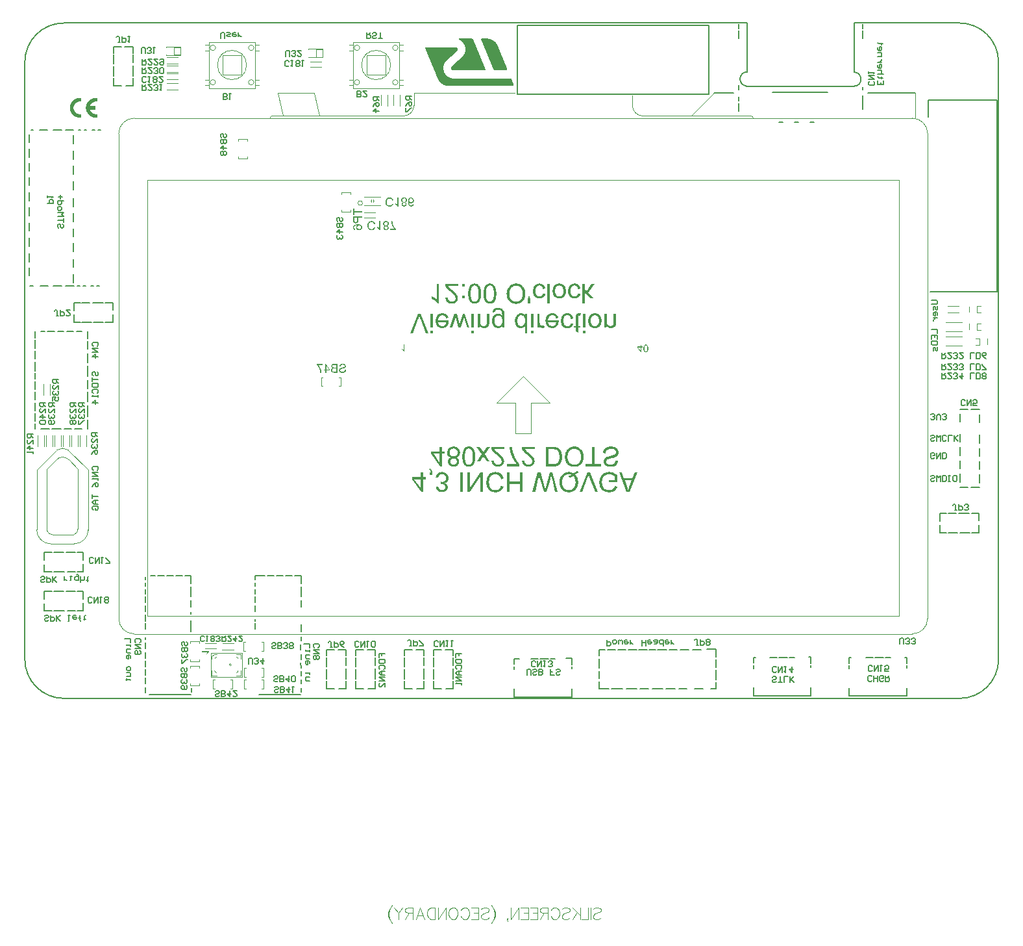
<source format=gbo>
G04 Layer_Color=32896*
%FSLAX43Y43*%
%MOMM*%
G71*
G01*
G75*
%ADD88C,0.127*%
%ADD98C,0.102*%
%ADD141C,0.120*%
%ADD142C,0.080*%
%ADD143C,0.100*%
%ADD145C,0.152*%
%ADD253C,0.025*%
%ADD254C,0.013*%
G36*
X66347Y48288D02*
X66033D01*
Y50147D01*
X66347D01*
Y48288D01*
D02*
G37*
G36*
X58578D02*
X58263D01*
Y50147D01*
X58578D01*
Y48288D01*
D02*
G37*
G36*
X73117D02*
X72802D01*
Y50147D01*
X73117D01*
Y48288D01*
D02*
G37*
G36*
X77098Y49006D02*
Y48929D01*
X77094Y48866D01*
X77091Y48814D01*
Y48769D01*
X77087Y48740D01*
X77083Y48717D01*
X77080Y48703D01*
Y48699D01*
X77069Y48651D01*
X77050Y48606D01*
X77035Y48569D01*
X77020Y48532D01*
X77002Y48506D01*
X76991Y48488D01*
X76983Y48473D01*
X76980Y48469D01*
X76950Y48432D01*
X76917Y48403D01*
X76883Y48373D01*
X76846Y48351D01*
X76817Y48332D01*
X76791Y48321D01*
X76776Y48314D01*
X76769Y48310D01*
X76717Y48288D01*
X76661Y48273D01*
X76609Y48262D01*
X76561Y48255D01*
X76520Y48251D01*
X76491Y48247D01*
X76461D01*
X76391Y48251D01*
X76324Y48262D01*
X76265Y48277D01*
X76206Y48295D01*
X76154Y48318D01*
X76106Y48343D01*
X76061Y48373D01*
X76024Y48399D01*
X75987Y48429D01*
X75958Y48458D01*
X75932Y48484D01*
X75909Y48506D01*
X75895Y48525D01*
X75883Y48540D01*
X75876Y48551D01*
X75872Y48555D01*
Y48288D01*
X75591D01*
Y50147D01*
X75906D01*
Y49136D01*
Y49073D01*
X75913Y49010D01*
X75920Y48958D01*
X75928Y48910D01*
X75939Y48866D01*
X75950Y48825D01*
X75965Y48788D01*
X75980Y48758D01*
X75991Y48732D01*
X76006Y48710D01*
X76017Y48692D01*
X76028Y48677D01*
X76043Y48658D01*
X76050Y48651D01*
X76106Y48606D01*
X76165Y48577D01*
X76224Y48555D01*
X76276Y48536D01*
X76324Y48529D01*
X76361Y48525D01*
X76376Y48521D01*
X76395D01*
X76439Y48525D01*
X76483Y48529D01*
X76520Y48540D01*
X76550Y48551D01*
X76576Y48562D01*
X76598Y48569D01*
X76609Y48577D01*
X76613Y48580D01*
X76646Y48603D01*
X76676Y48629D01*
X76698Y48655D01*
X76717Y48677D01*
X76728Y48699D01*
X76739Y48717D01*
X76746Y48729D01*
Y48732D01*
X76757Y48773D01*
X76769Y48817D01*
X76776Y48866D01*
X76780Y48914D01*
X76783Y48954D01*
Y48988D01*
Y49014D01*
Y49017D01*
Y49021D01*
Y50147D01*
X77098D01*
Y49006D01*
D02*
G37*
G36*
X60567D02*
Y48929D01*
X60563Y48866D01*
X60559Y48814D01*
Y48769D01*
X60555Y48740D01*
X60552Y48717D01*
X60548Y48703D01*
Y48699D01*
X60537Y48651D01*
X60518Y48606D01*
X60504Y48569D01*
X60489Y48532D01*
X60470Y48506D01*
X60459Y48488D01*
X60452Y48473D01*
X60448Y48469D01*
X60418Y48432D01*
X60385Y48403D01*
X60352Y48373D01*
X60315Y48351D01*
X60285Y48332D01*
X60259Y48321D01*
X60244Y48314D01*
X60237Y48310D01*
X60185Y48288D01*
X60130Y48273D01*
X60078Y48262D01*
X60030Y48255D01*
X59989Y48251D01*
X59959Y48247D01*
X59930D01*
X59859Y48251D01*
X59793Y48262D01*
X59733Y48277D01*
X59674Y48295D01*
X59622Y48318D01*
X59574Y48343D01*
X59530Y48373D01*
X59493Y48399D01*
X59456Y48429D01*
X59426Y48458D01*
X59400Y48484D01*
X59378Y48506D01*
X59363Y48525D01*
X59352Y48540D01*
X59344Y48551D01*
X59341Y48555D01*
Y48288D01*
X59059D01*
Y50147D01*
X59374D01*
Y49136D01*
Y49073D01*
X59381Y49010D01*
X59389Y48958D01*
X59396Y48910D01*
X59407Y48866D01*
X59418Y48825D01*
X59433Y48788D01*
X59448Y48758D01*
X59459Y48732D01*
X59474Y48710D01*
X59485Y48692D01*
X59496Y48677D01*
X59511Y48658D01*
X59518Y48651D01*
X59574Y48606D01*
X59633Y48577D01*
X59693Y48555D01*
X59744Y48536D01*
X59793Y48529D01*
X59830Y48525D01*
X59844Y48521D01*
X59863D01*
X59907Y48525D01*
X59952Y48529D01*
X59989Y48540D01*
X60018Y48551D01*
X60044Y48562D01*
X60067Y48569D01*
X60078Y48577D01*
X60081Y48580D01*
X60115Y48603D01*
X60144Y48629D01*
X60167Y48655D01*
X60185Y48677D01*
X60196Y48699D01*
X60207Y48717D01*
X60215Y48729D01*
Y48732D01*
X60226Y48773D01*
X60237Y48817D01*
X60244Y48866D01*
X60248Y48914D01*
X60252Y48954D01*
Y48988D01*
Y49014D01*
Y49017D01*
Y49021D01*
Y50147D01*
X60567D01*
Y49006D01*
D02*
G37*
G36*
X53204Y48288D02*
X52890D01*
Y50147D01*
X53204D01*
Y48288D01*
D02*
G37*
G36*
X66347Y47584D02*
X66033D01*
Y47943D01*
X66347D01*
Y47584D01*
D02*
G37*
G36*
X64781Y50184D02*
X64840Y50177D01*
X64896Y50162D01*
X64944Y50143D01*
X64992Y50125D01*
X65036Y50103D01*
X65073Y50077D01*
X65107Y50051D01*
X65140Y50025D01*
X65166Y49999D01*
X65188Y49977D01*
X65207Y49958D01*
X65222Y49940D01*
X65233Y49925D01*
X65236Y49917D01*
X65240Y49914D01*
Y50147D01*
X65533D01*
Y47584D01*
X65218D01*
Y48503D01*
X65185Y48462D01*
X65148Y48429D01*
X65114Y48395D01*
X65077Y48369D01*
X65048Y48351D01*
X65025Y48332D01*
X65011Y48325D01*
X65003Y48321D01*
X64955Y48295D01*
X64903Y48277D01*
X64851Y48266D01*
X64803Y48255D01*
X64762Y48251D01*
X64733Y48247D01*
X64703D01*
X64622Y48251D01*
X64544Y48266D01*
X64474Y48284D01*
X64414Y48306D01*
X64362Y48332D01*
X64325Y48351D01*
X64311Y48358D01*
X64299Y48366D01*
X64296Y48369D01*
X64292D01*
X64225Y48417D01*
X64170Y48477D01*
X64122Y48532D01*
X64085Y48588D01*
X64055Y48640D01*
X64033Y48680D01*
X64025Y48695D01*
X64018Y48706D01*
X64014Y48714D01*
Y48717D01*
X63985Y48803D01*
X63962Y48892D01*
X63944Y48977D01*
X63933Y49054D01*
X63925Y49121D01*
Y49151D01*
X63922Y49173D01*
Y49195D01*
Y49210D01*
Y49217D01*
Y49221D01*
X63925Y49325D01*
X63937Y49421D01*
X63955Y49506D01*
X63974Y49580D01*
X63981Y49614D01*
X63988Y49640D01*
X64000Y49666D01*
X64007Y49688D01*
X64014Y49703D01*
X64018Y49714D01*
X64022Y49721D01*
Y49725D01*
X64062Y49803D01*
X64111Y49869D01*
X64159Y49928D01*
X64207Y49977D01*
X64248Y50014D01*
X64281Y50043D01*
X64303Y50058D01*
X64307Y50065D01*
X64311D01*
X64381Y50106D01*
X64451Y50136D01*
X64522Y50158D01*
X64585Y50173D01*
X64636Y50180D01*
X64681Y50184D01*
X64696Y50188D01*
X64718D01*
X64781Y50184D01*
D02*
G37*
G36*
X73117Y47584D02*
X72802D01*
Y47943D01*
X73117D01*
Y47584D01*
D02*
G37*
G36*
X74439Y50184D02*
X74521Y50169D01*
X74598Y50151D01*
X74661Y50132D01*
X74717Y50110D01*
X74739Y50103D01*
X74758Y50095D01*
X74776Y50088D01*
X74787Y50080D01*
X74791Y50077D01*
X74795D01*
X74869Y50028D01*
X74932Y49977D01*
X74987Y49925D01*
X75032Y49873D01*
X75065Y49828D01*
X75091Y49791D01*
X75098Y49777D01*
X75106Y49765D01*
X75109Y49762D01*
Y49758D01*
X75146Y49673D01*
X75172Y49580D01*
X75195Y49488D01*
X75206Y49395D01*
X75213Y49354D01*
Y49317D01*
X75217Y49280D01*
X75221Y49251D01*
Y49225D01*
Y49206D01*
Y49195D01*
Y49191D01*
X75217Y49110D01*
X75209Y49036D01*
X75198Y48966D01*
X75184Y48899D01*
X75165Y48836D01*
X75143Y48780D01*
X75121Y48725D01*
X75098Y48680D01*
X75076Y48640D01*
X75054Y48603D01*
X75032Y48569D01*
X75013Y48543D01*
X74998Y48525D01*
X74987Y48510D01*
X74980Y48503D01*
X74976Y48499D01*
X74928Y48455D01*
X74880Y48417D01*
X74828Y48380D01*
X74776Y48355D01*
X74724Y48329D01*
X74672Y48310D01*
X74572Y48277D01*
X74524Y48269D01*
X74484Y48262D01*
X74447Y48255D01*
X74413Y48251D01*
X74387Y48247D01*
X74350D01*
X74287Y48251D01*
X74228Y48255D01*
X74113Y48280D01*
X74013Y48314D01*
X73969Y48332D01*
X73928Y48351D01*
X73891Y48369D01*
X73861Y48388D01*
X73832Y48406D01*
X73810Y48421D01*
X73791Y48436D01*
X73776Y48447D01*
X73769Y48451D01*
X73765Y48455D01*
X73713Y48503D01*
X73673Y48558D01*
X73632Y48617D01*
X73602Y48677D01*
X73573Y48740D01*
X73550Y48806D01*
X73532Y48869D01*
X73517Y48929D01*
X73502Y48988D01*
X73495Y49040D01*
X73487Y49091D01*
X73484Y49132D01*
Y49169D01*
X73480Y49195D01*
Y49210D01*
Y49217D01*
X73484Y49303D01*
X73491Y49384D01*
X73502Y49458D01*
X73517Y49528D01*
X73536Y49591D01*
X73554Y49651D01*
X73576Y49706D01*
X73599Y49754D01*
X73621Y49799D01*
X73643Y49836D01*
X73661Y49865D01*
X73680Y49891D01*
X73695Y49914D01*
X73706Y49928D01*
X73713Y49936D01*
X73717Y49940D01*
X73765Y49984D01*
X73813Y50021D01*
X73865Y50054D01*
X73917Y50084D01*
X73969Y50106D01*
X74024Y50128D01*
X74124Y50158D01*
X74169Y50165D01*
X74213Y50173D01*
X74250Y50180D01*
X74284Y50184D01*
X74313Y50188D01*
X74350D01*
X74439Y50184D01*
D02*
G37*
G36*
X67140Y49177D02*
X67144Y49103D01*
X67147Y49036D01*
X67155Y48973D01*
X67166Y48917D01*
X67177Y48873D01*
X67184Y48840D01*
X67188Y48817D01*
X67192Y48810D01*
X67207Y48769D01*
X67225Y48736D01*
X67244Y48706D01*
X67262Y48680D01*
X67281Y48662D01*
X67292Y48647D01*
X67303Y48640D01*
X67307Y48636D01*
X67336Y48614D01*
X67370Y48599D01*
X67403Y48588D01*
X67429Y48580D01*
X67455Y48577D01*
X67473Y48573D01*
X67492D01*
X67532Y48577D01*
X67573Y48584D01*
X67614Y48595D01*
X67647Y48606D01*
X67677Y48617D01*
X67699Y48629D01*
X67714Y48636D01*
X67718Y48640D01*
X67832Y48351D01*
X67769Y48318D01*
X67710Y48292D01*
X67658Y48273D01*
X67610Y48258D01*
X67570Y48251D01*
X67536Y48247D01*
X67510D01*
X67470Y48251D01*
X67432Y48258D01*
X67395Y48269D01*
X67366Y48280D01*
X67344Y48292D01*
X67321Y48303D01*
X67310Y48310D01*
X67307Y48314D01*
X67273Y48343D01*
X67240Y48380D01*
X67207Y48425D01*
X67177Y48466D01*
X67147Y48506D01*
X67129Y48540D01*
X67114Y48566D01*
X67110Y48569D01*
Y48288D01*
X66825D01*
Y50147D01*
X67140D01*
Y49177D01*
D02*
G37*
G36*
X58767Y54055D02*
X58859Y54041D01*
X58937Y54015D01*
X59004Y53989D01*
X59059Y53963D01*
X59078Y53948D01*
X59096Y53937D01*
X59111Y53930D01*
X59122Y53922D01*
X59126Y53915D01*
X59130D01*
X59196Y53852D01*
X59252Y53785D01*
X59300Y53711D01*
X59337Y53644D01*
X59367Y53581D01*
X59381Y53555D01*
X59389Y53530D01*
X59396Y53511D01*
X59404Y53496D01*
X59407Y53489D01*
Y53485D01*
X59426Y53430D01*
X59441Y53374D01*
X59463Y53256D01*
X59481Y53133D01*
X59493Y53015D01*
X59496Y52963D01*
X59500Y52915D01*
Y52870D01*
X59504Y52830D01*
Y52800D01*
Y52774D01*
Y52759D01*
Y52756D01*
Y52685D01*
X59500Y52619D01*
Y52559D01*
X59496Y52500D01*
X59489Y52448D01*
X59485Y52396D01*
X59481Y52352D01*
X59474Y52311D01*
X59470Y52274D01*
X59463Y52241D01*
X59459Y52215D01*
X59456Y52193D01*
X59452Y52174D01*
X59448Y52163D01*
X59444Y52156D01*
Y52152D01*
X59422Y52070D01*
X59396Y51996D01*
X59367Y51933D01*
X59344Y51878D01*
X59319Y51830D01*
X59304Y51796D01*
X59289Y51778D01*
X59285Y51770D01*
X59244Y51715D01*
X59204Y51667D01*
X59159Y51626D01*
X59119Y51589D01*
X59082Y51563D01*
X59052Y51545D01*
X59033Y51533D01*
X59030Y51530D01*
X59026D01*
X58967Y51500D01*
X58904Y51482D01*
X58844Y51467D01*
X58789Y51456D01*
X58741Y51448D01*
X58700Y51445D01*
X58667D01*
X58567Y51452D01*
X58474Y51467D01*
X58396Y51493D01*
X58330Y51519D01*
X58274Y51548D01*
X58252Y51559D01*
X58233Y51574D01*
X58219Y51582D01*
X58208Y51589D01*
X58204Y51596D01*
X58200D01*
X58133Y51656D01*
X58078Y51726D01*
X58030Y51796D01*
X57993Y51863D01*
X57963Y51926D01*
X57948Y51952D01*
X57941Y51978D01*
X57933Y51996D01*
X57926Y52011D01*
X57922Y52019D01*
Y52022D01*
X57908Y52078D01*
X57893Y52133D01*
X57871Y52256D01*
X57852Y52378D01*
X57841Y52493D01*
X57837Y52548D01*
X57833Y52596D01*
Y52641D01*
X57830Y52681D01*
Y52711D01*
Y52737D01*
Y52752D01*
Y52756D01*
X57833Y52885D01*
X57841Y53007D01*
X57852Y53118D01*
X57871Y53222D01*
X57889Y53318D01*
X57911Y53404D01*
X57933Y53481D01*
X57956Y53548D01*
X57978Y53607D01*
X58004Y53659D01*
X58022Y53704D01*
X58041Y53737D01*
X58059Y53767D01*
X58070Y53785D01*
X58078Y53796D01*
X58082Y53800D01*
X58122Y53844D01*
X58167Y53885D01*
X58215Y53922D01*
X58263Y53952D01*
X58311Y53978D01*
X58359Y54000D01*
X58407Y54015D01*
X58452Y54030D01*
X58496Y54041D01*
X58537Y54048D01*
X58574Y54055D01*
X58604Y54059D01*
X58630Y54063D01*
X58667D01*
X58767Y54055D01*
D02*
G37*
G36*
X64185D02*
X64299Y54037D01*
X64407Y54015D01*
X64455Y54000D01*
X64499Y53985D01*
X64540Y53970D01*
X64577Y53955D01*
X64607Y53944D01*
X64633Y53933D01*
X64655Y53922D01*
X64674Y53915D01*
X64681Y53907D01*
X64685D01*
X64788Y53841D01*
X64877Y53767D01*
X64951Y53689D01*
X65014Y53615D01*
X65066Y53544D01*
X65085Y53518D01*
X65099Y53493D01*
X65114Y53470D01*
X65122Y53455D01*
X65129Y53444D01*
Y53441D01*
X65159Y53381D01*
X65181Y53322D01*
X65222Y53204D01*
X65251Y53085D01*
X65270Y52978D01*
X65273Y52930D01*
X65281Y52885D01*
X65285Y52844D01*
Y52811D01*
X65288Y52781D01*
Y52763D01*
Y52748D01*
Y52744D01*
X65281Y52604D01*
X65266Y52474D01*
X65255Y52415D01*
X65240Y52356D01*
X65225Y52304D01*
X65214Y52256D01*
X65199Y52211D01*
X65185Y52170D01*
X65173Y52137D01*
X65159Y52107D01*
X65151Y52085D01*
X65144Y52070D01*
X65136Y52059D01*
Y52056D01*
X65077Y51948D01*
X65007Y51852D01*
X64933Y51770D01*
X64866Y51704D01*
X64803Y51652D01*
X64773Y51630D01*
X64751Y51611D01*
X64729Y51600D01*
X64714Y51589D01*
X64707Y51585D01*
X64703Y51582D01*
X64648Y51552D01*
X64592Y51526D01*
X64485Y51482D01*
X64374Y51452D01*
X64277Y51433D01*
X64233Y51426D01*
X64188Y51419D01*
X64155Y51415D01*
X64122D01*
X64096Y51411D01*
X64062D01*
X63962Y51415D01*
X63870Y51426D01*
X63781Y51445D01*
X63696Y51467D01*
X63618Y51496D01*
X63544Y51526D01*
X63477Y51559D01*
X63418Y51593D01*
X63363Y51626D01*
X63314Y51659D01*
X63274Y51689D01*
X63240Y51719D01*
X63214Y51741D01*
X63192Y51759D01*
X63181Y51770D01*
X63177Y51774D01*
X63118Y51845D01*
X63066Y51919D01*
X63018Y52000D01*
X62981Y52082D01*
X62948Y52167D01*
X62918Y52248D01*
X62896Y52330D01*
X62881Y52407D01*
X62866Y52482D01*
X62855Y52552D01*
X62848Y52615D01*
X62840Y52667D01*
Y52711D01*
X62837Y52744D01*
Y52767D01*
Y52770D01*
Y52774D01*
X62844Y52900D01*
X62859Y53015D01*
X62881Y53126D01*
X62896Y53174D01*
X62911Y53222D01*
X62922Y53263D01*
X62937Y53300D01*
X62948Y53333D01*
X62959Y53363D01*
X62966Y53385D01*
X62974Y53400D01*
X62981Y53411D01*
Y53415D01*
X63044Y53522D01*
X63111Y53615D01*
X63185Y53696D01*
X63255Y53763D01*
X63318Y53818D01*
X63344Y53841D01*
X63366Y53855D01*
X63388Y53870D01*
X63403Y53881D01*
X63411Y53885D01*
X63414Y53889D01*
X63470Y53918D01*
X63525Y53944D01*
X63637Y53989D01*
X63744Y54018D01*
X63844Y54041D01*
X63892Y54048D01*
X63933Y54052D01*
X63970Y54059D01*
X64003D01*
X64025Y54063D01*
X64062D01*
X64185Y54055D01*
D02*
G37*
G36*
X60759D02*
X60852Y54041D01*
X60929Y54015D01*
X60996Y53989D01*
X61052Y53963D01*
X61070Y53948D01*
X61089Y53937D01*
X61104Y53930D01*
X61115Y53922D01*
X61118Y53915D01*
X61122D01*
X61189Y53852D01*
X61244Y53785D01*
X61292Y53711D01*
X61329Y53644D01*
X61359Y53581D01*
X61374Y53555D01*
X61381Y53530D01*
X61389Y53511D01*
X61396Y53496D01*
X61400Y53489D01*
Y53485D01*
X61418Y53430D01*
X61433Y53374D01*
X61455Y53256D01*
X61474Y53133D01*
X61485Y53015D01*
X61489Y52963D01*
X61492Y52915D01*
Y52870D01*
X61496Y52830D01*
Y52800D01*
Y52774D01*
Y52759D01*
Y52756D01*
Y52685D01*
X61492Y52619D01*
Y52559D01*
X61489Y52500D01*
X61481Y52448D01*
X61478Y52396D01*
X61474Y52352D01*
X61466Y52311D01*
X61463Y52274D01*
X61455Y52241D01*
X61452Y52215D01*
X61448Y52193D01*
X61444Y52174D01*
X61441Y52163D01*
X61437Y52156D01*
Y52152D01*
X61415Y52070D01*
X61389Y51996D01*
X61359Y51933D01*
X61337Y51878D01*
X61311Y51830D01*
X61296Y51796D01*
X61281Y51778D01*
X61278Y51770D01*
X61237Y51715D01*
X61196Y51667D01*
X61152Y51626D01*
X61111Y51589D01*
X61074Y51563D01*
X61044Y51545D01*
X61026Y51533D01*
X61022Y51530D01*
X61018D01*
X60959Y51500D01*
X60896Y51482D01*
X60837Y51467D01*
X60781Y51456D01*
X60733Y51448D01*
X60692Y51445D01*
X60659D01*
X60559Y51452D01*
X60467Y51467D01*
X60389Y51493D01*
X60322Y51519D01*
X60267Y51548D01*
X60244Y51559D01*
X60226Y51574D01*
X60211Y51582D01*
X60200Y51589D01*
X60196Y51596D01*
X60192D01*
X60126Y51656D01*
X60070Y51726D01*
X60022Y51796D01*
X59985Y51863D01*
X59955Y51926D01*
X59941Y51952D01*
X59933Y51978D01*
X59926Y51996D01*
X59918Y52011D01*
X59915Y52019D01*
Y52022D01*
X59900Y52078D01*
X59885Y52133D01*
X59863Y52256D01*
X59844Y52378D01*
X59833Y52493D01*
X59830Y52548D01*
X59826Y52596D01*
Y52641D01*
X59822Y52681D01*
Y52711D01*
Y52737D01*
Y52752D01*
Y52756D01*
X59826Y52885D01*
X59833Y53007D01*
X59844Y53118D01*
X59863Y53222D01*
X59881Y53318D01*
X59904Y53404D01*
X59926Y53481D01*
X59948Y53548D01*
X59970Y53607D01*
X59996Y53659D01*
X60015Y53704D01*
X60033Y53737D01*
X60052Y53767D01*
X60063Y53785D01*
X60070Y53796D01*
X60074Y53800D01*
X60115Y53844D01*
X60159Y53885D01*
X60207Y53922D01*
X60255Y53952D01*
X60304Y53978D01*
X60352Y54000D01*
X60400Y54015D01*
X60444Y54030D01*
X60489Y54041D01*
X60529Y54048D01*
X60567Y54055D01*
X60596Y54059D01*
X60622Y54063D01*
X60659D01*
X60759Y54055D01*
D02*
G37*
G36*
X68469Y51456D02*
X68155D01*
Y54018D01*
X68469D01*
Y51456D01*
D02*
G37*
G36*
X65966Y51885D02*
Y51456D01*
X65607D01*
Y51885D01*
X65685Y52363D01*
X65881D01*
X65966Y51885D01*
D02*
G37*
G36*
X61826Y50895D02*
X61918Y50880D01*
X62000Y50865D01*
X62066Y50843D01*
X62122Y50825D01*
X62144Y50817D01*
X62163Y50806D01*
X62177Y50802D01*
X62189Y50795D01*
X62192Y50791D01*
X62196D01*
X62263Y50751D01*
X62322Y50702D01*
X62370Y50654D01*
X62411Y50610D01*
X62440Y50569D01*
X62459Y50536D01*
X62474Y50514D01*
X62477Y50510D01*
Y50506D01*
X62492Y50469D01*
X62507Y50428D01*
X62518Y50384D01*
X62529Y50336D01*
X62544Y50232D01*
X62555Y50132D01*
X62559Y50084D01*
X62563Y50040D01*
Y49999D01*
X62566Y49965D01*
Y49936D01*
Y49914D01*
Y49899D01*
Y49895D01*
Y48288D01*
X62277D01*
Y48517D01*
X62237Y48469D01*
X62192Y48429D01*
X62148Y48392D01*
X62103Y48362D01*
X62055Y48336D01*
X62011Y48314D01*
X61966Y48295D01*
X61926Y48280D01*
X61885Y48269D01*
X61848Y48262D01*
X61815Y48255D01*
X61789Y48251D01*
X61766Y48247D01*
X61733D01*
X61644Y48251D01*
X61563Y48266D01*
X61489Y48288D01*
X61426Y48310D01*
X61374Y48332D01*
X61337Y48355D01*
X61322Y48362D01*
X61311Y48369D01*
X61307Y48373D01*
X61303D01*
X61241Y48421D01*
X61185Y48480D01*
X61137Y48536D01*
X61096Y48592D01*
X61066Y48643D01*
X61044Y48684D01*
X61037Y48699D01*
X61029Y48710D01*
X61026Y48717D01*
Y48721D01*
X60992Y48806D01*
X60970Y48892D01*
X60952Y48973D01*
X60941Y49047D01*
X60933Y49114D01*
Y49140D01*
X60929Y49166D01*
Y49184D01*
Y49199D01*
Y49206D01*
Y49210D01*
X60933Y49280D01*
X60937Y49351D01*
X60963Y49477D01*
X60978Y49536D01*
X60996Y49588D01*
X61015Y49640D01*
X61033Y49684D01*
X61052Y49728D01*
X61070Y49765D01*
X61089Y49795D01*
X61104Y49825D01*
X61118Y49843D01*
X61129Y49862D01*
X61133Y49869D01*
X61137Y49873D01*
X61178Y49921D01*
X61222Y49962D01*
X61270Y49999D01*
X61318Y50032D01*
X61370Y50058D01*
X61418Y50080D01*
X61466Y50099D01*
X61515Y50114D01*
X61559Y50125D01*
X61600Y50132D01*
X61637Y50140D01*
X61670Y50143D01*
X61696D01*
X61715Y50147D01*
X61733D01*
X61789Y50143D01*
X61844Y50136D01*
X61896Y50125D01*
X61944Y50110D01*
X62029Y50069D01*
X62107Y50025D01*
X62137Y50003D01*
X62166Y49980D01*
X62192Y49958D01*
X62211Y49940D01*
X62226Y49925D01*
X62237Y49914D01*
X62244Y49906D01*
X62248Y49903D01*
Y49958D01*
Y50006D01*
X62244Y50054D01*
Y50095D01*
Y50132D01*
X62240Y50165D01*
Y50195D01*
X62237Y50221D01*
X62233Y50258D01*
X62229Y50288D01*
X62226Y50302D01*
Y50306D01*
X62207Y50362D01*
X62181Y50410D01*
X62155Y50451D01*
X62129Y50488D01*
X62103Y50514D01*
X62081Y50536D01*
X62066Y50547D01*
X62063Y50551D01*
X62015Y50580D01*
X61959Y50602D01*
X61903Y50617D01*
X61852Y50628D01*
X61800Y50636D01*
X61763Y50639D01*
X61726D01*
X61655Y50636D01*
X61589Y50625D01*
X61533Y50610D01*
X61489Y50591D01*
X61452Y50577D01*
X61426Y50562D01*
X61411Y50551D01*
X61403Y50547D01*
X61374Y50521D01*
X61352Y50488D01*
X61333Y50454D01*
X61318Y50421D01*
X61311Y50388D01*
X61303Y50362D01*
X61300Y50347D01*
Y50340D01*
X60992Y50299D01*
Y50354D01*
X61000Y50402D01*
X61007Y50451D01*
X61018Y50495D01*
X61052Y50573D01*
X61089Y50636D01*
X61126Y50684D01*
X61155Y50717D01*
X61181Y50739D01*
X61185Y50743D01*
X61189Y50747D01*
X61270Y50799D01*
X61359Y50836D01*
X61448Y50862D01*
X61533Y50880D01*
X61574Y50888D01*
X61611Y50891D01*
X61640Y50895D01*
X61670D01*
X61692Y50899D01*
X61726D01*
X61826Y50895D01*
D02*
G37*
G36*
X70817Y50184D02*
X70873Y50180D01*
X70969Y50158D01*
X71058Y50132D01*
X71132Y50099D01*
X71162Y50080D01*
X71191Y50065D01*
X71217Y50051D01*
X71236Y50036D01*
X71251Y50025D01*
X71262Y50017D01*
X71269Y50014D01*
X71273Y50010D01*
X71310Y49973D01*
X71343Y49936D01*
X71402Y49854D01*
X71451Y49769D01*
X71484Y49691D01*
X71510Y49617D01*
X71517Y49588D01*
X71525Y49558D01*
X71528Y49536D01*
X71532Y49521D01*
X71536Y49510D01*
Y49506D01*
X71225Y49466D01*
X71210Y49547D01*
X71188Y49621D01*
X71158Y49680D01*
X71132Y49728D01*
X71106Y49769D01*
X71084Y49795D01*
X71073Y49814D01*
X71065Y49817D01*
X71017Y49854D01*
X70965Y49880D01*
X70914Y49903D01*
X70865Y49914D01*
X70825Y49921D01*
X70788Y49925D01*
X70765Y49928D01*
X70758D01*
X70717Y49925D01*
X70677Y49921D01*
X70603Y49903D01*
X70540Y49877D01*
X70484Y49843D01*
X70443Y49814D01*
X70410Y49788D01*
X70391Y49769D01*
X70384Y49762D01*
X70358Y49728D01*
X70336Y49688D01*
X70303Y49606D01*
X70277Y49514D01*
X70262Y49425D01*
X70251Y49343D01*
X70247Y49310D01*
Y49277D01*
X70243Y49254D01*
Y49232D01*
Y49221D01*
Y49217D01*
Y49151D01*
X70251Y49088D01*
X70258Y49029D01*
X70266Y48977D01*
X70277Y48929D01*
X70291Y48884D01*
X70303Y48843D01*
X70317Y48806D01*
X70332Y48777D01*
X70343Y48751D01*
X70358Y48729D01*
X70369Y48710D01*
X70377Y48695D01*
X70384Y48684D01*
X70391Y48680D01*
Y48677D01*
X70421Y48647D01*
X70451Y48621D01*
X70514Y48577D01*
X70580Y48547D01*
X70640Y48529D01*
X70695Y48514D01*
X70736Y48510D01*
X70754Y48506D01*
X70777D01*
X70832Y48510D01*
X70884Y48521D01*
X70928Y48536D01*
X70969Y48555D01*
X70999Y48573D01*
X71025Y48588D01*
X71040Y48599D01*
X71043Y48603D01*
X71080Y48640D01*
X71114Y48684D01*
X71143Y48732D01*
X71162Y48777D01*
X71180Y48817D01*
X71191Y48851D01*
X71195Y48873D01*
X71199Y48877D01*
Y48880D01*
X71506Y48832D01*
X71480Y48732D01*
X71443Y48647D01*
X71402Y48573D01*
X71362Y48514D01*
X71321Y48466D01*
X71288Y48432D01*
X71265Y48410D01*
X71262Y48403D01*
X71258D01*
X71180Y48351D01*
X71099Y48314D01*
X71017Y48284D01*
X70940Y48266D01*
X70869Y48255D01*
X70840Y48251D01*
X70817D01*
X70795Y48247D01*
X70765D01*
X70677Y48251D01*
X70595Y48266D01*
X70517Y48284D01*
X70454Y48303D01*
X70399Y48325D01*
X70377Y48336D01*
X70358Y48343D01*
X70343Y48351D01*
X70332Y48358D01*
X70325Y48362D01*
X70321D01*
X70251Y48406D01*
X70188Y48462D01*
X70136Y48517D01*
X70091Y48573D01*
X70058Y48621D01*
X70036Y48662D01*
X70029Y48677D01*
X70021Y48688D01*
X70017Y48695D01*
Y48699D01*
X69984Y48788D01*
X69962Y48877D01*
X69943Y48966D01*
X69932Y49047D01*
X69929Y49084D01*
X69925Y49117D01*
Y49147D01*
X69921Y49173D01*
Y49195D01*
Y49210D01*
Y49221D01*
Y49225D01*
X69925Y49310D01*
X69932Y49388D01*
X69943Y49466D01*
X69958Y49532D01*
X69973Y49599D01*
X69995Y49654D01*
X70014Y49710D01*
X70036Y49758D01*
X70058Y49799D01*
X70077Y49836D01*
X70099Y49869D01*
X70114Y49895D01*
X70129Y49914D01*
X70140Y49928D01*
X70147Y49936D01*
X70151Y49940D01*
X70195Y49984D01*
X70243Y50021D01*
X70291Y50054D01*
X70343Y50084D01*
X70395Y50106D01*
X70443Y50128D01*
X70543Y50158D01*
X70588Y50165D01*
X70628Y50173D01*
X70665Y50180D01*
X70699Y50184D01*
X70725Y50188D01*
X70762D01*
X70817Y50184D01*
D02*
G37*
G36*
X57996Y48288D02*
X57689D01*
X57371Y49366D01*
X57263Y49725D01*
X57171Y49369D01*
X56893Y48288D01*
X56571D01*
X56274Y49380D01*
X56260Y49443D01*
X56245Y49499D01*
X56234Y49547D01*
X56223Y49588D01*
X56211Y49625D01*
X56204Y49654D01*
X56197Y49680D01*
X56193Y49703D01*
X56189Y49721D01*
X56186Y49732D01*
X56182Y49751D01*
X56178Y49758D01*
Y49762D01*
X56074Y49362D01*
X55778Y48288D01*
X55449D01*
X56011Y50147D01*
X56345D01*
X56719Y48717D01*
X56793Y49036D01*
X57089Y50147D01*
X57411D01*
X57996Y48288D01*
D02*
G37*
G36*
X54578Y50180D02*
X54682Y50162D01*
X54775Y50140D01*
X54812Y50125D01*
X54849Y50110D01*
X54882Y50095D01*
X54912Y50080D01*
X54934Y50069D01*
X54956Y50058D01*
X54971Y50047D01*
X54982Y50040D01*
X54989Y50032D01*
X54993D01*
X55067Y49965D01*
X55126Y49895D01*
X55178Y49821D01*
X55215Y49751D01*
X55245Y49688D01*
X55256Y49658D01*
X55267Y49636D01*
X55274Y49614D01*
X55278Y49599D01*
X55282Y49591D01*
Y49588D01*
X54956Y49547D01*
X54926Y49617D01*
X54893Y49677D01*
X54860Y49728D01*
X54830Y49769D01*
X54804Y49799D01*
X54782Y49821D01*
X54763Y49836D01*
X54760Y49840D01*
X54712Y49869D01*
X54663Y49891D01*
X54612Y49906D01*
X54567Y49917D01*
X54526Y49925D01*
X54493Y49928D01*
X54463D01*
X54419Y49925D01*
X54378Y49921D01*
X54304Y49903D01*
X54238Y49877D01*
X54178Y49847D01*
X54134Y49821D01*
X54101Y49795D01*
X54078Y49777D01*
X54075Y49769D01*
X54071D01*
X54019Y49703D01*
X53978Y49628D01*
X53949Y49547D01*
X53926Y49473D01*
X53915Y49406D01*
X53908Y49377D01*
X53904Y49351D01*
Y49329D01*
X53901Y49314D01*
Y49303D01*
Y49299D01*
X55289D01*
X55293Y49262D01*
Y49236D01*
Y49221D01*
Y49217D01*
X55289Y49132D01*
X55282Y49054D01*
X55271Y48980D01*
X55256Y48910D01*
X55237Y48847D01*
X55219Y48788D01*
X55197Y48736D01*
X55174Y48688D01*
X55152Y48643D01*
X55130Y48606D01*
X55112Y48577D01*
X55093Y48551D01*
X55078Y48529D01*
X55067Y48514D01*
X55060Y48506D01*
X55056Y48503D01*
X55012Y48458D01*
X54963Y48417D01*
X54912Y48384D01*
X54860Y48355D01*
X54808Y48329D01*
X54760Y48310D01*
X54708Y48292D01*
X54663Y48280D01*
X54615Y48269D01*
X54575Y48262D01*
X54538Y48255D01*
X54508Y48251D01*
X54482Y48247D01*
X54445D01*
X54375Y48251D01*
X54308Y48258D01*
X54245Y48269D01*
X54186Y48288D01*
X54130Y48306D01*
X54078Y48329D01*
X54030Y48351D01*
X53989Y48377D01*
X53949Y48399D01*
X53915Y48425D01*
X53886Y48447D01*
X53864Y48466D01*
X53845Y48484D01*
X53830Y48495D01*
X53823Y48503D01*
X53819Y48506D01*
X53778Y48558D01*
X53741Y48614D01*
X53708Y48669D01*
X53678Y48729D01*
X53656Y48792D01*
X53638Y48851D01*
X53608Y48969D01*
X53597Y49021D01*
X53589Y49073D01*
X53586Y49117D01*
X53582Y49158D01*
X53578Y49191D01*
Y49214D01*
Y49232D01*
Y49236D01*
X53582Y49317D01*
X53589Y49395D01*
X53601Y49469D01*
X53615Y49536D01*
X53634Y49599D01*
X53652Y49658D01*
X53675Y49710D01*
X53697Y49758D01*
X53719Y49799D01*
X53741Y49836D01*
X53760Y49865D01*
X53778Y49891D01*
X53793Y49914D01*
X53804Y49928D01*
X53812Y49936D01*
X53815Y49940D01*
X53864Y49984D01*
X53912Y50021D01*
X53964Y50054D01*
X54019Y50084D01*
X54071Y50106D01*
X54126Y50128D01*
X54230Y50158D01*
X54278Y50165D01*
X54323Y50173D01*
X54363Y50180D01*
X54397Y50184D01*
X54423Y50188D01*
X54463D01*
X54578Y50180D01*
D02*
G37*
G36*
X72373Y50169D02*
X72413Y50165D01*
X72450Y50158D01*
X72484Y50154D01*
X72510Y50151D01*
X72525Y50147D01*
X72532D01*
X72491Y49869D01*
X72462Y49873D01*
X72432Y49877D01*
X72406D01*
X72388Y49880D01*
X72350D01*
X72302Y49877D01*
X72269Y49869D01*
X72251Y49862D01*
X72243Y49858D01*
X72217Y49840D01*
X72202Y49821D01*
X72191Y49806D01*
X72188Y49799D01*
X72184Y49780D01*
X72180Y49754D01*
X72176Y49695D01*
X72173Y49669D01*
Y49647D01*
Y49632D01*
Y49625D01*
Y48532D01*
X72491D01*
Y48288D01*
X72173D01*
Y47640D01*
X71858Y47829D01*
Y48288D01*
X71625D01*
Y48532D01*
X71858D01*
Y49606D01*
Y49658D01*
Y49703D01*
X71862Y49743D01*
X71865Y49784D01*
Y49817D01*
X71869Y49847D01*
X71876Y49895D01*
X71884Y49932D01*
X71888Y49958D01*
X71895Y49973D01*
Y49977D01*
X71910Y50010D01*
X71932Y50036D01*
X71954Y50062D01*
X71973Y50080D01*
X71995Y50099D01*
X72010Y50110D01*
X72021Y50117D01*
X72025Y50121D01*
X72065Y50140D01*
X72106Y50151D01*
X72151Y50162D01*
X72195Y50165D01*
X72232Y50169D01*
X72262Y50173D01*
X72291D01*
X72373Y50169D01*
D02*
G37*
G36*
X68914Y50180D02*
X69018Y50162D01*
X69110Y50140D01*
X69147Y50125D01*
X69184Y50110D01*
X69217Y50095D01*
X69247Y50080D01*
X69269Y50069D01*
X69292Y50058D01*
X69306Y50047D01*
X69317Y50040D01*
X69325Y50032D01*
X69329D01*
X69403Y49965D01*
X69462Y49895D01*
X69514Y49821D01*
X69551Y49751D01*
X69580Y49688D01*
X69592Y49658D01*
X69603Y49636D01*
X69610Y49614D01*
X69614Y49599D01*
X69617Y49591D01*
Y49588D01*
X69292Y49547D01*
X69262Y49617D01*
X69229Y49677D01*
X69195Y49728D01*
X69166Y49769D01*
X69140Y49799D01*
X69117Y49821D01*
X69099Y49836D01*
X69095Y49840D01*
X69047Y49869D01*
X68999Y49891D01*
X68947Y49906D01*
X68903Y49917D01*
X68862Y49925D01*
X68829Y49928D01*
X68799D01*
X68755Y49925D01*
X68714Y49921D01*
X68640Y49903D01*
X68573Y49877D01*
X68514Y49847D01*
X68469Y49821D01*
X68436Y49795D01*
X68414Y49777D01*
X68410Y49769D01*
X68406D01*
X68355Y49703D01*
X68314Y49628D01*
X68284Y49547D01*
X68262Y49473D01*
X68251Y49406D01*
X68244Y49377D01*
X68240Y49351D01*
Y49329D01*
X68236Y49314D01*
Y49303D01*
Y49299D01*
X69625D01*
X69629Y49262D01*
Y49236D01*
Y49221D01*
Y49217D01*
X69625Y49132D01*
X69617Y49054D01*
X69606Y48980D01*
X69592Y48910D01*
X69573Y48847D01*
X69554Y48788D01*
X69532Y48736D01*
X69510Y48688D01*
X69488Y48643D01*
X69466Y48606D01*
X69447Y48577D01*
X69429Y48551D01*
X69414Y48529D01*
X69403Y48514D01*
X69395Y48506D01*
X69392Y48503D01*
X69347Y48458D01*
X69299Y48417D01*
X69247Y48384D01*
X69195Y48355D01*
X69143Y48329D01*
X69095Y48310D01*
X69043Y48292D01*
X68999Y48280D01*
X68951Y48269D01*
X68910Y48262D01*
X68873Y48255D01*
X68843Y48251D01*
X68818Y48247D01*
X68780D01*
X68710Y48251D01*
X68643Y48258D01*
X68581Y48269D01*
X68521Y48288D01*
X68466Y48306D01*
X68414Y48329D01*
X68366Y48351D01*
X68325Y48377D01*
X68284Y48399D01*
X68251Y48425D01*
X68221Y48447D01*
X68199Y48466D01*
X68181Y48484D01*
X68166Y48495D01*
X68158Y48503D01*
X68155Y48506D01*
X68114Y48558D01*
X68077Y48614D01*
X68044Y48669D01*
X68014Y48729D01*
X67992Y48792D01*
X67973Y48851D01*
X67944Y48969D01*
X67932Y49021D01*
X67925Y49073D01*
X67921Y49117D01*
X67918Y49158D01*
X67914Y49191D01*
Y49214D01*
Y49232D01*
Y49236D01*
X67918Y49317D01*
X67925Y49395D01*
X67936Y49469D01*
X67951Y49536D01*
X67969Y49599D01*
X67988Y49658D01*
X68010Y49710D01*
X68032Y49758D01*
X68055Y49799D01*
X68077Y49836D01*
X68095Y49865D01*
X68114Y49891D01*
X68129Y49914D01*
X68140Y49928D01*
X68147Y49936D01*
X68151Y49940D01*
X68199Y49984D01*
X68247Y50021D01*
X68299Y50054D01*
X68355Y50084D01*
X68406Y50106D01*
X68462Y50128D01*
X68566Y50158D01*
X68614Y50165D01*
X68658Y50173D01*
X68699Y50180D01*
X68732Y50184D01*
X68758Y50188D01*
X68799D01*
X68914Y50180D01*
D02*
G37*
G36*
X49497Y65271D02*
X49525Y65268D01*
X49553Y65263D01*
X49580Y65258D01*
X49603Y65249D01*
X49627Y65241D01*
X49648Y65233D01*
X49667Y65223D01*
X49683Y65213D01*
X49698Y65204D01*
X49710Y65196D01*
X49722Y65188D01*
X49730Y65183D01*
X49735Y65178D01*
X49738Y65174D01*
X49740Y65173D01*
X49758Y65153D01*
X49775Y65133D01*
X49788Y65113D01*
X49800Y65091D01*
X49812Y65071D01*
X49820Y65049D01*
X49832Y65011D01*
X49837Y64993D01*
X49840Y64976D01*
X49842Y64961D01*
X49843Y64949D01*
X49845Y64939D01*
Y64931D01*
Y64926D01*
Y64924D01*
X49843Y64886D01*
X49837Y64851D01*
X49827Y64819D01*
X49817Y64793D01*
X49807Y64771D01*
X49797Y64754D01*
X49790Y64744D01*
X49788Y64743D01*
Y64741D01*
X49765Y64714D01*
X49740Y64691D01*
X49713Y64673D01*
X49688Y64656D01*
X49665Y64644D01*
X49645Y64636D01*
X49638Y64633D01*
X49633Y64631D01*
X49630Y64629D01*
X49628D01*
X49658Y64616D01*
X49683Y64601D01*
X49705Y64586D01*
X49723Y64571D01*
X49737Y64558D01*
X49747Y64548D01*
X49753Y64541D01*
X49755Y64538D01*
X49770Y64514D01*
X49780Y64491D01*
X49788Y64468D01*
X49793Y64444D01*
X49797Y64426D01*
X49798Y64411D01*
Y64401D01*
Y64399D01*
Y64398D01*
X49797Y64374D01*
X49795Y64353D01*
X49783Y64311D01*
X49768Y64275D01*
X49752Y64243D01*
X49735Y64218D01*
X49727Y64208D01*
X49720Y64198D01*
X49713Y64191D01*
X49708Y64186D01*
X49707Y64185D01*
X49705Y64183D01*
X49687Y64168D01*
X49668Y64153D01*
X49648Y64141D01*
X49628Y64131D01*
X49588Y64116D01*
X49548Y64106D01*
X49532Y64101D01*
X49515Y64100D01*
X49500Y64098D01*
X49487Y64096D01*
X49477Y64095D01*
X49462D01*
X49435Y64096D01*
X49409Y64098D01*
X49362Y64108D01*
X49340Y64115D01*
X49320Y64121D01*
X49302Y64130D01*
X49285Y64138D01*
X49272Y64146D01*
X49259Y64155D01*
X49247Y64161D01*
X49239Y64168D01*
X49232Y64173D01*
X49227Y64178D01*
X49224Y64180D01*
X49222Y64181D01*
X49207Y64198D01*
X49192Y64215D01*
X49180Y64233D01*
X49170Y64251D01*
X49154Y64286D01*
X49144Y64320D01*
X49137Y64348D01*
X49135Y64361D01*
X49134Y64371D01*
X49132Y64381D01*
Y64388D01*
Y64391D01*
Y64393D01*
X49134Y64423D01*
X49139Y64451D01*
X49145Y64476D01*
X49154Y64498D01*
X49160Y64514D01*
X49167Y64528D01*
X49172Y64534D01*
X49174Y64538D01*
X49192Y64558D01*
X49212Y64576D01*
X49234Y64593D01*
X49255Y64606D01*
X49275Y64616D01*
X49290Y64623D01*
X49297Y64626D01*
X49302Y64628D01*
X49304Y64629D01*
X49305D01*
X49267Y64641D01*
X49235Y64656D01*
X49207Y64674D01*
X49184Y64691D01*
X49165Y64708D01*
X49152Y64721D01*
X49145Y64729D01*
X49142Y64731D01*
Y64733D01*
X49124Y64763D01*
X49109Y64794D01*
X49099Y64824D01*
X49092Y64854D01*
X49089Y64881D01*
X49087Y64893D01*
Y64903D01*
X49085Y64909D01*
Y64916D01*
Y64919D01*
Y64921D01*
X49087Y64948D01*
X49090Y64974D01*
X49095Y64999D01*
X49102Y65024D01*
X49119Y65066D01*
X49127Y65086D01*
X49137Y65103D01*
X49147Y65119D01*
X49155Y65133D01*
X49165Y65144D01*
X49172Y65154D01*
X49179Y65163D01*
X49184Y65168D01*
X49187Y65171D01*
X49189Y65173D01*
X49209Y65191D01*
X49230Y65206D01*
X49254Y65219D01*
X49277Y65231D01*
X49299Y65239D01*
X49322Y65248D01*
X49367Y65259D01*
X49387Y65264D01*
X49405Y65268D01*
X49422Y65269D01*
X49437Y65271D01*
X49449Y65273D01*
X49465D01*
X49497Y65271D01*
D02*
G37*
G36*
X42951Y63476D02*
X43967D01*
Y63322D01*
X42951D01*
Y62943D01*
X42814D01*
Y63856D01*
X42951D01*
Y63476D01*
D02*
G37*
G36*
X48724Y64095D02*
X48632D01*
X48615Y64123D01*
X48597Y64150D01*
X48575Y64176D01*
X48555Y64200D01*
X48535Y64220D01*
X48520Y64236D01*
X48514Y64241D01*
X48509Y64246D01*
X48507Y64248D01*
X48505Y64250D01*
X48470Y64278D01*
X48435Y64305D01*
X48402Y64328D01*
X48369Y64346D01*
X48340Y64363D01*
X48329Y64369D01*
X48319Y64374D01*
X48310Y64379D01*
X48304Y64381D01*
X48300Y64384D01*
X48299D01*
Y64521D01*
X48324Y64511D01*
X48349Y64499D01*
X48374Y64488D01*
X48397Y64476D01*
X48417Y64466D01*
X48434Y64458D01*
X48444Y64451D01*
X48445Y64449D01*
X48447D01*
X48477Y64431D01*
X48504Y64413D01*
X48527Y64396D01*
X48545Y64381D01*
X48562Y64369D01*
X48572Y64359D01*
X48580Y64353D01*
X48582Y64351D01*
Y65253D01*
X48724D01*
Y64095D01*
D02*
G37*
G36*
X47616Y65271D02*
X47647Y65268D01*
X47677Y65264D01*
X47706Y65258D01*
X47732Y65249D01*
X47757Y65241D01*
X47781Y65233D01*
X47802Y65223D01*
X47821Y65214D01*
X47839Y65206D01*
X47852Y65198D01*
X47866Y65189D01*
X47874Y65183D01*
X47882Y65179D01*
X47886Y65176D01*
X47887Y65174D01*
X47911Y65154D01*
X47931Y65134D01*
X47949Y65111D01*
X47967Y65088D01*
X47997Y65041D01*
X48021Y64994D01*
X48031Y64973D01*
X48039Y64953D01*
X48046Y64934D01*
X48051Y64919D01*
X48056Y64906D01*
X48059Y64896D01*
X48061Y64889D01*
Y64888D01*
X47907Y64849D01*
X47901Y64876D01*
X47892Y64901D01*
X47884Y64924D01*
X47876Y64946D01*
X47866Y64966D01*
X47856Y64983D01*
X47844Y64999D01*
X47834Y65014D01*
X47826Y65028D01*
X47816Y65038D01*
X47807Y65048D01*
X47801Y65056D01*
X47794Y65061D01*
X47789Y65066D01*
X47787Y65068D01*
X47786Y65069D01*
X47769Y65083D01*
X47751Y65093D01*
X47714Y65111D01*
X47679Y65124D01*
X47644Y65133D01*
X47614Y65139D01*
X47602Y65141D01*
X47591D01*
X47581Y65143D01*
X47569D01*
X47531Y65141D01*
X47494Y65134D01*
X47461Y65126D01*
X47431Y65116D01*
X47407Y65106D01*
X47397Y65101D01*
X47389Y65098D01*
X47382Y65094D01*
X47377Y65091D01*
X47374Y65089D01*
X47372D01*
X47341Y65066D01*
X47314Y65041D01*
X47291Y65013D01*
X47272Y64986D01*
X47257Y64963D01*
X47247Y64943D01*
X47244Y64934D01*
X47241Y64929D01*
X47239Y64926D01*
Y64924D01*
X47226Y64881D01*
X47216Y64838D01*
X47207Y64794D01*
X47202Y64754D01*
X47201Y64736D01*
X47199Y64719D01*
Y64704D01*
X47197Y64693D01*
Y64683D01*
Y64674D01*
Y64669D01*
Y64668D01*
X47199Y64624D01*
X47202Y64584D01*
X47209Y64548D01*
X47216Y64514D01*
X47221Y64486D01*
X47224Y64474D01*
X47227Y64464D01*
X47229Y64456D01*
X47231Y64451D01*
X47232Y64448D01*
Y64446D01*
X47249Y64408D01*
X47267Y64373D01*
X47287Y64344D01*
X47309Y64320D01*
X47327Y64300D01*
X47342Y64286D01*
X47354Y64278D01*
X47356Y64275D01*
X47357D01*
X47392Y64253D01*
X47431Y64236D01*
X47467Y64225D01*
X47502Y64218D01*
X47534Y64213D01*
X47547Y64211D01*
X47559D01*
X47567Y64210D01*
X47581D01*
X47622Y64211D01*
X47661Y64218D01*
X47692Y64228D01*
X47721Y64238D01*
X47742Y64250D01*
X47759Y64258D01*
X47769Y64265D01*
X47772Y64268D01*
X47799Y64293D01*
X47824Y64321D01*
X47844Y64351D01*
X47861Y64381D01*
X47874Y64408D01*
X47879Y64421D01*
X47882Y64431D01*
X47886Y64439D01*
X47889Y64446D01*
X47891Y64449D01*
Y64451D01*
X48041Y64416D01*
X48031Y64386D01*
X48021Y64359D01*
X48007Y64335D01*
X47996Y64310D01*
X47982Y64288D01*
X47967Y64268D01*
X47954Y64248D01*
X47941Y64231D01*
X47927Y64218D01*
X47916Y64205D01*
X47904Y64193D01*
X47896Y64185D01*
X47887Y64176D01*
X47881Y64171D01*
X47877Y64170D01*
X47876Y64168D01*
X47852Y64153D01*
X47829Y64138D01*
X47806Y64126D01*
X47781Y64116D01*
X47731Y64101D01*
X47686Y64091D01*
X47664Y64086D01*
X47646Y64085D01*
X47627Y64083D01*
X47612Y64081D01*
X47601Y64080D01*
X47584D01*
X47529Y64083D01*
X47476Y64091D01*
X47429Y64101D01*
X47407Y64108D01*
X47387Y64115D01*
X47369Y64121D01*
X47352Y64128D01*
X47339Y64133D01*
X47326Y64138D01*
X47317Y64143D01*
X47311Y64146D01*
X47306Y64148D01*
X47304Y64150D01*
X47259Y64178D01*
X47221Y64211D01*
X47187Y64245D01*
X47159Y64278D01*
X47137Y64308D01*
X47129Y64321D01*
X47122Y64333D01*
X47116Y64341D01*
X47112Y64348D01*
X47111Y64353D01*
X47109Y64354D01*
X47086Y64406D01*
X47069Y64459D01*
X47057Y64513D01*
X47049Y64561D01*
X47046Y64583D01*
X47044Y64604D01*
X47042Y64621D01*
Y64638D01*
X47041Y64649D01*
Y64659D01*
Y64666D01*
Y64668D01*
X47044Y64728D01*
X47051Y64786D01*
X47059Y64838D01*
X47066Y64863D01*
X47071Y64884D01*
X47076Y64904D01*
X47082Y64923D01*
X47087Y64939D01*
X47091Y64953D01*
X47096Y64963D01*
X47097Y64971D01*
X47101Y64976D01*
Y64978D01*
X47126Y65028D01*
X47154Y65073D01*
X47184Y65111D01*
X47199Y65126D01*
X47212Y65141D01*
X47226Y65154D01*
X47239Y65166D01*
X47251Y65176D01*
X47261Y65183D01*
X47267Y65189D01*
X47274Y65194D01*
X47277Y65196D01*
X47279Y65198D01*
X47302Y65211D01*
X47326Y65223D01*
X47376Y65241D01*
X47426Y65254D01*
X47474Y65263D01*
X47497Y65266D01*
X47517Y65269D01*
X47536Y65271D01*
X47551D01*
X47564Y65273D01*
X47582D01*
X47616Y65271D01*
D02*
G37*
G36*
X50415D02*
X50450Y65264D01*
X50482Y65258D01*
X50510Y65248D01*
X50532Y65239D01*
X50548Y65231D01*
X50555Y65229D01*
X50560Y65226D01*
X50562Y65224D01*
X50563D01*
X50592Y65204D01*
X50618Y65181D01*
X50640Y65158D01*
X50658Y65134D01*
X50673Y65113D01*
X50683Y65096D01*
X50687Y65089D01*
X50690Y65084D01*
X50692Y65083D01*
Y65081D01*
X50708Y65046D01*
X50720Y65009D01*
X50728Y64976D01*
X50733Y64944D01*
X50738Y64918D01*
Y64908D01*
X50740Y64898D01*
Y64889D01*
Y64884D01*
Y64881D01*
Y64879D01*
X50738Y64849D01*
X50735Y64821D01*
X50730Y64793D01*
X50725Y64768D01*
X50717Y64744D01*
X50708Y64721D01*
X50700Y64701D01*
X50690Y64683D01*
X50680Y64666D01*
X50672Y64651D01*
X50663Y64639D01*
X50655Y64628D01*
X50650Y64619D01*
X50645Y64614D01*
X50642Y64611D01*
X50640Y64609D01*
X50622Y64591D01*
X50602Y64574D01*
X50580Y64561D01*
X50560Y64549D01*
X50540Y64538D01*
X50520Y64529D01*
X50482Y64518D01*
X50465Y64513D01*
X50448Y64509D01*
X50435Y64508D01*
X50422Y64506D01*
X50412Y64504D01*
X50398D01*
X50368Y64506D01*
X50340Y64511D01*
X50313Y64516D01*
X50290Y64523D01*
X50270Y64531D01*
X50255Y64536D01*
X50245Y64541D01*
X50243Y64543D01*
X50242D01*
X50215Y64559D01*
X50192Y64578D01*
X50170Y64596D01*
X50153Y64616D01*
X50138Y64633D01*
X50127Y64646D01*
X50120Y64656D01*
X50118Y64658D01*
Y64628D01*
X50120Y64598D01*
X50122Y64571D01*
X50125Y64544D01*
X50127Y64521D01*
X50130Y64499D01*
X50133Y64479D01*
X50138Y64461D01*
X50142Y64444D01*
X50145Y64431D01*
X50148Y64419D01*
X50150Y64409D01*
X50153Y64403D01*
X50155Y64398D01*
X50157Y64394D01*
Y64393D01*
X50173Y64359D01*
X50190Y64329D01*
X50208Y64306D01*
X50225Y64286D01*
X50240Y64270D01*
X50252Y64258D01*
X50260Y64251D01*
X50263Y64250D01*
X50283Y64236D01*
X50303Y64228D01*
X50323Y64221D01*
X50343Y64216D01*
X50358Y64213D01*
X50372Y64211D01*
X50383D01*
X50413Y64215D01*
X50442Y64221D01*
X50465Y64231D01*
X50487Y64241D01*
X50503Y64253D01*
X50515Y64263D01*
X50522Y64270D01*
X50525Y64273D01*
X50537Y64288D01*
X50548Y64306D01*
X50558Y64326D01*
X50565Y64346D01*
X50572Y64364D01*
X50577Y64379D01*
X50578Y64389D01*
X50580Y64391D01*
Y64393D01*
X50722Y64381D01*
X50712Y64335D01*
X50697Y64293D01*
X50680Y64256D01*
X50662Y64226D01*
X50643Y64203D01*
X50637Y64193D01*
X50628Y64185D01*
X50623Y64180D01*
X50618Y64175D01*
X50617Y64173D01*
X50615Y64171D01*
X50598Y64158D01*
X50580Y64146D01*
X50543Y64126D01*
X50507Y64113D01*
X50472Y64105D01*
X50440Y64098D01*
X50427Y64096D01*
X50415D01*
X50405Y64095D01*
X50392D01*
X50358Y64096D01*
X50327Y64100D01*
X50297Y64106D01*
X50268Y64115D01*
X50243Y64126D01*
X50218Y64136D01*
X50197Y64150D01*
X50177Y64161D01*
X50160Y64173D01*
X50143Y64186D01*
X50130Y64196D01*
X50120Y64206D01*
X50112Y64216D01*
X50105Y64223D01*
X50102Y64226D01*
X50100Y64228D01*
X50078Y64258D01*
X50060Y64293D01*
X50043Y64329D01*
X50028Y64368D01*
X50017Y64408D01*
X50007Y64448D01*
X49998Y64489D01*
X49992Y64528D01*
X49987Y64566D01*
X49983Y64601D01*
X49980Y64633D01*
X49978Y64659D01*
Y64683D01*
X49977Y64699D01*
Y64706D01*
Y64711D01*
Y64713D01*
Y64714D01*
X49978Y64768D01*
X49982Y64818D01*
X49987Y64864D01*
X49995Y64908D01*
X50003Y64946D01*
X50012Y64981D01*
X50022Y65013D01*
X50033Y65041D01*
X50043Y65064D01*
X50053Y65086D01*
X50062Y65103D01*
X50072Y65118D01*
X50078Y65129D01*
X50083Y65136D01*
X50087Y65141D01*
X50088Y65143D01*
X50110Y65166D01*
X50133Y65186D01*
X50157Y65203D01*
X50180Y65218D01*
X50205Y65231D01*
X50228Y65241D01*
X50252Y65249D01*
X50275Y65256D01*
X50295Y65261D01*
X50315Y65266D01*
X50332Y65269D01*
X50347Y65271D01*
X50360D01*
X50368Y65273D01*
X50377D01*
X50415Y65271D01*
D02*
G37*
G36*
X43967Y62631D02*
X43499D01*
Y62336D01*
X43498Y62293D01*
X43494Y62251D01*
X43489Y62214D01*
X43483Y62181D01*
X43476Y62149D01*
X43468Y62123D01*
X43458Y62098D01*
X43448Y62076D01*
X43439Y62058D01*
X43429Y62041D01*
X43421Y62028D01*
X43413Y62018D01*
X43408Y62009D01*
X43403Y62004D01*
X43399Y62001D01*
X43398Y61999D01*
X43378Y61983D01*
X43358Y61968D01*
X43338Y61956D01*
X43316Y61944D01*
X43294Y61934D01*
X43274Y61928D01*
X43236Y61916D01*
X43218Y61913D01*
X43201Y61909D01*
X43186Y61908D01*
X43174Y61906D01*
X43163Y61904D01*
X43149D01*
X43118Y61906D01*
X43088Y61909D01*
X43061Y61916D01*
X43038Y61921D01*
X43018Y61928D01*
X43003Y61934D01*
X42994Y61938D01*
X42991Y61939D01*
X42966Y61953D01*
X42944Y61969D01*
X42924Y61984D01*
X42909Y61999D01*
X42898Y62013D01*
X42888Y62023D01*
X42883Y62029D01*
X42881Y62033D01*
X42868Y62054D01*
X42856Y62079D01*
X42846Y62103D01*
X42838Y62124D01*
X42833Y62144D01*
X42829Y62159D01*
X42826Y62171D01*
Y62173D01*
Y62174D01*
X42823Y62199D01*
X42819Y62228D01*
X42818Y62258D01*
X42816Y62286D01*
X42814Y62311D01*
Y62323D01*
Y62333D01*
Y62339D01*
Y62346D01*
Y62349D01*
Y62351D01*
Y62784D01*
X43967D01*
Y62631D01*
D02*
G37*
G36*
X49529Y45191D02*
X49452D01*
X49438Y45215D01*
X49423Y45237D01*
X49405Y45259D01*
X49389Y45279D01*
X49372Y45295D01*
X49359Y45309D01*
X49354Y45313D01*
X49350Y45317D01*
X49348Y45319D01*
X49347Y45320D01*
X49318Y45344D01*
X49289Y45366D01*
X49261Y45385D01*
X49233Y45401D01*
X49210Y45414D01*
X49200Y45420D01*
X49192Y45424D01*
X49185Y45428D01*
X49179Y45430D01*
X49176Y45432D01*
X49175D01*
Y45546D01*
X49196Y45538D01*
X49217Y45528D01*
X49237Y45518D01*
X49257Y45509D01*
X49273Y45500D01*
X49287Y45493D01*
X49296Y45488D01*
X49297Y45487D01*
X49298D01*
X49323Y45471D01*
X49346Y45456D01*
X49365Y45442D01*
X49380Y45430D01*
X49394Y45420D01*
X49402Y45412D01*
X49409Y45406D01*
X49411Y45405D01*
Y46155D01*
X49529D01*
Y45191D01*
D02*
G37*
G36*
X24034Y6058D02*
X24011Y6044D01*
X23989Y6029D01*
X23966Y6011D01*
X23947Y5994D01*
X23930Y5978D01*
X23917Y5965D01*
X23912Y5960D01*
X23908Y5956D01*
X23907Y5954D01*
X23905Y5953D01*
X23882Y5924D01*
X23860Y5895D01*
X23840Y5867D01*
X23825Y5839D01*
X23811Y5815D01*
X23806Y5806D01*
X23801Y5797D01*
X23797Y5790D01*
X23796Y5785D01*
X23793Y5782D01*
Y5781D01*
X23679D01*
X23688Y5802D01*
X23697Y5822D01*
X23707Y5843D01*
X23717Y5863D01*
X23725Y5879D01*
X23732Y5893D01*
X23738Y5901D01*
X23739Y5903D01*
Y5904D01*
X23754Y5929D01*
X23770Y5951D01*
X23783Y5971D01*
X23796Y5986D01*
X23806Y6000D01*
X23814Y6008D01*
X23819Y6015D01*
X23821Y6017D01*
X23071D01*
Y6134D01*
X24034D01*
Y6058D01*
D02*
G37*
G36*
X81037Y46094D02*
X81072Y46088D01*
X81101Y46079D01*
X81126Y46069D01*
X81147Y46059D01*
X81154Y46054D01*
X81161Y46049D01*
X81166Y46047D01*
X81170Y46044D01*
X81172Y46041D01*
X81173D01*
X81198Y46018D01*
X81219Y45993D01*
X81237Y45965D01*
X81251Y45940D01*
X81262Y45916D01*
X81267Y45907D01*
X81270Y45897D01*
X81273Y45890D01*
X81276Y45884D01*
X81277Y45882D01*
Y45880D01*
X81284Y45859D01*
X81290Y45839D01*
X81298Y45794D01*
X81305Y45749D01*
X81309Y45704D01*
X81310Y45685D01*
X81312Y45667D01*
Y45650D01*
X81313Y45635D01*
Y45624D01*
Y45614D01*
Y45608D01*
Y45607D01*
Y45581D01*
X81312Y45556D01*
Y45534D01*
X81310Y45511D01*
X81308Y45492D01*
X81306Y45473D01*
X81305Y45456D01*
X81302Y45441D01*
X81301Y45427D01*
X81298Y45414D01*
X81297Y45405D01*
X81295Y45396D01*
X81294Y45389D01*
X81292Y45385D01*
X81291Y45382D01*
Y45381D01*
X81283Y45351D01*
X81273Y45323D01*
X81262Y45299D01*
X81254Y45278D01*
X81244Y45260D01*
X81238Y45248D01*
X81233Y45241D01*
X81231Y45238D01*
X81216Y45217D01*
X81201Y45199D01*
X81184Y45184D01*
X81169Y45170D01*
X81155Y45161D01*
X81144Y45154D01*
X81137Y45149D01*
X81136Y45148D01*
X81134D01*
X81112Y45137D01*
X81089Y45130D01*
X81066Y45124D01*
X81046Y45120D01*
X81027Y45118D01*
X81012Y45116D01*
X81000D01*
X80962Y45119D01*
X80928Y45124D01*
X80899Y45134D01*
X80874Y45144D01*
X80853Y45155D01*
X80844Y45159D01*
X80838Y45165D01*
X80832Y45167D01*
X80828Y45170D01*
X80826Y45173D01*
X80825D01*
X80800Y45195D01*
X80779Y45222D01*
X80761Y45248D01*
X80747Y45273D01*
X80736Y45296D01*
X80731Y45306D01*
X80728Y45316D01*
X80725Y45323D01*
X80722Y45328D01*
X80721Y45331D01*
Y45332D01*
X80715Y45353D01*
X80710Y45374D01*
X80702Y45420D01*
X80695Y45466D01*
X80690Y45509D01*
X80689Y45529D01*
X80688Y45547D01*
Y45564D01*
X80686Y45579D01*
Y45590D01*
Y45600D01*
Y45606D01*
Y45607D01*
X80688Y45656D01*
X80690Y45701D01*
X80695Y45743D01*
X80702Y45782D01*
X80709Y45818D01*
X80717Y45850D01*
X80725Y45879D01*
X80733Y45904D01*
X80742Y45926D01*
X80752Y45945D01*
X80758Y45962D01*
X80765Y45975D01*
X80772Y45986D01*
X80776Y45993D01*
X80779Y45997D01*
X80781Y45998D01*
X80796Y46015D01*
X80813Y46030D01*
X80831Y46044D01*
X80849Y46055D01*
X80867Y46065D01*
X80885Y46073D01*
X80903Y46079D01*
X80919Y46084D01*
X80936Y46088D01*
X80951Y46091D01*
X80965Y46094D01*
X80976Y46095D01*
X80986Y46097D01*
X81000D01*
X81037Y46094D01*
D02*
G37*
G36*
X43483Y61773D02*
X43533Y61769D01*
X43579Y61764D01*
X43622Y61756D01*
X43661Y61748D01*
X43696Y61739D01*
X43727Y61729D01*
X43756Y61718D01*
X43779Y61708D01*
X43801Y61698D01*
X43817Y61689D01*
X43832Y61679D01*
X43844Y61673D01*
X43851Y61668D01*
X43856Y61664D01*
X43857Y61663D01*
X43881Y61641D01*
X43901Y61618D01*
X43917Y61595D01*
X43932Y61571D01*
X43946Y61546D01*
X43956Y61523D01*
X43964Y61500D01*
X43971Y61476D01*
X43976Y61456D01*
X43981Y61436D01*
X43984Y61420D01*
X43986Y61405D01*
Y61391D01*
X43987Y61383D01*
Y61376D01*
Y61375D01*
X43986Y61336D01*
X43979Y61301D01*
X43972Y61270D01*
X43962Y61241D01*
X43954Y61220D01*
X43946Y61203D01*
X43944Y61196D01*
X43941Y61191D01*
X43939Y61190D01*
Y61188D01*
X43919Y61160D01*
X43896Y61133D01*
X43872Y61111D01*
X43849Y61093D01*
X43827Y61078D01*
X43811Y61068D01*
X43804Y61065D01*
X43799Y61061D01*
X43797Y61060D01*
X43796D01*
X43761Y61043D01*
X43724Y61031D01*
X43691Y61023D01*
X43659Y61018D01*
X43632Y61013D01*
X43622D01*
X43612Y61011D01*
X43594D01*
X43564Y61013D01*
X43536Y61016D01*
X43508Y61021D01*
X43483Y61026D01*
X43459Y61035D01*
X43436Y61043D01*
X43416Y61051D01*
X43398Y61061D01*
X43381Y61071D01*
X43366Y61080D01*
X43354Y61088D01*
X43343Y61096D01*
X43334Y61101D01*
X43329Y61106D01*
X43326Y61110D01*
X43324Y61111D01*
X43306Y61130D01*
X43289Y61150D01*
X43276Y61171D01*
X43264Y61191D01*
X43253Y61211D01*
X43244Y61231D01*
X43233Y61270D01*
X43228Y61286D01*
X43224Y61303D01*
X43223Y61316D01*
X43221Y61330D01*
X43219Y61340D01*
Y61346D01*
Y61351D01*
Y61353D01*
X43221Y61383D01*
X43226Y61411D01*
X43231Y61438D01*
X43238Y61461D01*
X43246Y61481D01*
X43251Y61496D01*
X43256Y61506D01*
X43258Y61508D01*
Y61510D01*
X43274Y61536D01*
X43293Y61560D01*
X43311Y61581D01*
X43331Y61598D01*
X43348Y61613D01*
X43361Y61625D01*
X43371Y61631D01*
X43373Y61633D01*
X43343D01*
X43313Y61631D01*
X43286Y61630D01*
X43259Y61626D01*
X43236Y61625D01*
X43214Y61621D01*
X43194Y61618D01*
X43176Y61613D01*
X43159Y61610D01*
X43146Y61606D01*
X43134Y61603D01*
X43124Y61601D01*
X43118Y61598D01*
X43113Y61596D01*
X43109Y61595D01*
X43108D01*
X43074Y61578D01*
X43044Y61561D01*
X43021Y61543D01*
X43001Y61526D01*
X42984Y61511D01*
X42973Y61500D01*
X42966Y61491D01*
X42964Y61488D01*
X42951Y61468D01*
X42943Y61448D01*
X42936Y61428D01*
X42931Y61408D01*
X42928Y61393D01*
X42926Y61380D01*
Y61371D01*
Y61368D01*
X42929Y61338D01*
X42936Y61310D01*
X42946Y61286D01*
X42956Y61265D01*
X42968Y61248D01*
X42978Y61236D01*
X42984Y61230D01*
X42988Y61226D01*
X43003Y61215D01*
X43021Y61203D01*
X43041Y61193D01*
X43061Y61186D01*
X43079Y61180D01*
X43094Y61175D01*
X43104Y61173D01*
X43106Y61171D01*
X43108D01*
X43096Y61030D01*
X43049Y61040D01*
X43008Y61055D01*
X42971Y61071D01*
X42941Y61090D01*
X42918Y61108D01*
X42908Y61115D01*
X42899Y61123D01*
X42894Y61128D01*
X42889Y61133D01*
X42888Y61135D01*
X42886Y61136D01*
X42873Y61153D01*
X42861Y61171D01*
X42841Y61208D01*
X42828Y61245D01*
X42819Y61280D01*
X42813Y61311D01*
X42811Y61325D01*
Y61336D01*
X42809Y61346D01*
Y61353D01*
Y61358D01*
Y61360D01*
X42811Y61393D01*
X42814Y61425D01*
X42821Y61455D01*
X42829Y61483D01*
X42841Y61508D01*
X42851Y61533D01*
X42864Y61555D01*
X42876Y61575D01*
X42888Y61591D01*
X42901Y61608D01*
X42911Y61621D01*
X42921Y61631D01*
X42931Y61639D01*
X42938Y61646D01*
X42941Y61650D01*
X42943Y61651D01*
X42973Y61673D01*
X43008Y61691D01*
X43044Y61708D01*
X43083Y61723D01*
X43123Y61734D01*
X43163Y61744D01*
X43204Y61753D01*
X43243Y61759D01*
X43281Y61764D01*
X43316Y61768D01*
X43348Y61771D01*
X43374Y61773D01*
X43398D01*
X43414Y61774D01*
X43429D01*
X43483Y61773D01*
D02*
G37*
G36*
X80435Y45850D02*
X80566D01*
Y45742D01*
X80435D01*
Y45120D01*
X80340D01*
X79900Y45742D01*
Y45850D01*
X80317D01*
Y46080D01*
X80435D01*
Y45850D01*
D02*
G37*
G36*
X40781Y42442D02*
X40342D01*
X40302Y42444D01*
X40267Y42445D01*
X40235Y42449D01*
X40208Y42452D01*
X40187Y42455D01*
X40170Y42457D01*
X40160Y42460D01*
X40157D01*
X40128Y42469D01*
X40105Y42477D01*
X40083Y42487D01*
X40065Y42497D01*
X40050Y42504D01*
X40038Y42510D01*
X40032Y42515D01*
X40030Y42517D01*
X40012Y42532D01*
X39995Y42550D01*
X39982Y42569D01*
X39968Y42585D01*
X39958Y42602D01*
X39952Y42614D01*
X39947Y42622D01*
X39945Y42625D01*
X39933Y42652D01*
X39925Y42679D01*
X39918Y42704D01*
X39915Y42727D01*
X39912Y42747D01*
X39910Y42764D01*
Y42774D01*
Y42775D01*
Y42777D01*
X39912Y42814D01*
X39918Y42847D01*
X39928Y42875D01*
X39938Y42902D01*
X39948Y42922D01*
X39958Y42937D01*
X39965Y42947D01*
X39967Y42950D01*
X39990Y42977D01*
X40015Y42999D01*
X40043Y43017D01*
X40068Y43032D01*
X40092Y43044D01*
X40112Y43050D01*
X40118Y43054D01*
X40123Y43055D01*
X40127Y43057D01*
X40128D01*
X40100Y43074D01*
X40075Y43090D01*
X40055Y43108D01*
X40038Y43125D01*
X40025Y43138D01*
X40015Y43152D01*
X40010Y43158D01*
X40008Y43162D01*
X39995Y43187D01*
X39985Y43210D01*
X39977Y43233D01*
X39972Y43255D01*
X39968Y43273D01*
X39967Y43288D01*
Y43297D01*
Y43300D01*
X39968Y43328D01*
X39973Y43357D01*
X39982Y43382D01*
X39990Y43405D01*
X39998Y43425D01*
X40007Y43438D01*
X40012Y43448D01*
X40013Y43452D01*
X40032Y43477D01*
X40052Y43500D01*
X40073Y43518D01*
X40093Y43533D01*
X40110Y43545D01*
X40125Y43553D01*
X40135Y43558D01*
X40137Y43560D01*
X40138D01*
X40170Y43572D01*
X40205Y43580D01*
X40240Y43587D01*
X40273Y43590D01*
X40303Y43593D01*
X40317D01*
X40328Y43595D01*
X40781D01*
Y42442D01*
D02*
G37*
G36*
X39807Y42849D02*
Y42719D01*
X39305D01*
Y42442D01*
X39164D01*
Y42719D01*
X39007D01*
Y42849D01*
X39164D01*
Y43595D01*
X39279D01*
X39807Y42849D01*
D02*
G37*
G36*
X52623Y47584D02*
X52278D01*
X51582Y49447D01*
X51553Y49525D01*
X51527Y49599D01*
X51505Y49669D01*
X51486Y49732D01*
X51467Y49788D01*
X51456Y49828D01*
X51453Y49843D01*
X51449Y49854D01*
X51445Y49862D01*
Y49865D01*
X51401Y49717D01*
X51379Y49647D01*
X51356Y49584D01*
X51338Y49528D01*
X51330Y49506D01*
X51327Y49484D01*
X51319Y49469D01*
X51316Y49458D01*
X51312Y49451D01*
Y49447D01*
X50645Y47584D01*
X50275D01*
X51267Y50147D01*
X51623D01*
X52623Y47584D01*
D02*
G37*
G36*
X58578D02*
X58263D01*
Y47943D01*
X58578D01*
Y47584D01*
D02*
G37*
G36*
X53204D02*
X52890D01*
Y47943D01*
X53204D01*
Y47584D01*
D02*
G37*
G36*
X38852Y43443D02*
X38287D01*
X38327Y43395D01*
X38365Y43343D01*
X38399Y43293D01*
X38430Y43245D01*
X38444Y43223D01*
X38455Y43203D01*
X38467Y43185D01*
X38475Y43170D01*
X38482Y43157D01*
X38487Y43148D01*
X38490Y43142D01*
X38492Y43140D01*
X38525Y43074D01*
X38555Y43007D01*
X38580Y42944D01*
X38590Y42915D01*
X38600Y42887D01*
X38610Y42862D01*
X38617Y42839D01*
X38624Y42819D01*
X38629Y42802D01*
X38634Y42787D01*
X38637Y42777D01*
X38639Y42770D01*
Y42769D01*
X38655Y42700D01*
X38662Y42667D01*
X38667Y42637D01*
X38672Y42609D01*
X38677Y42580D01*
X38680Y42557D01*
X38684Y42534D01*
X38685Y42514D01*
X38687Y42495D01*
X38689Y42479D01*
Y42465D01*
X38690Y42455D01*
Y42449D01*
Y42444D01*
Y42442D01*
X38545D01*
X38540Y42505D01*
X38532Y42564D01*
X38524Y42617D01*
X38519Y42642D01*
X38514Y42665D01*
X38510Y42685D01*
X38505Y42704D01*
X38502Y42720D01*
X38499Y42734D01*
X38495Y42744D01*
X38494Y42752D01*
X38492Y42757D01*
Y42759D01*
X38467Y42835D01*
X38440Y42907D01*
X38427Y42942D01*
X38414Y42975D01*
X38399Y43005D01*
X38385Y43035D01*
X38374Y43062D01*
X38362Y43085D01*
X38352Y43105D01*
X38344Y43123D01*
X38335Y43138D01*
X38330Y43148D01*
X38327Y43155D01*
X38325Y43157D01*
X38305Y43192D01*
X38285Y43227D01*
X38265Y43258D01*
X38245Y43288D01*
X38227Y43315D01*
X38209Y43342D01*
X38190Y43365D01*
X38175Y43385D01*
X38160Y43405D01*
X38147Y43422D01*
X38134Y43435D01*
X38124Y43447D01*
X38117Y43457D01*
X38110Y43463D01*
X38107Y43467D01*
X38105Y43468D01*
Y43580D01*
X38852D01*
Y43443D01*
D02*
G37*
G36*
X47943Y62116D02*
X47951Y62058D01*
X47959Y62004D01*
X47964Y61979D01*
X47969Y61956D01*
X47973Y61936D01*
X47978Y61918D01*
X47981Y61901D01*
X47984Y61888D01*
X47988Y61878D01*
X47989Y61869D01*
X47991Y61864D01*
Y61863D01*
X48016Y61786D01*
X48043Y61714D01*
X48056Y61679D01*
X48069Y61646D01*
X48084Y61616D01*
X48098Y61586D01*
X48109Y61559D01*
X48121Y61536D01*
X48131Y61516D01*
X48139Y61498D01*
X48148Y61483D01*
X48153Y61473D01*
X48156Y61466D01*
X48158Y61464D01*
X48178Y61429D01*
X48198Y61394D01*
X48218Y61363D01*
X48238Y61333D01*
X48256Y61306D01*
X48274Y61279D01*
X48293Y61256D01*
X48308Y61236D01*
X48323Y61216D01*
X48336Y61199D01*
X48349Y61186D01*
X48359Y61174D01*
X48366Y61164D01*
X48373Y61158D01*
X48376Y61154D01*
X48378Y61153D01*
Y61041D01*
X47631D01*
Y61178D01*
X48196D01*
X48156Y61226D01*
X48118Y61278D01*
X48084Y61328D01*
X48053Y61376D01*
X48039Y61398D01*
X48028Y61418D01*
X48016Y61436D01*
X48008Y61451D01*
X48001Y61464D01*
X47996Y61473D01*
X47993Y61479D01*
X47991Y61481D01*
X47958Y61548D01*
X47928Y61614D01*
X47903Y61678D01*
X47893Y61706D01*
X47883Y61734D01*
X47873Y61759D01*
X47866Y61783D01*
X47859Y61803D01*
X47854Y61819D01*
X47849Y61834D01*
X47846Y61844D01*
X47844Y61851D01*
Y61853D01*
X47828Y61921D01*
X47821Y61954D01*
X47816Y61984D01*
X47811Y62013D01*
X47806Y62041D01*
X47803Y62064D01*
X47799Y62088D01*
X47798Y62108D01*
X47796Y62126D01*
X47794Y62143D01*
Y62156D01*
X47793Y62166D01*
Y62173D01*
Y62178D01*
Y62179D01*
X47938D01*
X47943Y62116D01*
D02*
G37*
G36*
X47135Y62198D02*
X47163Y62194D01*
X47191Y62189D01*
X47218Y62184D01*
X47241Y62176D01*
X47265Y62168D01*
X47286Y62159D01*
X47305Y62149D01*
X47321Y62139D01*
X47336Y62131D01*
X47348Y62123D01*
X47360Y62114D01*
X47368Y62109D01*
X47373Y62104D01*
X47376Y62101D01*
X47378Y62099D01*
X47396Y62079D01*
X47413Y62059D01*
X47426Y62039D01*
X47438Y62018D01*
X47450Y61998D01*
X47458Y61976D01*
X47470Y61938D01*
X47475Y61919D01*
X47478Y61903D01*
X47480Y61888D01*
X47481Y61876D01*
X47483Y61866D01*
Y61858D01*
Y61853D01*
Y61851D01*
X47481Y61813D01*
X47475Y61778D01*
X47465Y61746D01*
X47455Y61719D01*
X47445Y61698D01*
X47435Y61681D01*
X47428Y61671D01*
X47426Y61669D01*
Y61668D01*
X47403Y61641D01*
X47378Y61618D01*
X47351Y61599D01*
X47326Y61583D01*
X47303Y61571D01*
X47283Y61563D01*
X47276Y61559D01*
X47271Y61558D01*
X47268Y61556D01*
X47266D01*
X47296Y61543D01*
X47321Y61528D01*
X47343Y61513D01*
X47361Y61498D01*
X47375Y61484D01*
X47385Y61474D01*
X47391Y61468D01*
X47393Y61464D01*
X47408Y61441D01*
X47418Y61418D01*
X47426Y61394D01*
X47431Y61371D01*
X47435Y61353D01*
X47436Y61338D01*
Y61328D01*
Y61326D01*
Y61324D01*
X47435Y61301D01*
X47433Y61279D01*
X47421Y61238D01*
X47406Y61201D01*
X47390Y61169D01*
X47373Y61144D01*
X47365Y61134D01*
X47358Y61124D01*
X47351Y61118D01*
X47346Y61113D01*
X47345Y61111D01*
X47343Y61109D01*
X47325Y61094D01*
X47306Y61079D01*
X47286Y61068D01*
X47266Y61058D01*
X47226Y61043D01*
X47186Y61033D01*
X47170Y61028D01*
X47153Y61026D01*
X47138Y61025D01*
X47125Y61023D01*
X47115Y61021D01*
X47100D01*
X47073Y61023D01*
X47046Y61025D01*
X47000Y61034D01*
X46978Y61041D01*
X46958Y61048D01*
X46940Y61056D01*
X46923Y61064D01*
X46910Y61073D01*
X46896Y61081D01*
X46885Y61088D01*
X46876Y61094D01*
X46870Y61099D01*
X46865Y61104D01*
X46861Y61106D01*
X46860Y61108D01*
X46845Y61124D01*
X46830Y61141D01*
X46818Y61159D01*
X46808Y61178D01*
X46791Y61213D01*
X46781Y61246D01*
X46775Y61274D01*
X46773Y61288D01*
X46771Y61298D01*
X46770Y61308D01*
Y61314D01*
Y61318D01*
Y61319D01*
X46771Y61349D01*
X46776Y61378D01*
X46783Y61403D01*
X46791Y61424D01*
X46798Y61441D01*
X46805Y61454D01*
X46810Y61461D01*
X46811Y61464D01*
X46830Y61484D01*
X46850Y61503D01*
X46871Y61519D01*
X46893Y61533D01*
X46913Y61543D01*
X46928Y61549D01*
X46935Y61553D01*
X46940Y61554D01*
X46941Y61556D01*
X46943D01*
X46905Y61568D01*
X46873Y61583D01*
X46845Y61601D01*
X46821Y61618D01*
X46803Y61634D01*
X46790Y61648D01*
X46783Y61656D01*
X46780Y61658D01*
Y61659D01*
X46761Y61689D01*
X46746Y61721D01*
X46736Y61751D01*
X46730Y61781D01*
X46726Y61808D01*
X46725Y61819D01*
Y61829D01*
X46723Y61836D01*
Y61843D01*
Y61846D01*
Y61848D01*
X46725Y61874D01*
X46728Y61901D01*
X46733Y61926D01*
X46740Y61951D01*
X46756Y61993D01*
X46765Y62013D01*
X46775Y62029D01*
X46785Y62046D01*
X46793Y62059D01*
X46803Y62071D01*
X46810Y62081D01*
X46816Y62089D01*
X46821Y62094D01*
X46825Y62098D01*
X46826Y62099D01*
X46846Y62118D01*
X46868Y62133D01*
X46891Y62146D01*
X46915Y62158D01*
X46936Y62166D01*
X46960Y62174D01*
X47005Y62186D01*
X47025Y62191D01*
X47043Y62194D01*
X47060Y62196D01*
X47075Y62198D01*
X47086Y62199D01*
X47103D01*
X47135Y62198D01*
D02*
G37*
G36*
X46361Y61021D02*
X46270D01*
X46253Y61049D01*
X46235Y61076D01*
X46213Y61103D01*
X46193Y61126D01*
X46173Y61146D01*
X46158Y61163D01*
X46152Y61168D01*
X46147Y61173D01*
X46145Y61174D01*
X46143Y61176D01*
X46108Y61204D01*
X46073Y61231D01*
X46040Y61254D01*
X46007Y61273D01*
X45978Y61289D01*
X45967Y61296D01*
X45957Y61301D01*
X45948Y61306D01*
X45942Y61308D01*
X45938Y61311D01*
X45937D01*
Y61448D01*
X45962Y61438D01*
X45987Y61426D01*
X46012Y61414D01*
X46035Y61403D01*
X46055Y61393D01*
X46072Y61384D01*
X46082Y61378D01*
X46083Y61376D01*
X46085D01*
X46115Y61358D01*
X46142Y61339D01*
X46165Y61323D01*
X46183Y61308D01*
X46200Y61296D01*
X46210Y61286D01*
X46218Y61279D01*
X46220Y61278D01*
Y62179D01*
X46361D01*
Y61021D01*
D02*
G37*
G36*
X41496Y43613D02*
X41535Y43608D01*
X41571Y43602D01*
X41603Y43595D01*
X41628Y43588D01*
X41640Y43585D01*
X41648Y43582D01*
X41655Y43578D01*
X41660Y43577D01*
X41663Y43575D01*
X41665D01*
X41698Y43558D01*
X41728Y43540D01*
X41753Y43520D01*
X41773Y43502D01*
X41788Y43485D01*
X41800Y43472D01*
X41808Y43462D01*
X41810Y43460D01*
Y43458D01*
X41826Y43430D01*
X41838Y43402D01*
X41846Y43373D01*
X41851Y43348D01*
X41855Y43327D01*
X41858Y43310D01*
Y43303D01*
Y43298D01*
Y43297D01*
Y43295D01*
X41856Y43267D01*
X41851Y43240D01*
X41845Y43215D01*
X41838Y43193D01*
X41831Y43177D01*
X41825Y43163D01*
X41820Y43155D01*
X41818Y43152D01*
X41801Y43128D01*
X41781Y43107D01*
X41761Y43089D01*
X41741Y43074D01*
X41725Y43060D01*
X41710Y43052D01*
X41700Y43045D01*
X41698Y43044D01*
X41696D01*
X41683Y43037D01*
X41668Y43030D01*
X41635Y43019D01*
X41596Y43007D01*
X41560Y42995D01*
X41526Y42985D01*
X41511Y42982D01*
X41498Y42979D01*
X41488Y42975D01*
X41480Y42974D01*
X41475Y42972D01*
X41473D01*
X41445Y42965D01*
X41418Y42959D01*
X41395Y42952D01*
X41375Y42947D01*
X41355Y42942D01*
X41338Y42937D01*
X41323Y42934D01*
X41311Y42929D01*
X41300Y42925D01*
X41291Y42924D01*
X41278Y42919D01*
X41270Y42917D01*
X41268Y42915D01*
X41243Y42905D01*
X41221Y42894D01*
X41203Y42882D01*
X41190Y42872D01*
X41178Y42862D01*
X41171Y42855D01*
X41166Y42850D01*
X41165Y42849D01*
X41153Y42834D01*
X41145Y42817D01*
X41140Y42800D01*
X41135Y42787D01*
X41133Y42774D01*
X41131Y42764D01*
Y42755D01*
Y42754D01*
X41133Y42734D01*
X41136Y42715D01*
X41141Y42699D01*
X41148Y42685D01*
X41155Y42672D01*
X41160Y42664D01*
X41163Y42657D01*
X41165Y42655D01*
X41178Y42639D01*
X41195Y42625D01*
X41211Y42614D01*
X41226Y42602D01*
X41241Y42595D01*
X41253Y42589D01*
X41261Y42585D01*
X41265Y42584D01*
X41290Y42575D01*
X41316Y42569D01*
X41343Y42565D01*
X41366Y42562D01*
X41386Y42560D01*
X41403Y42559D01*
X41418D01*
X41455Y42560D01*
X41488Y42564D01*
X41518Y42569D01*
X41545Y42575D01*
X41566Y42582D01*
X41583Y42587D01*
X41588Y42589D01*
X41593Y42590D01*
X41595Y42592D01*
X41596D01*
X41623Y42605D01*
X41648Y42620D01*
X41666Y42635D01*
X41683Y42650D01*
X41696Y42662D01*
X41705Y42674D01*
X41710Y42680D01*
X41711Y42682D01*
X41723Y42704D01*
X41735Y42727D01*
X41741Y42752D01*
X41748Y42774D01*
X41753Y42795D01*
X41756Y42810D01*
Y42817D01*
X41758Y42822D01*
Y42824D01*
Y42825D01*
X41901Y42812D01*
X41898Y42770D01*
X41891Y42730D01*
X41881Y42695D01*
X41870Y42664D01*
X41858Y42639D01*
X41853Y42629D01*
X41850Y42620D01*
X41845Y42614D01*
X41843Y42609D01*
X41840Y42605D01*
Y42604D01*
X41815Y42572D01*
X41788Y42544D01*
X41760Y42520D01*
X41733Y42500D01*
X41710Y42485D01*
X41690Y42475D01*
X41683Y42472D01*
X41678Y42469D01*
X41675Y42467D01*
X41673D01*
X41631Y42452D01*
X41588Y42440D01*
X41545Y42434D01*
X41503Y42427D01*
X41483Y42425D01*
X41466Y42424D01*
X41451D01*
X41438Y42422D01*
X41411D01*
X41366Y42424D01*
X41325Y42429D01*
X41286Y42437D01*
X41255Y42445D01*
X41228Y42452D01*
X41216Y42457D01*
X41206Y42460D01*
X41200Y42464D01*
X41195Y42465D01*
X41191Y42467D01*
X41190D01*
X41155Y42485D01*
X41125Y42505D01*
X41098Y42527D01*
X41076Y42547D01*
X41060Y42564D01*
X41048Y42579D01*
X41040Y42589D01*
X41038Y42590D01*
Y42592D01*
X41020Y42624D01*
X41006Y42654D01*
X40998Y42682D01*
X40991Y42709D01*
X40988Y42732D01*
X40985Y42750D01*
Y42757D01*
Y42762D01*
Y42764D01*
Y42765D01*
X40986Y42799D01*
X40991Y42830D01*
X41000Y42859D01*
X41008Y42882D01*
X41018Y42902D01*
X41025Y42917D01*
X41031Y42925D01*
X41033Y42929D01*
X41053Y42954D01*
X41076Y42977D01*
X41101Y42997D01*
X41126Y43015D01*
X41148Y43029D01*
X41166Y43039D01*
X41173Y43042D01*
X41178Y43045D01*
X41181Y43047D01*
X41183D01*
X41196Y43054D01*
X41213Y43059D01*
X41231Y43065D01*
X41251Y43072D01*
X41293Y43083D01*
X41336Y43095D01*
X41356Y43100D01*
X41375Y43105D01*
X41393Y43110D01*
X41408Y43113D01*
X41420Y43117D01*
X41430Y43118D01*
X41436Y43120D01*
X41438D01*
X41471Y43128D01*
X41501Y43135D01*
X41528Y43143D01*
X41551Y43150D01*
X41573Y43158D01*
X41591Y43165D01*
X41608Y43172D01*
X41623Y43177D01*
X41635Y43183D01*
X41645Y43188D01*
X41651Y43192D01*
X41658Y43197D01*
X41666Y43202D01*
X41668Y43203D01*
X41683Y43220D01*
X41693Y43237D01*
X41701Y43253D01*
X41706Y43270D01*
X41710Y43283D01*
X41711Y43295D01*
Y43302D01*
Y43305D01*
X41708Y43332D01*
X41701Y43355D01*
X41691Y43375D01*
X41680Y43393D01*
X41670Y43407D01*
X41660Y43418D01*
X41653Y43425D01*
X41650Y43427D01*
X41636Y43435D01*
X41623Y43443D01*
X41591Y43457D01*
X41558Y43465D01*
X41525Y43472D01*
X41495Y43475D01*
X41481Y43477D01*
X41471Y43478D01*
X41448D01*
X41401Y43477D01*
X41360Y43470D01*
X41326Y43460D01*
X41298Y43450D01*
X41276Y43440D01*
X41260Y43430D01*
X41251Y43423D01*
X41248Y43422D01*
X41225Y43398D01*
X41206Y43373D01*
X41191Y43347D01*
X41181Y43320D01*
X41175Y43295D01*
X41170Y43277D01*
X41168Y43268D01*
X41166Y43263D01*
Y43260D01*
Y43258D01*
X41020Y43270D01*
X41023Y43307D01*
X41031Y43340D01*
X41040Y43372D01*
X41051Y43398D01*
X41061Y43420D01*
X41070Y43437D01*
X41073Y43442D01*
X41076Y43447D01*
X41078Y43448D01*
Y43450D01*
X41100Y43478D01*
X41123Y43503D01*
X41148Y43525D01*
X41173Y43542D01*
X41195Y43557D01*
X41211Y43565D01*
X41218Y43568D01*
X41223Y43572D01*
X41226Y43573D01*
X41228D01*
X41265Y43587D01*
X41305Y43597D01*
X41341Y43605D01*
X41376Y43610D01*
X41408Y43613D01*
X41420D01*
X41431Y43615D01*
X41453D01*
X41496Y43613D01*
D02*
G37*
G36*
X45253Y62198D02*
X45285Y62194D01*
X45315Y62191D01*
X45343Y62184D01*
X45370Y62176D01*
X45395Y62168D01*
X45418Y62159D01*
X45440Y62149D01*
X45458Y62141D01*
X45477Y62133D01*
X45490Y62124D01*
X45503Y62116D01*
X45512Y62109D01*
X45520Y62106D01*
X45523Y62103D01*
X45525Y62101D01*
X45548Y62081D01*
X45568Y62061D01*
X45587Y62038D01*
X45605Y62014D01*
X45635Y61968D01*
X45658Y61921D01*
X45668Y61899D01*
X45677Y61879D01*
X45683Y61861D01*
X45688Y61846D01*
X45693Y61833D01*
X45697Y61823D01*
X45698Y61816D01*
Y61814D01*
X45545Y61776D01*
X45538Y61803D01*
X45530Y61828D01*
X45522Y61851D01*
X45513Y61873D01*
X45503Y61893D01*
X45493Y61909D01*
X45482Y61926D01*
X45472Y61941D01*
X45463Y61954D01*
X45453Y61964D01*
X45445Y61974D01*
X45438Y61983D01*
X45432Y61988D01*
X45427Y61993D01*
X45425Y61994D01*
X45423Y61996D01*
X45407Y62009D01*
X45388Y62019D01*
X45352Y62038D01*
X45317Y62051D01*
X45282Y62059D01*
X45252Y62066D01*
X45240Y62068D01*
X45228D01*
X45218Y62069D01*
X45207D01*
X45168Y62068D01*
X45132Y62061D01*
X45098Y62053D01*
X45069Y62043D01*
X45045Y62033D01*
X45035Y62028D01*
X45027Y62024D01*
X45020Y62021D01*
X45015Y62018D01*
X45012Y62016D01*
X45010D01*
X44979Y61993D01*
X44952Y61968D01*
X44929Y61939D01*
X44910Y61913D01*
X44895Y61889D01*
X44885Y61869D01*
X44882Y61861D01*
X44879Y61856D01*
X44877Y61853D01*
Y61851D01*
X44864Y61808D01*
X44854Y61764D01*
X44845Y61721D01*
X44840Y61681D01*
X44839Y61663D01*
X44837Y61646D01*
Y61631D01*
X44835Y61619D01*
Y61609D01*
Y61601D01*
Y61596D01*
Y61594D01*
X44837Y61551D01*
X44840Y61511D01*
X44847Y61474D01*
X44854Y61441D01*
X44859Y61413D01*
X44862Y61401D01*
X44865Y61391D01*
X44867Y61383D01*
X44869Y61378D01*
X44870Y61374D01*
Y61373D01*
X44887Y61334D01*
X44905Y61299D01*
X44925Y61271D01*
X44947Y61246D01*
X44965Y61226D01*
X44980Y61213D01*
X44992Y61204D01*
X44994Y61201D01*
X44995D01*
X45030Y61179D01*
X45069Y61163D01*
X45105Y61151D01*
X45140Y61144D01*
X45172Y61139D01*
X45185Y61138D01*
X45197D01*
X45205Y61136D01*
X45218D01*
X45260Y61138D01*
X45298Y61144D01*
X45330Y61154D01*
X45358Y61164D01*
X45380Y61176D01*
X45397Y61184D01*
X45407Y61191D01*
X45410Y61194D01*
X45437Y61219D01*
X45462Y61248D01*
X45482Y61278D01*
X45498Y61308D01*
X45512Y61334D01*
X45517Y61348D01*
X45520Y61358D01*
X45523Y61366D01*
X45527Y61373D01*
X45528Y61376D01*
Y61378D01*
X45678Y61343D01*
X45668Y61313D01*
X45658Y61286D01*
X45645Y61261D01*
X45633Y61236D01*
X45620Y61214D01*
X45605Y61194D01*
X45592Y61174D01*
X45578Y61158D01*
X45565Y61144D01*
X45553Y61131D01*
X45542Y61119D01*
X45533Y61111D01*
X45525Y61103D01*
X45518Y61098D01*
X45515Y61096D01*
X45513Y61094D01*
X45490Y61079D01*
X45467Y61064D01*
X45443Y61053D01*
X45418Y61043D01*
X45368Y61028D01*
X45323Y61018D01*
X45302Y61013D01*
X45283Y61011D01*
X45265Y61009D01*
X45250Y61008D01*
X45238Y61006D01*
X45222D01*
X45167Y61009D01*
X45113Y61018D01*
X45067Y61028D01*
X45045Y61034D01*
X45025Y61041D01*
X45007Y61048D01*
X44990Y61054D01*
X44977Y61059D01*
X44964Y61064D01*
X44955Y61069D01*
X44949Y61073D01*
X44944Y61074D01*
X44942Y61076D01*
X44897Y61104D01*
X44859Y61138D01*
X44825Y61171D01*
X44797Y61204D01*
X44775Y61234D01*
X44767Y61248D01*
X44760Y61259D01*
X44754Y61268D01*
X44750Y61274D01*
X44749Y61279D01*
X44747Y61281D01*
X44724Y61333D01*
X44707Y61386D01*
X44695Y61439D01*
X44687Y61488D01*
X44684Y61509D01*
X44682Y61531D01*
X44680Y61548D01*
Y61564D01*
X44679Y61576D01*
Y61586D01*
Y61593D01*
Y61594D01*
X44682Y61654D01*
X44689Y61713D01*
X44697Y61764D01*
X44704Y61789D01*
X44709Y61811D01*
X44714Y61831D01*
X44720Y61849D01*
X44725Y61866D01*
X44729Y61879D01*
X44734Y61889D01*
X44735Y61898D01*
X44739Y61903D01*
Y61904D01*
X44764Y61954D01*
X44792Y61999D01*
X44822Y62038D01*
X44837Y62053D01*
X44850Y62068D01*
X44864Y62081D01*
X44877Y62093D01*
X44889Y62103D01*
X44899Y62109D01*
X44905Y62116D01*
X44912Y62121D01*
X44915Y62123D01*
X44917Y62124D01*
X44940Y62138D01*
X44964Y62149D01*
X45014Y62168D01*
X45063Y62181D01*
X45112Y62189D01*
X45135Y62193D01*
X45155Y62196D01*
X45173Y62198D01*
X45188D01*
X45202Y62199D01*
X45220D01*
X45253Y62198D01*
D02*
G37*
G36*
X64899Y26893D02*
X64558D01*
Y27945D01*
X63232D01*
Y26893D01*
X62891D01*
Y29456D01*
X63232D01*
Y28249D01*
X64558D01*
Y29456D01*
X64899D01*
Y26893D01*
D02*
G37*
G36*
X54481Y29497D02*
X54544Y29489D01*
X54607Y29478D01*
X54666Y29463D01*
X54722Y29445D01*
X54770Y29426D01*
X54818Y29404D01*
X54859Y29382D01*
X54900Y29363D01*
X54933Y29341D01*
X54963Y29323D01*
X54985Y29304D01*
X55003Y29289D01*
X55018Y29278D01*
X55025Y29271D01*
X55029Y29267D01*
X55074Y29223D01*
X55111Y29175D01*
X55144Y29126D01*
X55174Y29078D01*
X55196Y29034D01*
X55218Y28986D01*
X55248Y28897D01*
X55255Y28856D01*
X55262Y28819D01*
X55270Y28786D01*
X55274Y28756D01*
X55277Y28734D01*
Y28715D01*
Y28704D01*
Y28701D01*
X55274Y28612D01*
X55259Y28530D01*
X55237Y28460D01*
X55214Y28401D01*
X55192Y28352D01*
X55170Y28315D01*
X55155Y28293D01*
X55151Y28286D01*
X55100Y28230D01*
X55044Y28182D01*
X54985Y28145D01*
X54925Y28115D01*
X54874Y28093D01*
X54833Y28078D01*
X54818Y28075D01*
X54807Y28071D01*
X54800Y28067D01*
X54796D01*
X54859Y28034D01*
X54911Y28001D01*
X54955Y27964D01*
X54992Y27930D01*
X55022Y27901D01*
X55044Y27875D01*
X55055Y27860D01*
X55059Y27853D01*
X55088Y27801D01*
X55111Y27749D01*
X55129Y27697D01*
X55140Y27649D01*
X55148Y27608D01*
X55151Y27578D01*
Y27556D01*
Y27549D01*
X55148Y27486D01*
X55137Y27423D01*
X55122Y27367D01*
X55103Y27319D01*
X55085Y27278D01*
X55070Y27245D01*
X55059Y27227D01*
X55055Y27219D01*
X55018Y27164D01*
X54974Y27116D01*
X54929Y27075D01*
X54885Y27038D01*
X54848Y27012D01*
X54814Y26990D01*
X54792Y26979D01*
X54788Y26975D01*
X54785D01*
X54718Y26945D01*
X54651Y26923D01*
X54585Y26904D01*
X54526Y26893D01*
X54477Y26886D01*
X54437Y26882D01*
X54344D01*
X54292Y26890D01*
X54192Y26908D01*
X54107Y26938D01*
X54033Y26967D01*
X54000Y26986D01*
X53974Y27001D01*
X53948Y27016D01*
X53929Y27030D01*
X53914Y27041D01*
X53903Y27049D01*
X53896Y27053D01*
X53892Y27056D01*
X53822Y27127D01*
X53766Y27204D01*
X53722Y27286D01*
X53685Y27367D01*
X53663Y27438D01*
X53652Y27467D01*
X53644Y27493D01*
X53640Y27516D01*
X53637Y27530D01*
X53633Y27541D01*
Y27545D01*
X53948Y27601D01*
X53963Y27519D01*
X53985Y27449D01*
X54011Y27390D01*
X54037Y27341D01*
X54063Y27304D01*
X54085Y27278D01*
X54100Y27260D01*
X54103Y27256D01*
X54151Y27219D01*
X54203Y27190D01*
X54251Y27171D01*
X54300Y27156D01*
X54344Y27149D01*
X54377Y27141D01*
X54407D01*
X54474Y27145D01*
X54533Y27160D01*
X54585Y27179D01*
X54629Y27197D01*
X54663Y27219D01*
X54688Y27238D01*
X54707Y27253D01*
X54711Y27256D01*
X54751Y27301D01*
X54781Y27349D01*
X54800Y27397D01*
X54814Y27441D01*
X54822Y27482D01*
X54829Y27512D01*
Y27534D01*
Y27538D01*
Y27541D01*
Y27582D01*
X54822Y27619D01*
X54803Y27682D01*
X54777Y27738D01*
X54748Y27786D01*
X54718Y27819D01*
X54692Y27845D01*
X54674Y27860D01*
X54670Y27864D01*
X54666D01*
X54603Y27897D01*
X54544Y27923D01*
X54481Y27941D01*
X54426Y27952D01*
X54377Y27960D01*
X54337Y27967D01*
X54289D01*
X54274Y27964D01*
X54255D01*
X54218Y28241D01*
X54266Y28230D01*
X54311Y28223D01*
X54348Y28215D01*
X54381Y28212D01*
X54407Y28208D01*
X54440D01*
X54518Y28215D01*
X54588Y28230D01*
X54651Y28252D01*
X54703Y28278D01*
X54744Y28304D01*
X54774Y28327D01*
X54792Y28341D01*
X54800Y28349D01*
X54848Y28404D01*
X54885Y28464D01*
X54911Y28523D01*
X54925Y28582D01*
X54937Y28630D01*
X54940Y28671D01*
X54944Y28686D01*
Y28697D01*
Y28704D01*
Y28708D01*
X54937Y28789D01*
X54918Y28864D01*
X54896Y28926D01*
X54866Y28982D01*
X54837Y29026D01*
X54814Y29060D01*
X54796Y29082D01*
X54788Y29089D01*
X54729Y29141D01*
X54666Y29178D01*
X54603Y29204D01*
X54544Y29223D01*
X54492Y29234D01*
X54451Y29238D01*
X54437Y29241D01*
X54414D01*
X54348Y29238D01*
X54285Y29223D01*
X54229Y29204D01*
X54185Y29182D01*
X54148Y29163D01*
X54118Y29145D01*
X54103Y29130D01*
X54096Y29126D01*
X54051Y29075D01*
X54014Y29015D01*
X53981Y28952D01*
X53955Y28886D01*
X53937Y28830D01*
X53929Y28804D01*
X53926Y28782D01*
X53922Y28764D01*
X53918Y28749D01*
X53914Y28741D01*
Y28738D01*
X53600Y28778D01*
X53607Y28838D01*
X53618Y28893D01*
X53652Y28997D01*
X53692Y29086D01*
X53714Y29123D01*
X53737Y29160D01*
X53759Y29193D01*
X53781Y29219D01*
X53800Y29245D01*
X53818Y29263D01*
X53829Y29278D01*
X53840Y29289D01*
X53848Y29297D01*
X53852Y29301D01*
X53896Y29334D01*
X53940Y29367D01*
X53985Y29393D01*
X54033Y29415D01*
X54126Y29452D01*
X54214Y29475D01*
X54255Y29482D01*
X54292Y29489D01*
X54326Y29493D01*
X54355Y29497D01*
X54377Y29500D01*
X54411D01*
X54481Y29497D01*
D02*
G37*
G36*
X78867Y26893D02*
X78497D01*
X77519Y29456D01*
X77879D01*
X78156Y28678D01*
X79230D01*
X79530Y29456D01*
X79915D01*
X78867Y26893D01*
D02*
G37*
G36*
X61473Y29497D02*
X61543Y29489D01*
X61610Y29482D01*
X61673Y29467D01*
X61732Y29449D01*
X61788Y29430D01*
X61840Y29412D01*
X61888Y29389D01*
X61928Y29371D01*
X61969Y29352D01*
X61999Y29334D01*
X62028Y29315D01*
X62047Y29301D01*
X62065Y29293D01*
X62073Y29286D01*
X62077Y29282D01*
X62128Y29238D01*
X62173Y29193D01*
X62214Y29141D01*
X62254Y29089D01*
X62321Y28986D01*
X62373Y28882D01*
X62395Y28834D01*
X62414Y28789D01*
X62428Y28749D01*
X62439Y28715D01*
X62451Y28686D01*
X62458Y28664D01*
X62462Y28649D01*
Y28645D01*
X62121Y28560D01*
X62106Y28619D01*
X62088Y28675D01*
X62069Y28726D01*
X62051Y28775D01*
X62028Y28819D01*
X62006Y28856D01*
X61980Y28893D01*
X61958Y28926D01*
X61940Y28956D01*
X61917Y28978D01*
X61899Y29001D01*
X61884Y29019D01*
X61869Y29030D01*
X61858Y29041D01*
X61854Y29045D01*
X61851Y29049D01*
X61814Y29078D01*
X61773Y29101D01*
X61691Y29141D01*
X61614Y29171D01*
X61536Y29189D01*
X61469Y29204D01*
X61443Y29208D01*
X61417D01*
X61395Y29212D01*
X61369D01*
X61284Y29208D01*
X61203Y29193D01*
X61129Y29175D01*
X61062Y29152D01*
X61010Y29130D01*
X60988Y29119D01*
X60969Y29112D01*
X60954Y29104D01*
X60943Y29097D01*
X60936Y29093D01*
X60932D01*
X60862Y29041D01*
X60803Y28986D01*
X60751Y28923D01*
X60710Y28864D01*
X60677Y28812D01*
X60654Y28767D01*
X60647Y28749D01*
X60640Y28738D01*
X60636Y28730D01*
Y28726D01*
X60606Y28630D01*
X60584Y28534D01*
X60566Y28438D01*
X60555Y28349D01*
X60551Y28308D01*
X60547Y28271D01*
Y28238D01*
X60543Y28212D01*
Y28190D01*
Y28171D01*
Y28160D01*
Y28156D01*
X60547Y28060D01*
X60555Y27971D01*
X60569Y27890D01*
X60584Y27815D01*
X60595Y27753D01*
X60603Y27727D01*
X60610Y27704D01*
X60614Y27686D01*
X60617Y27675D01*
X60621Y27667D01*
Y27664D01*
X60658Y27578D01*
X60699Y27501D01*
X60743Y27438D01*
X60792Y27382D01*
X60832Y27338D01*
X60866Y27308D01*
X60892Y27290D01*
X60895Y27282D01*
X60899D01*
X60977Y27234D01*
X61062Y27197D01*
X61143Y27171D01*
X61221Y27156D01*
X61291Y27145D01*
X61321Y27141D01*
X61347D01*
X61366Y27138D01*
X61395D01*
X61488Y27141D01*
X61573Y27156D01*
X61643Y27179D01*
X61706Y27201D01*
X61754Y27227D01*
X61791Y27245D01*
X61814Y27260D01*
X61821Y27267D01*
X61880Y27323D01*
X61936Y27386D01*
X61980Y27453D01*
X62017Y27519D01*
X62047Y27578D01*
X62058Y27608D01*
X62065Y27630D01*
X62073Y27649D01*
X62080Y27664D01*
X62084Y27671D01*
Y27675D01*
X62417Y27597D01*
X62395Y27530D01*
X62373Y27471D01*
X62343Y27416D01*
X62317Y27360D01*
X62288Y27312D01*
X62254Y27267D01*
X62225Y27223D01*
X62195Y27186D01*
X62165Y27156D01*
X62140Y27127D01*
X62114Y27101D01*
X62095Y27082D01*
X62077Y27064D01*
X62062Y27053D01*
X62054Y27049D01*
X62051Y27045D01*
X61999Y27012D01*
X61947Y26979D01*
X61895Y26953D01*
X61840Y26930D01*
X61728Y26897D01*
X61628Y26875D01*
X61580Y26864D01*
X61540Y26860D01*
X61499Y26856D01*
X61466Y26853D01*
X61440Y26849D01*
X61403D01*
X61280Y26856D01*
X61162Y26875D01*
X61058Y26897D01*
X61010Y26912D01*
X60966Y26927D01*
X60925Y26941D01*
X60888Y26956D01*
X60858Y26967D01*
X60829Y26979D01*
X60810Y26990D01*
X60795Y26997D01*
X60784Y27001D01*
X60780Y27004D01*
X60680Y27067D01*
X60595Y27141D01*
X60521Y27216D01*
X60458Y27290D01*
X60410Y27356D01*
X60392Y27386D01*
X60377Y27412D01*
X60362Y27430D01*
X60355Y27445D01*
X60351Y27456D01*
X60347Y27460D01*
X60295Y27575D01*
X60258Y27693D01*
X60232Y27812D01*
X60214Y27919D01*
X60206Y27967D01*
X60203Y28015D01*
X60199Y28052D01*
Y28090D01*
X60195Y28115D01*
Y28138D01*
Y28152D01*
Y28156D01*
X60203Y28289D01*
X60218Y28419D01*
X60236Y28534D01*
X60251Y28589D01*
X60262Y28638D01*
X60273Y28682D01*
X60288Y28723D01*
X60299Y28760D01*
X60306Y28789D01*
X60318Y28812D01*
X60321Y28830D01*
X60329Y28841D01*
Y28845D01*
X60384Y28956D01*
X60447Y29056D01*
X60514Y29141D01*
X60547Y29175D01*
X60577Y29208D01*
X60606Y29238D01*
X60636Y29263D01*
X60662Y29286D01*
X60684Y29301D01*
X60699Y29315D01*
X60714Y29326D01*
X60721Y29330D01*
X60725Y29334D01*
X60777Y29363D01*
X60829Y29389D01*
X60940Y29430D01*
X61051Y29460D01*
X61158Y29478D01*
X61210Y29486D01*
X61254Y29493D01*
X61295Y29497D01*
X61329D01*
X61358Y29500D01*
X61399D01*
X61473Y29497D01*
D02*
G37*
G36*
X76342D02*
X76442Y29486D01*
X76534Y29467D01*
X76616Y29449D01*
X76649Y29441D01*
X76682Y29434D01*
X76712Y29423D01*
X76738Y29415D01*
X76757Y29408D01*
X76771Y29404D01*
X76779Y29400D01*
X76782D01*
X76882Y29360D01*
X76975Y29312D01*
X77064Y29260D01*
X77142Y29212D01*
X77175Y29189D01*
X77208Y29167D01*
X77234Y29149D01*
X77256Y29134D01*
X77275Y29119D01*
X77290Y29108D01*
X77297Y29104D01*
X77301Y29101D01*
Y28149D01*
X76212D01*
Y28452D01*
X76968D01*
Y28934D01*
X76923Y28971D01*
X76871Y29004D01*
X76816Y29034D01*
X76764Y29060D01*
X76720Y29082D01*
X76679Y29101D01*
X76664Y29108D01*
X76657Y29112D01*
X76649Y29115D01*
X76645D01*
X76568Y29141D01*
X76490Y29163D01*
X76420Y29178D01*
X76353Y29186D01*
X76297Y29193D01*
X76275D01*
X76253Y29197D01*
X76216D01*
X76123Y29193D01*
X76034Y29178D01*
X75953Y29160D01*
X75879Y29141D01*
X75820Y29119D01*
X75794Y29112D01*
X75775Y29104D01*
X75757Y29097D01*
X75746Y29089D01*
X75738Y29086D01*
X75734D01*
X75657Y29038D01*
X75586Y28986D01*
X75527Y28930D01*
X75479Y28875D01*
X75438Y28823D01*
X75412Y28782D01*
X75401Y28767D01*
X75397Y28756D01*
X75390Y28749D01*
Y28745D01*
X75353Y28652D01*
X75323Y28556D01*
X75305Y28460D01*
X75290Y28367D01*
X75286Y28327D01*
X75283Y28289D01*
X75279Y28252D01*
Y28223D01*
X75275Y28201D01*
Y28182D01*
Y28171D01*
Y28167D01*
X75279Y28064D01*
X75290Y27971D01*
X75305Y27882D01*
X75323Y27804D01*
X75331Y27771D01*
X75342Y27741D01*
X75349Y27715D01*
X75357Y27693D01*
X75364Y27675D01*
X75368Y27664D01*
X75371Y27656D01*
Y27653D01*
X75397Y27601D01*
X75423Y27553D01*
X75449Y27508D01*
X75475Y27471D01*
X75497Y27441D01*
X75516Y27416D01*
X75531Y27401D01*
X75534Y27397D01*
X75575Y27356D01*
X75620Y27319D01*
X75668Y27290D01*
X75712Y27260D01*
X75749Y27241D01*
X75779Y27223D01*
X75801Y27216D01*
X75808Y27212D01*
X75875Y27186D01*
X75942Y27167D01*
X76012Y27156D01*
X76075Y27145D01*
X76131Y27141D01*
X76153D01*
X76171Y27138D01*
X76212D01*
X76283Y27141D01*
X76349Y27149D01*
X76408Y27160D01*
X76460Y27171D01*
X76505Y27186D01*
X76538Y27197D01*
X76557Y27204D01*
X76564Y27208D01*
X76620Y27234D01*
X76668Y27264D01*
X76712Y27293D01*
X76745Y27323D01*
X76771Y27349D01*
X76794Y27367D01*
X76805Y27382D01*
X76808Y27386D01*
X76842Y27430D01*
X76868Y27482D01*
X76894Y27530D01*
X76916Y27582D01*
X76931Y27627D01*
X76942Y27660D01*
X76945Y27675D01*
X76949Y27686D01*
X76953Y27690D01*
Y27693D01*
X77260Y27612D01*
X77234Y27519D01*
X77201Y27438D01*
X77168Y27364D01*
X77138Y27304D01*
X77108Y27256D01*
X77086Y27223D01*
X77071Y27201D01*
X77064Y27193D01*
X77012Y27134D01*
X76957Y27086D01*
X76897Y27041D01*
X76842Y27004D01*
X76790Y26979D01*
X76749Y26956D01*
X76734Y26949D01*
X76723Y26945D01*
X76716Y26941D01*
X76712D01*
X76627Y26912D01*
X76538Y26890D01*
X76457Y26871D01*
X76379Y26860D01*
X76308Y26853D01*
X76279D01*
X76257Y26849D01*
X76138D01*
X76071Y26856D01*
X75942Y26875D01*
X75883Y26886D01*
X75827Y26901D01*
X75775Y26912D01*
X75727Y26927D01*
X75683Y26941D01*
X75646Y26956D01*
X75612Y26971D01*
X75583Y26982D01*
X75560Y26993D01*
X75546Y27001D01*
X75534Y27004D01*
X75531Y27008D01*
X75479Y27041D01*
X75427Y27075D01*
X75338Y27153D01*
X75260Y27230D01*
X75197Y27312D01*
X75146Y27382D01*
X75127Y27412D01*
X75112Y27441D01*
X75097Y27464D01*
X75090Y27478D01*
X75086Y27490D01*
X75083Y27493D01*
X75031Y27615D01*
X74994Y27738D01*
X74964Y27856D01*
X74957Y27912D01*
X74946Y27964D01*
X74942Y28012D01*
X74935Y28052D01*
X74931Y28093D01*
Y28127D01*
X74927Y28152D01*
Y28171D01*
Y28186D01*
Y28190D01*
X74935Y28327D01*
X74953Y28456D01*
X74964Y28515D01*
X74975Y28571D01*
X74990Y28627D01*
X75005Y28675D01*
X75020Y28719D01*
X75035Y28756D01*
X75046Y28793D01*
X75057Y28819D01*
X75068Y28845D01*
X75075Y28860D01*
X75083Y28871D01*
Y28875D01*
X75149Y28982D01*
X75223Y29075D01*
X75301Y29156D01*
X75375Y29223D01*
X75446Y29275D01*
X75471Y29293D01*
X75497Y29312D01*
X75520Y29323D01*
X75534Y29334D01*
X75546Y29338D01*
X75549Y29341D01*
X75609Y29371D01*
X75668Y29393D01*
X75786Y29434D01*
X75901Y29460D01*
X76008Y29482D01*
X76057Y29486D01*
X76101Y29493D01*
X76142Y29497D01*
X76175D01*
X76201Y29500D01*
X76238D01*
X76342Y29497D01*
D02*
G37*
G36*
X62510Y32472D02*
X61247D01*
X61291Y32409D01*
X61314Y32383D01*
X61332Y32357D01*
X61351Y32335D01*
X61366Y32320D01*
X61377Y32309D01*
X61380Y32305D01*
X61399Y32287D01*
X61421Y32268D01*
X61473Y32220D01*
X61532Y32165D01*
X61595Y32109D01*
X61654Y32061D01*
X61680Y32039D01*
X61703Y32017D01*
X61721Y32002D01*
X61736Y31991D01*
X61743Y31983D01*
X61747Y31979D01*
X61806Y31928D01*
X61865Y31879D01*
X61917Y31831D01*
X61965Y31791D01*
X62010Y31750D01*
X62047Y31713D01*
X62084Y31680D01*
X62114Y31650D01*
X62143Y31620D01*
X62165Y31598D01*
X62184Y31580D01*
X62202Y31561D01*
X62221Y31539D01*
X62228Y31531D01*
X62280Y31468D01*
X62325Y31413D01*
X62362Y31357D01*
X62391Y31313D01*
X62414Y31272D01*
X62428Y31243D01*
X62436Y31224D01*
X62439Y31217D01*
X62462Y31161D01*
X62477Y31106D01*
X62491Y31054D01*
X62499Y31009D01*
X62502Y30968D01*
X62506Y30939D01*
Y30920D01*
Y30913D01*
X62502Y30857D01*
X62495Y30806D01*
X62488Y30754D01*
X62473Y30709D01*
X62436Y30620D01*
X62399Y30550D01*
X62377Y30517D01*
X62358Y30491D01*
X62340Y30465D01*
X62321Y30446D01*
X62306Y30431D01*
X62299Y30417D01*
X62291Y30413D01*
X62288Y30409D01*
X62247Y30372D01*
X62202Y30339D01*
X62154Y30313D01*
X62106Y30291D01*
X62010Y30254D01*
X61914Y30228D01*
X61873Y30220D01*
X61832Y30213D01*
X61795Y30209D01*
X61765Y30206D01*
X61740Y30202D01*
X61703D01*
X61636Y30206D01*
X61573Y30209D01*
X61514Y30220D01*
X61458Y30232D01*
X61406Y30246D01*
X61358Y30261D01*
X61314Y30280D01*
X61273Y30298D01*
X61236Y30317D01*
X61206Y30335D01*
X61180Y30350D01*
X61158Y30365D01*
X61140Y30376D01*
X61129Y30387D01*
X61121Y30391D01*
X61117Y30394D01*
X61080Y30431D01*
X61047Y30472D01*
X61014Y30517D01*
X60988Y30561D01*
X60943Y30650D01*
X60914Y30739D01*
X60903Y30780D01*
X60892Y30820D01*
X60884Y30854D01*
X60877Y30883D01*
X60873Y30909D01*
Y30928D01*
X60869Y30939D01*
Y30943D01*
X61191Y30976D01*
X61199Y30891D01*
X61214Y30817D01*
X61236Y30750D01*
X61262Y30698D01*
X61284Y30654D01*
X61306Y30624D01*
X61321Y30606D01*
X61329Y30598D01*
X61384Y30554D01*
X61443Y30520D01*
X61506Y30494D01*
X61562Y30480D01*
X61614Y30469D01*
X61658Y30465D01*
X61673Y30461D01*
X61695D01*
X61773Y30465D01*
X61843Y30480D01*
X61903Y30502D01*
X61954Y30524D01*
X61995Y30550D01*
X62021Y30569D01*
X62040Y30583D01*
X62047Y30591D01*
X62091Y30643D01*
X62125Y30694D01*
X62151Y30746D01*
X62165Y30798D01*
X62177Y30839D01*
X62180Y30876D01*
X62184Y30898D01*
Y30902D01*
Y30906D01*
X62177Y30972D01*
X62162Y31043D01*
X62136Y31106D01*
X62110Y31165D01*
X62080Y31213D01*
X62054Y31254D01*
X62047Y31268D01*
X62040Y31280D01*
X62032Y31283D01*
Y31287D01*
X62003Y31328D01*
X61965Y31368D01*
X61925Y31413D01*
X61880Y31457D01*
X61788Y31546D01*
X61695Y31635D01*
X61647Y31676D01*
X61606Y31713D01*
X61566Y31746D01*
X61532Y31776D01*
X61506Y31798D01*
X61484Y31817D01*
X61469Y31828D01*
X61466Y31831D01*
X61373Y31909D01*
X61288Y31983D01*
X61217Y32050D01*
X61162Y32105D01*
X61114Y32154D01*
X61080Y32187D01*
X61062Y32209D01*
X61054Y32213D01*
Y32216D01*
X61003Y32279D01*
X60962Y32339D01*
X60925Y32398D01*
X60895Y32450D01*
X60873Y32494D01*
X60858Y32528D01*
X60851Y32550D01*
X60847Y32554D01*
Y32557D01*
X60832Y32598D01*
X60825Y32635D01*
X60817Y32672D01*
X60814Y32705D01*
X60810Y32735D01*
Y32757D01*
Y32772D01*
Y32776D01*
X62510D01*
Y32472D01*
D02*
G37*
G36*
X74709Y26893D02*
X74364D01*
X73668Y28756D01*
X73638Y28834D01*
X73612Y28908D01*
X73590Y28978D01*
X73572Y29041D01*
X73553Y29097D01*
X73542Y29138D01*
X73538Y29152D01*
X73535Y29163D01*
X73531Y29171D01*
Y29175D01*
X73487Y29026D01*
X73464Y28956D01*
X73442Y28893D01*
X73424Y28838D01*
X73416Y28815D01*
X73412Y28793D01*
X73405Y28778D01*
X73401Y28767D01*
X73398Y28760D01*
Y28756D01*
X72731Y26893D01*
X72361D01*
X73353Y29456D01*
X73709D01*
X74709Y26893D01*
D02*
G37*
G36*
X59725D02*
X59399D01*
Y28908D01*
X58055Y26893D01*
X57707D01*
Y29456D01*
X58033D01*
Y27445D01*
X59373Y29456D01*
X59725D01*
Y26893D01*
D02*
G37*
G36*
X69524D02*
X69180D01*
X68780Y28541D01*
X68750Y28656D01*
X68728Y28760D01*
X68706Y28856D01*
X68687Y28938D01*
X68676Y28975D01*
X68672Y29008D01*
X68665Y29034D01*
X68661Y29056D01*
X68654Y29075D01*
Y29089D01*
X68650Y29097D01*
Y29101D01*
X68624Y28938D01*
X68591Y28778D01*
X68557Y28627D01*
X68543Y28556D01*
X68524Y28486D01*
X68509Y28423D01*
X68494Y28367D01*
X68480Y28319D01*
X68469Y28275D01*
X68461Y28241D01*
X68454Y28215D01*
X68446Y28197D01*
Y28193D01*
X68083Y26893D01*
X67672D01*
X67187Y28627D01*
X67183Y28641D01*
X67176Y28664D01*
X67169Y28693D01*
X67161Y28726D01*
X67150Y28764D01*
X67143Y28804D01*
X67120Y28886D01*
X67102Y28967D01*
X67091Y29004D01*
X67083Y29034D01*
X67080Y29063D01*
X67072Y29082D01*
X67069Y29097D01*
Y29101D01*
X67050Y29004D01*
X67032Y28908D01*
X67013Y28819D01*
X66995Y28741D01*
X66987Y28704D01*
X66980Y28671D01*
X66972Y28645D01*
X66969Y28619D01*
X66965Y28601D01*
X66961Y28586D01*
X66958Y28578D01*
Y28575D01*
X66576Y26893D01*
X66224D01*
X66895Y29456D01*
X67250D01*
X67791Y27504D01*
X67806Y27456D01*
X67817Y27404D01*
X67832Y27353D01*
X67843Y27308D01*
X67854Y27267D01*
X67861Y27234D01*
X67865Y27212D01*
X67869Y27208D01*
Y27204D01*
X67872Y27216D01*
X67876Y27234D01*
X67887Y27275D01*
X67902Y27323D01*
X67917Y27375D01*
X67928Y27423D01*
X67939Y27464D01*
X67943Y27482D01*
X67946Y27493D01*
X67950Y27501D01*
Y27504D01*
X68487Y29456D01*
X68820D01*
X69524Y26893D01*
D02*
G37*
G36*
X63562Y32635D02*
X63580Y32505D01*
X63599Y32387D01*
X63610Y32331D01*
X63621Y32279D01*
X63628Y32235D01*
X63639Y32194D01*
X63647Y32157D01*
X63654Y32128D01*
X63662Y32105D01*
X63665Y32087D01*
X63669Y32076D01*
Y32072D01*
X63725Y31902D01*
X63784Y31742D01*
X63813Y31665D01*
X63843Y31591D01*
X63876Y31524D01*
X63906Y31457D01*
X63932Y31398D01*
X63958Y31346D01*
X63980Y31302D01*
X63999Y31261D01*
X64017Y31228D01*
X64028Y31205D01*
X64036Y31191D01*
X64039Y31187D01*
X64084Y31109D01*
X64128Y31031D01*
X64173Y30961D01*
X64217Y30894D01*
X64258Y30835D01*
X64299Y30776D01*
X64339Y30724D01*
X64373Y30680D01*
X64406Y30635D01*
X64436Y30598D01*
X64465Y30569D01*
X64487Y30543D01*
X64502Y30520D01*
X64517Y30506D01*
X64524Y30498D01*
X64528Y30494D01*
Y30246D01*
X62869D01*
Y30550D01*
X64125D01*
X64036Y30657D01*
X63950Y30772D01*
X63876Y30883D01*
X63806Y30991D01*
X63776Y31039D01*
X63750Y31083D01*
X63725Y31124D01*
X63706Y31157D01*
X63691Y31187D01*
X63680Y31205D01*
X63673Y31220D01*
X63669Y31224D01*
X63595Y31372D01*
X63528Y31520D01*
X63473Y31661D01*
X63451Y31724D01*
X63428Y31787D01*
X63406Y31842D01*
X63391Y31894D01*
X63376Y31939D01*
X63365Y31976D01*
X63354Y32009D01*
X63347Y32031D01*
X63343Y32046D01*
Y32050D01*
X63306Y32202D01*
X63291Y32276D01*
X63280Y32342D01*
X63269Y32405D01*
X63258Y32468D01*
X63251Y32520D01*
X63243Y32572D01*
X63239Y32616D01*
X63236Y32657D01*
X63232Y32694D01*
Y32724D01*
X63228Y32746D01*
Y32761D01*
Y32772D01*
Y32776D01*
X63550D01*
X63562Y32635D01*
D02*
G37*
G36*
X54407Y32161D02*
X54755D01*
Y31872D01*
X54407D01*
Y30213D01*
X54151D01*
X52978Y31872D01*
Y32161D01*
X54092D01*
Y32776D01*
X54407D01*
Y32161D01*
D02*
G37*
G36*
X58007Y32813D02*
X58099Y32798D01*
X58177Y32772D01*
X58244Y32746D01*
X58299Y32720D01*
X58318Y32705D01*
X58336Y32694D01*
X58351Y32687D01*
X58362Y32679D01*
X58366Y32672D01*
X58370D01*
X58436Y32609D01*
X58492Y32542D01*
X58540Y32468D01*
X58577Y32402D01*
X58607Y32339D01*
X58621Y32313D01*
X58629Y32287D01*
X58636Y32268D01*
X58644Y32254D01*
X58647Y32246D01*
Y32242D01*
X58666Y32187D01*
X58681Y32131D01*
X58703Y32013D01*
X58721Y31891D01*
X58732Y31772D01*
X58736Y31720D01*
X58740Y31672D01*
Y31628D01*
X58744Y31587D01*
Y31557D01*
Y31531D01*
Y31517D01*
Y31513D01*
Y31443D01*
X58740Y31376D01*
Y31317D01*
X58736Y31257D01*
X58729Y31205D01*
X58725Y31154D01*
X58721Y31109D01*
X58714Y31068D01*
X58710Y31031D01*
X58703Y30998D01*
X58699Y30972D01*
X58695Y30950D01*
X58692Y30931D01*
X58688Y30920D01*
X58684Y30913D01*
Y30909D01*
X58662Y30828D01*
X58636Y30754D01*
X58607Y30691D01*
X58584Y30635D01*
X58558Y30587D01*
X58544Y30554D01*
X58529Y30535D01*
X58525Y30528D01*
X58484Y30472D01*
X58444Y30424D01*
X58399Y30383D01*
X58358Y30346D01*
X58321Y30320D01*
X58292Y30302D01*
X58273Y30291D01*
X58270Y30287D01*
X58266D01*
X58207Y30257D01*
X58144Y30239D01*
X58084Y30224D01*
X58029Y30213D01*
X57981Y30206D01*
X57940Y30202D01*
X57907D01*
X57807Y30209D01*
X57714Y30224D01*
X57636Y30250D01*
X57570Y30276D01*
X57514Y30306D01*
X57492Y30317D01*
X57473Y30332D01*
X57459Y30339D01*
X57447Y30346D01*
X57444Y30354D01*
X57440D01*
X57373Y30413D01*
X57318Y30483D01*
X57270Y30554D01*
X57233Y30620D01*
X57203Y30683D01*
X57188Y30709D01*
X57181Y30735D01*
X57173Y30754D01*
X57166Y30769D01*
X57162Y30776D01*
Y30780D01*
X57147Y30835D01*
X57133Y30891D01*
X57110Y31013D01*
X57092Y31135D01*
X57081Y31250D01*
X57077Y31305D01*
X57073Y31354D01*
Y31398D01*
X57070Y31439D01*
Y31468D01*
Y31494D01*
Y31509D01*
Y31513D01*
X57073Y31642D01*
X57081Y31765D01*
X57092Y31876D01*
X57110Y31979D01*
X57129Y32076D01*
X57151Y32161D01*
X57173Y32239D01*
X57196Y32305D01*
X57218Y32365D01*
X57244Y32416D01*
X57262Y32461D01*
X57281Y32494D01*
X57299Y32524D01*
X57310Y32542D01*
X57318Y32554D01*
X57322Y32557D01*
X57362Y32602D01*
X57407Y32642D01*
X57455Y32679D01*
X57503Y32709D01*
X57551Y32735D01*
X57599Y32757D01*
X57647Y32772D01*
X57692Y32787D01*
X57736Y32798D01*
X57777Y32805D01*
X57814Y32813D01*
X57844Y32816D01*
X57870Y32820D01*
X57907D01*
X58007Y32813D01*
D02*
G37*
G36*
X74320Y30517D02*
X75164D01*
Y30213D01*
X73135D01*
Y30517D01*
X73979D01*
Y32776D01*
X74320D01*
Y30517D01*
D02*
G37*
G36*
X68965Y32772D02*
X69043Y32768D01*
X69113Y32761D01*
X69172Y32753D01*
X69224Y32746D01*
X69261Y32742D01*
X69272Y32739D01*
X69283Y32735D01*
X69291D01*
X69357Y32716D01*
X69417Y32694D01*
X69468Y32676D01*
X69513Y32653D01*
X69550Y32635D01*
X69576Y32620D01*
X69591Y32609D01*
X69598Y32605D01*
X69646Y32572D01*
X69687Y32531D01*
X69728Y32494D01*
X69761Y32457D01*
X69791Y32424D01*
X69813Y32398D01*
X69828Y32379D01*
X69831Y32372D01*
X69868Y32313D01*
X69905Y32250D01*
X69935Y32191D01*
X69957Y32131D01*
X69979Y32079D01*
X69994Y32039D01*
X69998Y32024D01*
X70002Y32013D01*
X70005Y32005D01*
Y32002D01*
X70028Y31913D01*
X70046Y31824D01*
X70057Y31739D01*
X70068Y31657D01*
X70072Y31587D01*
Y31557D01*
X70076Y31531D01*
Y31513D01*
Y31494D01*
Y31487D01*
Y31483D01*
X70072Y31357D01*
X70061Y31243D01*
X70042Y31139D01*
X70035Y31091D01*
X70024Y31050D01*
X70013Y31009D01*
X70005Y30976D01*
X69998Y30946D01*
X69987Y30920D01*
X69983Y30898D01*
X69976Y30883D01*
X69972Y30876D01*
Y30872D01*
X69931Y30776D01*
X69883Y30691D01*
X69831Y30617D01*
X69783Y30554D01*
X69739Y30502D01*
X69702Y30465D01*
X69687Y30454D01*
X69676Y30443D01*
X69672Y30439D01*
X69668Y30435D01*
X69609Y30387D01*
X69546Y30350D01*
X69483Y30317D01*
X69424Y30291D01*
X69372Y30272D01*
X69331Y30261D01*
X69317Y30254D01*
X69305D01*
X69298Y30250D01*
X69294D01*
X69231Y30239D01*
X69157Y30228D01*
X69083Y30220D01*
X69009Y30217D01*
X68943Y30213D01*
X67957D01*
Y32776D01*
X68880D01*
X68965Y32772D01*
D02*
G37*
G36*
X55988Y32816D02*
X56051Y32809D01*
X56114Y32798D01*
X56173Y32787D01*
X56225Y32768D01*
X56277Y32750D01*
X56325Y32731D01*
X56366Y32709D01*
X56403Y32687D01*
X56436Y32668D01*
X56462Y32650D01*
X56488Y32631D01*
X56507Y32620D01*
X56518Y32609D01*
X56525Y32602D01*
X56529Y32598D01*
X56570Y32554D01*
X56607Y32509D01*
X56636Y32465D01*
X56662Y32416D01*
X56688Y32372D01*
X56707Y32324D01*
X56733Y32239D01*
X56744Y32198D01*
X56751Y32161D01*
X56755Y32128D01*
X56759Y32102D01*
X56762Y32079D01*
Y32061D01*
Y32050D01*
Y32046D01*
X56759Y31961D01*
X56744Y31883D01*
X56722Y31813D01*
X56699Y31754D01*
X56677Y31705D01*
X56655Y31668D01*
X56640Y31646D01*
X56636Y31642D01*
Y31639D01*
X56585Y31580D01*
X56529Y31528D01*
X56470Y31487D01*
X56414Y31450D01*
X56362Y31424D01*
X56318Y31405D01*
X56303Y31398D01*
X56292Y31394D01*
X56285Y31391D01*
X56281D01*
X56348Y31361D01*
X56403Y31328D01*
X56451Y31294D01*
X56492Y31261D01*
X56522Y31231D01*
X56544Y31209D01*
X56559Y31194D01*
X56562Y31187D01*
X56596Y31135D01*
X56618Y31083D01*
X56636Y31031D01*
X56648Y30980D01*
X56655Y30939D01*
X56659Y30906D01*
Y30883D01*
Y30880D01*
Y30876D01*
X56655Y30824D01*
X56651Y30776D01*
X56625Y30683D01*
X56592Y30602D01*
X56555Y30531D01*
X56518Y30476D01*
X56499Y30454D01*
X56485Y30431D01*
X56470Y30417D01*
X56459Y30406D01*
X56455Y30402D01*
X56451Y30398D01*
X56410Y30365D01*
X56370Y30332D01*
X56325Y30306D01*
X56281Y30283D01*
X56192Y30250D01*
X56103Y30228D01*
X56066Y30217D01*
X56029Y30213D01*
X55996Y30209D01*
X55966Y30206D01*
X55944Y30202D01*
X55911D01*
X55851Y30206D01*
X55792Y30209D01*
X55688Y30232D01*
X55640Y30246D01*
X55596Y30261D01*
X55555Y30280D01*
X55518Y30298D01*
X55488Y30317D01*
X55459Y30335D01*
X55433Y30350D01*
X55414Y30365D01*
X55399Y30376D01*
X55388Y30387D01*
X55381Y30391D01*
X55377Y30394D01*
X55344Y30431D01*
X55311Y30469D01*
X55285Y30509D01*
X55262Y30550D01*
X55225Y30628D01*
X55203Y30702D01*
X55188Y30765D01*
X55185Y30794D01*
X55181Y30817D01*
X55177Y30839D01*
Y30854D01*
Y30861D01*
Y30865D01*
X55181Y30931D01*
X55192Y30994D01*
X55207Y31050D01*
X55225Y31098D01*
X55240Y31135D01*
X55255Y31165D01*
X55266Y31180D01*
X55270Y31187D01*
X55311Y31231D01*
X55355Y31272D01*
X55403Y31309D01*
X55451Y31339D01*
X55496Y31361D01*
X55529Y31376D01*
X55544Y31383D01*
X55555Y31387D01*
X55559Y31391D01*
X55562D01*
X55477Y31417D01*
X55407Y31450D01*
X55344Y31491D01*
X55292Y31528D01*
X55251Y31565D01*
X55222Y31594D01*
X55207Y31613D01*
X55200Y31617D01*
Y31620D01*
X55159Y31687D01*
X55125Y31757D01*
X55103Y31824D01*
X55088Y31891D01*
X55081Y31950D01*
X55077Y31976D01*
Y31998D01*
X55074Y32013D01*
Y32028D01*
Y32035D01*
Y32039D01*
X55077Y32098D01*
X55085Y32157D01*
X55096Y32213D01*
X55111Y32268D01*
X55148Y32361D01*
X55166Y32405D01*
X55188Y32442D01*
X55211Y32479D01*
X55229Y32509D01*
X55251Y32535D01*
X55266Y32557D01*
X55281Y32576D01*
X55292Y32587D01*
X55299Y32594D01*
X55303Y32598D01*
X55348Y32639D01*
X55396Y32672D01*
X55448Y32702D01*
X55499Y32728D01*
X55548Y32746D01*
X55599Y32765D01*
X55699Y32791D01*
X55744Y32802D01*
X55785Y32809D01*
X55822Y32813D01*
X55855Y32816D01*
X55881Y32820D01*
X55918D01*
X55988Y32816D01*
D02*
G37*
G36*
X72220Y29423D02*
X72146Y29389D01*
X72068Y29356D01*
X71994Y29315D01*
X71927Y29275D01*
X71872Y29241D01*
X71846Y29226D01*
X71827Y29212D01*
X71809Y29201D01*
X71798Y29193D01*
X71790Y29186D01*
X71787D01*
X71853Y29112D01*
X71913Y29038D01*
X71964Y28964D01*
X72005Y28893D01*
X72035Y28834D01*
X72046Y28808D01*
X72057Y28786D01*
X72064Y28771D01*
X72072Y28756D01*
X72076Y28749D01*
Y28745D01*
X72109Y28649D01*
X72131Y28549D01*
X72150Y28452D01*
X72161Y28364D01*
X72164Y28327D01*
X72168Y28289D01*
Y28256D01*
X72172Y28227D01*
Y28204D01*
Y28190D01*
Y28178D01*
Y28175D01*
X72164Y28038D01*
X72150Y27908D01*
X72138Y27849D01*
X72124Y27793D01*
X72109Y27741D01*
X72098Y27693D01*
X72083Y27649D01*
X72068Y27608D01*
X72057Y27575D01*
X72042Y27545D01*
X72035Y27523D01*
X72027Y27508D01*
X72020Y27497D01*
Y27493D01*
X71961Y27386D01*
X71890Y27290D01*
X71816Y27208D01*
X71750Y27141D01*
X71687Y27090D01*
X71657Y27067D01*
X71635Y27049D01*
X71613Y27038D01*
X71598Y27027D01*
X71590Y27023D01*
X71587Y27019D01*
X71531Y26990D01*
X71476Y26964D01*
X71368Y26919D01*
X71257Y26890D01*
X71161Y26871D01*
X71116Y26864D01*
X71072Y26856D01*
X71039Y26853D01*
X71005D01*
X70979Y26849D01*
X70879D01*
X70816Y26856D01*
X70698Y26875D01*
X70591Y26901D01*
X70542Y26916D01*
X70494Y26930D01*
X70453Y26945D01*
X70416Y26960D01*
X70387Y26975D01*
X70361Y26986D01*
X70339Y26997D01*
X70324Y27004D01*
X70313Y27008D01*
X70309Y27012D01*
X70209Y27079D01*
X70124Y27156D01*
X70046Y27234D01*
X69987Y27308D01*
X69935Y27378D01*
X69917Y27408D01*
X69902Y27434D01*
X69887Y27456D01*
X69879Y27471D01*
X69876Y27482D01*
X69872Y27486D01*
X69820Y27604D01*
X69783Y27727D01*
X69757Y27841D01*
X69739Y27949D01*
X69731Y27997D01*
X69728Y28041D01*
X69724Y28082D01*
Y28115D01*
X69720Y28141D01*
Y28160D01*
Y28175D01*
Y28178D01*
X69728Y28315D01*
X69742Y28445D01*
X69757Y28508D01*
X69768Y28564D01*
X69783Y28615D01*
X69798Y28664D01*
X69809Y28708D01*
X69824Y28749D01*
X69839Y28782D01*
X69850Y28812D01*
X69857Y28834D01*
X69865Y28849D01*
X69872Y28860D01*
Y28864D01*
X69935Y28971D01*
X70005Y29063D01*
X70076Y29145D01*
X70146Y29212D01*
X70209Y29263D01*
X70235Y29286D01*
X70261Y29304D01*
X70279Y29315D01*
X70294Y29326D01*
X70302Y29330D01*
X70305Y29334D01*
X70361Y29363D01*
X70413Y29389D01*
X70524Y29430D01*
X70631Y29460D01*
X70728Y29478D01*
X70772Y29486D01*
X70813Y29493D01*
X70850Y29497D01*
X70879D01*
X70905Y29500D01*
X70939D01*
X71002Y29497D01*
X71065Y29493D01*
X71183Y29475D01*
X71290Y29449D01*
X71339Y29434D01*
X71383Y29419D01*
X71424Y29404D01*
X71461Y29393D01*
X71490Y29378D01*
X71520Y29367D01*
X71539Y29356D01*
X71557Y29349D01*
X71564Y29341D01*
X71568D01*
X71672Y29415D01*
X71772Y29482D01*
X71864Y29534D01*
X71946Y29578D01*
X71983Y29597D01*
X72016Y29612D01*
X72046Y29626D01*
X72072Y29638D01*
X72094Y29645D01*
X72109Y29652D01*
X72116Y29656D01*
X72120D01*
X72220Y29423D01*
D02*
G37*
G36*
X52889Y29937D02*
X52937Y29904D01*
X52974Y29875D01*
X53003Y29845D01*
X53029Y29815D01*
X53044Y29793D01*
X53055Y29778D01*
X53059Y29775D01*
X53081Y29726D01*
X53100Y29675D01*
X53111Y29619D01*
X53122Y29571D01*
X53126Y29523D01*
X53129Y29489D01*
Y29475D01*
Y29463D01*
Y29460D01*
Y29456D01*
Y29097D01*
X52770D01*
Y29456D01*
X52948D01*
X52944Y29512D01*
X52937Y29560D01*
X52926Y29604D01*
X52918Y29638D01*
X52907Y29663D01*
X52900Y29686D01*
X52896Y29697D01*
X52892Y29700D01*
X52874Y29730D01*
X52852Y29756D01*
X52826Y29778D01*
X52803Y29797D01*
X52781Y29812D01*
X52763Y29823D01*
X52752Y29826D01*
X52748Y29830D01*
X52837Y29963D01*
X52889Y29937D01*
D02*
G37*
G36*
X76590Y32816D02*
X76682Y32805D01*
X76768Y32787D01*
X76838Y32768D01*
X76897Y32753D01*
X76923Y32742D01*
X76945Y32735D01*
X76960Y32728D01*
X76971Y32724D01*
X76979Y32720D01*
X76982D01*
X77060Y32679D01*
X77127Y32635D01*
X77186Y32587D01*
X77234Y32542D01*
X77271Y32505D01*
X77297Y32472D01*
X77316Y32450D01*
X77319Y32446D01*
Y32442D01*
X77360Y32372D01*
X77390Y32305D01*
X77408Y32242D01*
X77423Y32183D01*
X77431Y32131D01*
X77438Y32091D01*
Y32076D01*
Y32065D01*
Y32061D01*
Y32057D01*
X77434Y31983D01*
X77423Y31913D01*
X77405Y31850D01*
X77386Y31798D01*
X77364Y31754D01*
X77349Y31720D01*
X77334Y31702D01*
X77331Y31694D01*
X77286Y31639D01*
X77234Y31587D01*
X77179Y31542D01*
X77123Y31502D01*
X77075Y31472D01*
X77034Y31450D01*
X77019Y31443D01*
X77008Y31435D01*
X77001Y31431D01*
X76997D01*
X76968Y31417D01*
X76931Y31405D01*
X76890Y31391D01*
X76845Y31376D01*
X76753Y31350D01*
X76657Y31324D01*
X76612Y31313D01*
X76571Y31302D01*
X76531Y31291D01*
X76497Y31283D01*
X76471Y31276D01*
X76449Y31272D01*
X76434Y31268D01*
X76431D01*
X76357Y31250D01*
X76290Y31235D01*
X76231Y31217D01*
X76179Y31202D01*
X76131Y31183D01*
X76090Y31168D01*
X76053Y31154D01*
X76020Y31143D01*
X75994Y31128D01*
X75971Y31117D01*
X75957Y31109D01*
X75942Y31098D01*
X75923Y31087D01*
X75920Y31083D01*
X75886Y31046D01*
X75864Y31009D01*
X75846Y30972D01*
X75834Y30935D01*
X75827Y30906D01*
X75823Y30880D01*
Y30865D01*
Y30857D01*
X75831Y30798D01*
X75846Y30746D01*
X75868Y30702D01*
X75894Y30661D01*
X75916Y30631D01*
X75938Y30606D01*
X75953Y30591D01*
X75960Y30587D01*
X75990Y30569D01*
X76020Y30550D01*
X76090Y30520D01*
X76164Y30502D01*
X76238Y30487D01*
X76305Y30480D01*
X76334Y30476D01*
X76357Y30472D01*
X76408D01*
X76512Y30476D01*
X76605Y30491D01*
X76679Y30513D01*
X76742Y30535D01*
X76790Y30557D01*
X76827Y30580D01*
X76845Y30594D01*
X76853Y30598D01*
X76905Y30650D01*
X76945Y30706D01*
X76979Y30765D01*
X77001Y30824D01*
X77016Y30880D01*
X77027Y30920D01*
X77031Y30939D01*
X77034Y30950D01*
Y30957D01*
Y30961D01*
X77360Y30935D01*
X77353Y30854D01*
X77334Y30780D01*
X77316Y30709D01*
X77290Y30650D01*
X77268Y30602D01*
X77249Y30565D01*
X77242Y30554D01*
X77234Y30543D01*
X77231Y30539D01*
Y30535D01*
X77182Y30472D01*
X77131Y30417D01*
X77075Y30369D01*
X77019Y30332D01*
X76971Y30298D01*
X76934Y30280D01*
X76919Y30272D01*
X76908Y30265D01*
X76901Y30261D01*
X76897D01*
X76816Y30232D01*
X76727Y30209D01*
X76645Y30191D01*
X76568Y30180D01*
X76497Y30172D01*
X76471D01*
X76445Y30169D01*
X76397D01*
X76301Y30172D01*
X76216Y30183D01*
X76134Y30198D01*
X76064Y30213D01*
X76008Y30228D01*
X75983Y30235D01*
X75964Y30243D01*
X75949Y30250D01*
X75938Y30254D01*
X75931Y30257D01*
X75927D01*
X75853Y30294D01*
X75786Y30335D01*
X75731Y30380D01*
X75686Y30420D01*
X75653Y30457D01*
X75627Y30487D01*
X75609Y30509D01*
X75605Y30513D01*
Y30517D01*
X75568Y30580D01*
X75542Y30643D01*
X75523Y30706D01*
X75512Y30761D01*
X75505Y30809D01*
X75497Y30846D01*
Y30861D01*
Y30872D01*
Y30876D01*
Y30880D01*
X75501Y30943D01*
X75512Y31002D01*
X75527Y31057D01*
X75542Y31106D01*
X75557Y31143D01*
X75571Y31172D01*
X75583Y31191D01*
X75586Y31198D01*
X75623Y31250D01*
X75668Y31298D01*
X75712Y31339D01*
X75757Y31372D01*
X75794Y31402D01*
X75827Y31420D01*
X75849Y31435D01*
X75853Y31439D01*
X75857D01*
X75886Y31454D01*
X75920Y31468D01*
X75994Y31494D01*
X76079Y31520D01*
X76160Y31546D01*
X76234Y31568D01*
X76268Y31576D01*
X76297Y31583D01*
X76320Y31591D01*
X76338Y31594D01*
X76349Y31598D01*
X76353D01*
X76416Y31613D01*
X76475Y31628D01*
X76527Y31642D01*
X76571Y31654D01*
X76616Y31665D01*
X76653Y31676D01*
X76686Y31683D01*
X76712Y31694D01*
X76738Y31702D01*
X76757Y31705D01*
X76786Y31717D01*
X76805Y31720D01*
X76808Y31724D01*
X76864Y31746D01*
X76912Y31772D01*
X76953Y31798D01*
X76982Y31820D01*
X77008Y31842D01*
X77023Y31857D01*
X77034Y31868D01*
X77038Y31872D01*
X77064Y31905D01*
X77082Y31942D01*
X77094Y31979D01*
X77105Y32009D01*
X77108Y32039D01*
X77112Y32061D01*
Y32079D01*
Y32083D01*
X77108Y32128D01*
X77101Y32168D01*
X77090Y32205D01*
X77075Y32235D01*
X77060Y32265D01*
X77049Y32283D01*
X77042Y32298D01*
X77038Y32302D01*
X77008Y32339D01*
X76971Y32368D01*
X76934Y32394D01*
X76901Y32420D01*
X76868Y32435D01*
X76842Y32450D01*
X76823Y32457D01*
X76816Y32461D01*
X76760Y32479D01*
X76701Y32494D01*
X76642Y32502D01*
X76590Y32509D01*
X76545Y32513D01*
X76508Y32516D01*
X76475D01*
X76394Y32513D01*
X76320Y32505D01*
X76253Y32494D01*
X76194Y32479D01*
X76145Y32465D01*
X76108Y32454D01*
X76097Y32450D01*
X76086Y32446D01*
X76083Y32442D01*
X76079D01*
X76020Y32413D01*
X75964Y32379D01*
X75923Y32346D01*
X75886Y32313D01*
X75857Y32287D01*
X75838Y32261D01*
X75827Y32246D01*
X75823Y32242D01*
X75797Y32194D01*
X75771Y32142D01*
X75757Y32087D01*
X75742Y32039D01*
X75731Y31991D01*
X75723Y31957D01*
Y31942D01*
X75720Y31931D01*
Y31928D01*
Y31924D01*
X75401Y31954D01*
X75409Y32046D01*
X75423Y32135D01*
X75446Y32213D01*
X75471Y32283D01*
X75497Y32339D01*
X75509Y32361D01*
X75516Y32379D01*
X75527Y32394D01*
X75531Y32405D01*
X75538Y32413D01*
Y32416D01*
X75594Y32487D01*
X75653Y32550D01*
X75716Y32602D01*
X75775Y32646D01*
X75827Y32679D01*
X75871Y32702D01*
X75886Y32709D01*
X75897Y32716D01*
X75905Y32720D01*
X75908D01*
X76001Y32753D01*
X76097Y32779D01*
X76194Y32794D01*
X76286Y32809D01*
X76331Y32813D01*
X76368Y32816D01*
X76401D01*
X76431Y32820D01*
X76490D01*
X76590Y32816D01*
D02*
G37*
G36*
X71787Y32813D02*
X71901Y32794D01*
X72009Y32772D01*
X72057Y32757D01*
X72101Y32742D01*
X72142Y32728D01*
X72179Y32713D01*
X72209Y32702D01*
X72235Y32691D01*
X72257Y32679D01*
X72276Y32672D01*
X72283Y32665D01*
X72287D01*
X72390Y32598D01*
X72479Y32524D01*
X72553Y32446D01*
X72616Y32372D01*
X72668Y32302D01*
X72687Y32276D01*
X72701Y32250D01*
X72716Y32228D01*
X72724Y32213D01*
X72731Y32202D01*
Y32198D01*
X72761Y32139D01*
X72783Y32079D01*
X72824Y31961D01*
X72853Y31842D01*
X72872Y31735D01*
X72875Y31687D01*
X72883Y31642D01*
X72887Y31602D01*
Y31568D01*
X72890Y31539D01*
Y31520D01*
Y31505D01*
Y31502D01*
X72883Y31361D01*
X72868Y31231D01*
X72857Y31172D01*
X72842Y31113D01*
X72827Y31061D01*
X72816Y31013D01*
X72801Y30968D01*
X72787Y30928D01*
X72775Y30894D01*
X72761Y30865D01*
X72753Y30843D01*
X72746Y30828D01*
X72738Y30817D01*
Y30813D01*
X72679Y30706D01*
X72609Y30609D01*
X72535Y30528D01*
X72468Y30461D01*
X72405Y30409D01*
X72376Y30387D01*
X72353Y30369D01*
X72331Y30357D01*
X72316Y30346D01*
X72309Y30343D01*
X72305Y30339D01*
X72250Y30309D01*
X72194Y30283D01*
X72087Y30239D01*
X71976Y30209D01*
X71879Y30191D01*
X71835Y30183D01*
X71790Y30176D01*
X71757Y30172D01*
X71724D01*
X71698Y30169D01*
X71664D01*
X71564Y30172D01*
X71472Y30183D01*
X71383Y30202D01*
X71298Y30224D01*
X71220Y30254D01*
X71146Y30283D01*
X71079Y30317D01*
X71020Y30350D01*
X70965Y30383D01*
X70916Y30417D01*
X70876Y30446D01*
X70842Y30476D01*
X70816Y30498D01*
X70794Y30517D01*
X70783Y30528D01*
X70779Y30531D01*
X70720Y30602D01*
X70668Y30676D01*
X70620Y30757D01*
X70583Y30839D01*
X70550Y30924D01*
X70520Y31006D01*
X70498Y31087D01*
X70483Y31165D01*
X70468Y31239D01*
X70457Y31309D01*
X70450Y31372D01*
X70442Y31424D01*
Y31468D01*
X70439Y31502D01*
Y31524D01*
Y31528D01*
Y31531D01*
X70446Y31657D01*
X70461Y31772D01*
X70483Y31883D01*
X70498Y31931D01*
X70513Y31979D01*
X70524Y32020D01*
X70539Y32057D01*
X70550Y32091D01*
X70561Y32120D01*
X70568Y32142D01*
X70576Y32157D01*
X70583Y32168D01*
Y32172D01*
X70646Y32279D01*
X70713Y32372D01*
X70787Y32454D01*
X70857Y32520D01*
X70920Y32576D01*
X70946Y32598D01*
X70968Y32613D01*
X70990Y32628D01*
X71005Y32639D01*
X71013Y32642D01*
X71016Y32646D01*
X71072Y32676D01*
X71127Y32702D01*
X71239Y32746D01*
X71346Y32776D01*
X71446Y32798D01*
X71494Y32805D01*
X71535Y32809D01*
X71572Y32816D01*
X71605D01*
X71627Y32820D01*
X71664D01*
X71787Y32813D01*
D02*
G37*
G36*
X51929Y28841D02*
X52278D01*
Y28552D01*
X51929D01*
Y26893D01*
X51674D01*
X50500Y28552D01*
Y28841D01*
X51615D01*
Y29456D01*
X51929D01*
Y28841D01*
D02*
G37*
G36*
X69799Y54055D02*
X69880Y54041D01*
X69958Y54022D01*
X70021Y54004D01*
X70077Y53981D01*
X70099Y53974D01*
X70117Y53967D01*
X70136Y53959D01*
X70147Y53952D01*
X70151Y53948D01*
X70154D01*
X70228Y53900D01*
X70291Y53848D01*
X70347Y53796D01*
X70391Y53744D01*
X70425Y53700D01*
X70451Y53663D01*
X70458Y53648D01*
X70465Y53637D01*
X70469Y53633D01*
Y53630D01*
X70506Y53544D01*
X70532Y53452D01*
X70554Y53359D01*
X70565Y53267D01*
X70573Y53226D01*
Y53189D01*
X70577Y53152D01*
X70580Y53122D01*
Y53096D01*
Y53078D01*
Y53067D01*
Y53063D01*
X70577Y52981D01*
X70569Y52907D01*
X70558Y52837D01*
X70543Y52770D01*
X70525Y52707D01*
X70503Y52652D01*
X70480Y52596D01*
X70458Y52552D01*
X70436Y52511D01*
X70414Y52474D01*
X70391Y52441D01*
X70373Y52415D01*
X70358Y52396D01*
X70347Y52382D01*
X70340Y52374D01*
X70336Y52370D01*
X70288Y52326D01*
X70240Y52289D01*
X70188Y52252D01*
X70136Y52226D01*
X70084Y52200D01*
X70032Y52182D01*
X69932Y52148D01*
X69884Y52141D01*
X69843Y52133D01*
X69806Y52126D01*
X69773Y52122D01*
X69747Y52119D01*
X69710D01*
X69647Y52122D01*
X69588Y52126D01*
X69473Y52152D01*
X69373Y52185D01*
X69329Y52204D01*
X69288Y52222D01*
X69251Y52241D01*
X69221Y52259D01*
X69192Y52278D01*
X69169Y52293D01*
X69151Y52307D01*
X69136Y52319D01*
X69129Y52322D01*
X69125Y52326D01*
X69073Y52374D01*
X69032Y52430D01*
X68992Y52489D01*
X68962Y52548D01*
X68932Y52611D01*
X68910Y52678D01*
X68892Y52741D01*
X68877Y52800D01*
X68862Y52859D01*
X68855Y52911D01*
X68847Y52963D01*
X68843Y53004D01*
Y53041D01*
X68840Y53067D01*
Y53081D01*
Y53089D01*
X68843Y53174D01*
X68851Y53256D01*
X68862Y53330D01*
X68877Y53400D01*
X68895Y53463D01*
X68914Y53522D01*
X68936Y53578D01*
X68958Y53626D01*
X68980Y53670D01*
X69003Y53707D01*
X69021Y53737D01*
X69040Y53763D01*
X69055Y53785D01*
X69066Y53800D01*
X69073Y53807D01*
X69077Y53811D01*
X69125Y53855D01*
X69173Y53892D01*
X69225Y53926D01*
X69277Y53955D01*
X69329Y53978D01*
X69384Y54000D01*
X69484Y54030D01*
X69529Y54037D01*
X69573Y54044D01*
X69610Y54052D01*
X69643Y54055D01*
X69673Y54059D01*
X69710D01*
X69799Y54055D01*
D02*
G37*
G36*
X67173D02*
X67229Y54052D01*
X67325Y54030D01*
X67414Y54004D01*
X67488Y53970D01*
X67518Y53952D01*
X67547Y53937D01*
X67573Y53922D01*
X67592Y53907D01*
X67607Y53896D01*
X67618Y53889D01*
X67625Y53885D01*
X67629Y53881D01*
X67666Y53844D01*
X67699Y53807D01*
X67758Y53726D01*
X67807Y53641D01*
X67840Y53563D01*
X67866Y53489D01*
X67873Y53459D01*
X67881Y53430D01*
X67884Y53407D01*
X67888Y53393D01*
X67892Y53381D01*
Y53378D01*
X67581Y53337D01*
X67566Y53418D01*
X67544Y53493D01*
X67514Y53552D01*
X67488Y53600D01*
X67462Y53641D01*
X67440Y53667D01*
X67429Y53685D01*
X67421Y53689D01*
X67373Y53726D01*
X67321Y53752D01*
X67270Y53774D01*
X67221Y53785D01*
X67181Y53792D01*
X67144Y53796D01*
X67121Y53800D01*
X67114D01*
X67073Y53796D01*
X67033Y53792D01*
X66958Y53774D01*
X66896Y53748D01*
X66840Y53715D01*
X66799Y53685D01*
X66766Y53659D01*
X66747Y53641D01*
X66740Y53633D01*
X66714Y53600D01*
X66692Y53559D01*
X66658Y53478D01*
X66633Y53385D01*
X66618Y53296D01*
X66607Y53215D01*
X66603Y53181D01*
Y53148D01*
X66599Y53126D01*
Y53104D01*
Y53093D01*
Y53089D01*
Y53022D01*
X66607Y52959D01*
X66614Y52900D01*
X66621Y52848D01*
X66633Y52800D01*
X66647Y52756D01*
X66658Y52715D01*
X66673Y52678D01*
X66688Y52648D01*
X66699Y52622D01*
X66714Y52600D01*
X66725Y52582D01*
X66733Y52567D01*
X66740Y52556D01*
X66747Y52552D01*
Y52548D01*
X66777Y52519D01*
X66807Y52493D01*
X66870Y52448D01*
X66936Y52419D01*
X66995Y52400D01*
X67051Y52385D01*
X67092Y52382D01*
X67110Y52378D01*
X67133D01*
X67188Y52382D01*
X67240Y52393D01*
X67284Y52407D01*
X67325Y52426D01*
X67355Y52444D01*
X67381Y52459D01*
X67395Y52470D01*
X67399Y52474D01*
X67436Y52511D01*
X67470Y52556D01*
X67499Y52604D01*
X67518Y52648D01*
X67536Y52689D01*
X67547Y52722D01*
X67551Y52744D01*
X67555Y52748D01*
Y52752D01*
X67862Y52704D01*
X67836Y52604D01*
X67799Y52519D01*
X67758Y52444D01*
X67718Y52385D01*
X67677Y52337D01*
X67644Y52304D01*
X67621Y52282D01*
X67618Y52274D01*
X67614D01*
X67536Y52222D01*
X67455Y52185D01*
X67373Y52156D01*
X67295Y52137D01*
X67225Y52126D01*
X67195Y52122D01*
X67173D01*
X67151Y52119D01*
X67121D01*
X67033Y52122D01*
X66951Y52137D01*
X66873Y52156D01*
X66810Y52174D01*
X66755Y52196D01*
X66733Y52207D01*
X66714Y52215D01*
X66699Y52222D01*
X66688Y52230D01*
X66681Y52233D01*
X66677D01*
X66607Y52278D01*
X66544Y52333D01*
X66492Y52389D01*
X66447Y52444D01*
X66414Y52493D01*
X66392Y52533D01*
X66384Y52548D01*
X66377Y52559D01*
X66373Y52567D01*
Y52570D01*
X66340Y52659D01*
X66318Y52748D01*
X66299Y52837D01*
X66288Y52919D01*
X66284Y52956D01*
X66281Y52989D01*
Y53019D01*
X66277Y53044D01*
Y53067D01*
Y53081D01*
Y53093D01*
Y53096D01*
X66281Y53181D01*
X66288Y53259D01*
X66299Y53337D01*
X66314Y53404D01*
X66329Y53470D01*
X66351Y53526D01*
X66370Y53581D01*
X66392Y53630D01*
X66414Y53670D01*
X66433Y53707D01*
X66455Y53741D01*
X66470Y53767D01*
X66484Y53785D01*
X66496Y53800D01*
X66503Y53807D01*
X66507Y53811D01*
X66551Y53855D01*
X66599Y53892D01*
X66647Y53926D01*
X66699Y53955D01*
X66751Y53978D01*
X66799Y54000D01*
X66899Y54030D01*
X66944Y54037D01*
X66984Y54044D01*
X67021Y54052D01*
X67055Y54055D01*
X67081Y54059D01*
X67118D01*
X67173Y54055D01*
D02*
G37*
G36*
X54034Y51445D02*
X53830D01*
X53793Y51508D01*
X53752Y51567D01*
X53704Y51626D01*
X53660Y51678D01*
X53615Y51722D01*
X53582Y51759D01*
X53567Y51770D01*
X53556Y51782D01*
X53552Y51785D01*
X53549Y51789D01*
X53471Y51852D01*
X53393Y51911D01*
X53319Y51963D01*
X53245Y52004D01*
X53182Y52041D01*
X53156Y52056D01*
X53134Y52067D01*
X53115Y52078D01*
X53101Y52082D01*
X53093Y52089D01*
X53090D01*
Y52393D01*
X53145Y52370D01*
X53201Y52345D01*
X53256Y52319D01*
X53308Y52293D01*
X53352Y52270D01*
X53389Y52252D01*
X53412Y52237D01*
X53415Y52233D01*
X53419D01*
X53486Y52193D01*
X53545Y52152D01*
X53597Y52115D01*
X53638Y52082D01*
X53675Y52056D01*
X53697Y52033D01*
X53715Y52019D01*
X53719Y52015D01*
Y54018D01*
X54034D01*
Y51445D01*
D02*
G37*
G36*
X71754Y54055D02*
X71810Y54052D01*
X71906Y54030D01*
X71995Y54004D01*
X72069Y53970D01*
X72099Y53952D01*
X72128Y53937D01*
X72154Y53922D01*
X72173Y53907D01*
X72188Y53896D01*
X72199Y53889D01*
X72206Y53885D01*
X72210Y53881D01*
X72247Y53844D01*
X72280Y53807D01*
X72339Y53726D01*
X72388Y53641D01*
X72421Y53563D01*
X72447Y53489D01*
X72454Y53459D01*
X72462Y53430D01*
X72465Y53407D01*
X72469Y53393D01*
X72473Y53381D01*
Y53378D01*
X72162Y53337D01*
X72147Y53418D01*
X72125Y53493D01*
X72095Y53552D01*
X72069Y53600D01*
X72043Y53641D01*
X72021Y53667D01*
X72010Y53685D01*
X72002Y53689D01*
X71954Y53726D01*
X71902Y53752D01*
X71851Y53774D01*
X71802Y53785D01*
X71762Y53792D01*
X71725Y53796D01*
X71702Y53800D01*
X71695D01*
X71654Y53796D01*
X71614Y53792D01*
X71539Y53774D01*
X71477Y53748D01*
X71421Y53715D01*
X71380Y53685D01*
X71347Y53659D01*
X71328Y53641D01*
X71321Y53633D01*
X71295Y53600D01*
X71273Y53559D01*
X71240Y53478D01*
X71214Y53385D01*
X71199Y53296D01*
X71188Y53215D01*
X71184Y53181D01*
Y53148D01*
X71180Y53126D01*
Y53104D01*
Y53093D01*
Y53089D01*
Y53022D01*
X71188Y52959D01*
X71195Y52900D01*
X71202Y52848D01*
X71214Y52800D01*
X71228Y52756D01*
X71240Y52715D01*
X71254Y52678D01*
X71269Y52648D01*
X71280Y52622D01*
X71295Y52600D01*
X71306Y52582D01*
X71314Y52567D01*
X71321Y52556D01*
X71328Y52552D01*
Y52548D01*
X71358Y52519D01*
X71388Y52493D01*
X71451Y52448D01*
X71517Y52419D01*
X71576Y52400D01*
X71632Y52385D01*
X71673Y52382D01*
X71691Y52378D01*
X71714D01*
X71769Y52382D01*
X71821Y52393D01*
X71865Y52407D01*
X71906Y52426D01*
X71936Y52444D01*
X71962Y52459D01*
X71976Y52470D01*
X71980Y52474D01*
X72017Y52511D01*
X72051Y52556D01*
X72080Y52604D01*
X72099Y52648D01*
X72117Y52689D01*
X72128Y52722D01*
X72132Y52744D01*
X72136Y52748D01*
Y52752D01*
X72443Y52704D01*
X72417Y52604D01*
X72380Y52519D01*
X72339Y52444D01*
X72299Y52385D01*
X72258Y52337D01*
X72225Y52304D01*
X72202Y52282D01*
X72199Y52274D01*
X72195D01*
X72117Y52222D01*
X72036Y52185D01*
X71954Y52156D01*
X71876Y52137D01*
X71806Y52126D01*
X71776Y52122D01*
X71754D01*
X71732Y52119D01*
X71702D01*
X71614Y52122D01*
X71532Y52137D01*
X71454Y52156D01*
X71391Y52174D01*
X71336Y52196D01*
X71314Y52207D01*
X71295Y52215D01*
X71280Y52222D01*
X71269Y52230D01*
X71262Y52233D01*
X71258D01*
X71188Y52278D01*
X71125Y52333D01*
X71073Y52389D01*
X71028Y52444D01*
X70995Y52493D01*
X70973Y52533D01*
X70965Y52548D01*
X70958Y52559D01*
X70954Y52567D01*
Y52570D01*
X70921Y52659D01*
X70899Y52748D01*
X70880Y52837D01*
X70869Y52919D01*
X70865Y52956D01*
X70862Y52989D01*
Y53019D01*
X70858Y53044D01*
Y53067D01*
Y53081D01*
Y53093D01*
Y53096D01*
X70862Y53181D01*
X70869Y53259D01*
X70880Y53337D01*
X70895Y53404D01*
X70910Y53470D01*
X70932Y53526D01*
X70951Y53581D01*
X70973Y53630D01*
X70995Y53670D01*
X71014Y53707D01*
X71036Y53741D01*
X71051Y53767D01*
X71065Y53785D01*
X71077Y53800D01*
X71084Y53807D01*
X71088Y53811D01*
X71132Y53855D01*
X71180Y53892D01*
X71228Y53926D01*
X71280Y53955D01*
X71332Y53978D01*
X71380Y54000D01*
X71480Y54030D01*
X71525Y54037D01*
X71565Y54044D01*
X71602Y54052D01*
X71636Y54055D01*
X71662Y54059D01*
X71699D01*
X71754Y54055D01*
D02*
G37*
G36*
X57367Y53659D02*
X57008D01*
Y54018D01*
X57367D01*
Y53659D01*
D02*
G37*
G36*
X66495Y32472D02*
X65232D01*
X65276Y32409D01*
X65298Y32383D01*
X65317Y32357D01*
X65336Y32335D01*
X65350Y32320D01*
X65361Y32309D01*
X65365Y32305D01*
X65384Y32287D01*
X65406Y32268D01*
X65458Y32220D01*
X65517Y32165D01*
X65580Y32109D01*
X65639Y32061D01*
X65665Y32039D01*
X65687Y32017D01*
X65706Y32002D01*
X65721Y31991D01*
X65728Y31983D01*
X65732Y31979D01*
X65791Y31928D01*
X65850Y31879D01*
X65902Y31831D01*
X65950Y31791D01*
X65995Y31750D01*
X66032Y31713D01*
X66069Y31680D01*
X66098Y31650D01*
X66128Y31620D01*
X66150Y31598D01*
X66169Y31580D01*
X66187Y31561D01*
X66206Y31539D01*
X66213Y31531D01*
X66265Y31468D01*
X66309Y31413D01*
X66347Y31357D01*
X66376Y31313D01*
X66398Y31272D01*
X66413Y31243D01*
X66421Y31224D01*
X66424Y31217D01*
X66447Y31161D01*
X66461Y31106D01*
X66476Y31054D01*
X66484Y31009D01*
X66487Y30968D01*
X66491Y30939D01*
Y30920D01*
Y30913D01*
X66487Y30857D01*
X66480Y30806D01*
X66472Y30754D01*
X66458Y30709D01*
X66421Y30620D01*
X66384Y30550D01*
X66361Y30517D01*
X66343Y30491D01*
X66324Y30465D01*
X66306Y30446D01*
X66291Y30431D01*
X66284Y30417D01*
X66276Y30413D01*
X66272Y30409D01*
X66232Y30372D01*
X66187Y30339D01*
X66139Y30313D01*
X66091Y30291D01*
X65995Y30254D01*
X65898Y30228D01*
X65858Y30220D01*
X65817Y30213D01*
X65780Y30209D01*
X65750Y30206D01*
X65724Y30202D01*
X65687D01*
X65621Y30206D01*
X65558Y30209D01*
X65498Y30220D01*
X65443Y30232D01*
X65391Y30246D01*
X65343Y30261D01*
X65298Y30280D01*
X65258Y30298D01*
X65221Y30317D01*
X65191Y30335D01*
X65165Y30350D01*
X65143Y30365D01*
X65124Y30376D01*
X65113Y30387D01*
X65106Y30391D01*
X65102Y30394D01*
X65065Y30431D01*
X65032Y30472D01*
X64998Y30517D01*
X64973Y30561D01*
X64928Y30650D01*
X64899Y30739D01*
X64887Y30780D01*
X64876Y30820D01*
X64869Y30854D01*
X64861Y30883D01*
X64858Y30909D01*
Y30928D01*
X64854Y30939D01*
Y30943D01*
X65176Y30976D01*
X65184Y30891D01*
X65198Y30817D01*
X65221Y30750D01*
X65247Y30698D01*
X65269Y30654D01*
X65291Y30624D01*
X65306Y30606D01*
X65313Y30598D01*
X65369Y30554D01*
X65428Y30520D01*
X65491Y30494D01*
X65547Y30480D01*
X65598Y30469D01*
X65643Y30465D01*
X65658Y30461D01*
X65680D01*
X65758Y30465D01*
X65828Y30480D01*
X65887Y30502D01*
X65939Y30524D01*
X65980Y30550D01*
X66006Y30569D01*
X66024Y30583D01*
X66032Y30591D01*
X66076Y30643D01*
X66109Y30694D01*
X66135Y30746D01*
X66150Y30798D01*
X66161Y30839D01*
X66165Y30876D01*
X66169Y30898D01*
Y30902D01*
Y30906D01*
X66161Y30972D01*
X66147Y31043D01*
X66121Y31106D01*
X66095Y31165D01*
X66065Y31213D01*
X66039Y31254D01*
X66032Y31268D01*
X66024Y31280D01*
X66017Y31283D01*
Y31287D01*
X65987Y31328D01*
X65950Y31368D01*
X65910Y31413D01*
X65865Y31457D01*
X65772Y31546D01*
X65680Y31635D01*
X65632Y31676D01*
X65591Y31713D01*
X65550Y31746D01*
X65517Y31776D01*
X65491Y31798D01*
X65469Y31817D01*
X65454Y31828D01*
X65450Y31831D01*
X65358Y31909D01*
X65273Y31983D01*
X65202Y32050D01*
X65147Y32105D01*
X65098Y32154D01*
X65065Y32187D01*
X65047Y32209D01*
X65039Y32213D01*
Y32216D01*
X64987Y32279D01*
X64947Y32339D01*
X64910Y32398D01*
X64880Y32450D01*
X64858Y32494D01*
X64843Y32528D01*
X64836Y32550D01*
X64832Y32554D01*
Y32557D01*
X64817Y32598D01*
X64810Y32635D01*
X64802Y32672D01*
X64799Y32705D01*
X64795Y32735D01*
Y32757D01*
Y32772D01*
Y32776D01*
X66495D01*
Y32472D01*
D02*
G37*
G36*
X56497Y53715D02*
X55234D01*
X55278Y53652D01*
X55300Y53626D01*
X55319Y53600D01*
X55337Y53578D01*
X55352Y53563D01*
X55363Y53552D01*
X55367Y53548D01*
X55386Y53530D01*
X55408Y53511D01*
X55460Y53463D01*
X55519Y53407D01*
X55582Y53352D01*
X55641Y53304D01*
X55667Y53281D01*
X55689Y53259D01*
X55708Y53244D01*
X55723Y53233D01*
X55730Y53226D01*
X55734Y53222D01*
X55793Y53170D01*
X55852Y53122D01*
X55904Y53074D01*
X55952Y53033D01*
X55997Y52993D01*
X56034Y52956D01*
X56071Y52922D01*
X56100Y52893D01*
X56130Y52863D01*
X56152Y52841D01*
X56171Y52822D01*
X56189Y52804D01*
X56208Y52781D01*
X56215Y52774D01*
X56267Y52711D01*
X56311Y52656D01*
X56348Y52600D01*
X56378Y52556D01*
X56400Y52515D01*
X56415Y52485D01*
X56423Y52467D01*
X56426Y52459D01*
X56448Y52404D01*
X56463Y52348D01*
X56478Y52296D01*
X56485Y52252D01*
X56489Y52211D01*
X56493Y52182D01*
Y52163D01*
Y52156D01*
X56489Y52100D01*
X56482Y52048D01*
X56474Y51996D01*
X56460Y51952D01*
X56423Y51863D01*
X56385Y51793D01*
X56363Y51759D01*
X56345Y51733D01*
X56326Y51708D01*
X56308Y51689D01*
X56293Y51674D01*
X56285Y51659D01*
X56278Y51656D01*
X56274Y51652D01*
X56234Y51615D01*
X56189Y51582D01*
X56141Y51556D01*
X56093Y51533D01*
X55997Y51496D01*
X55900Y51471D01*
X55860Y51463D01*
X55819Y51456D01*
X55782Y51452D01*
X55752Y51448D01*
X55726Y51445D01*
X55689D01*
X55623Y51448D01*
X55560Y51452D01*
X55500Y51463D01*
X55445Y51474D01*
X55393Y51489D01*
X55345Y51504D01*
X55300Y51522D01*
X55260Y51541D01*
X55223Y51559D01*
X55193Y51578D01*
X55167Y51593D01*
X55145Y51608D01*
X55126Y51619D01*
X55115Y51630D01*
X55108Y51633D01*
X55104Y51637D01*
X55067Y51674D01*
X55034Y51715D01*
X55000Y51759D01*
X54975Y51804D01*
X54930Y51893D01*
X54900Y51982D01*
X54889Y52022D01*
X54878Y52063D01*
X54871Y52096D01*
X54863Y52126D01*
X54860Y52152D01*
Y52170D01*
X54856Y52182D01*
Y52185D01*
X55178Y52219D01*
X55186Y52133D01*
X55200Y52059D01*
X55223Y51993D01*
X55249Y51941D01*
X55271Y51896D01*
X55293Y51867D01*
X55308Y51848D01*
X55315Y51841D01*
X55371Y51796D01*
X55430Y51763D01*
X55493Y51737D01*
X55549Y51722D01*
X55600Y51711D01*
X55645Y51708D01*
X55660Y51704D01*
X55682D01*
X55760Y51708D01*
X55830Y51722D01*
X55889Y51745D01*
X55941Y51767D01*
X55982Y51793D01*
X56008Y51811D01*
X56026Y51826D01*
X56034Y51833D01*
X56078Y51885D01*
X56111Y51937D01*
X56137Y51989D01*
X56152Y52041D01*
X56163Y52082D01*
X56167Y52119D01*
X56171Y52141D01*
Y52145D01*
Y52148D01*
X56163Y52215D01*
X56148Y52285D01*
X56123Y52348D01*
X56097Y52407D01*
X56067Y52456D01*
X56041Y52496D01*
X56034Y52511D01*
X56026Y52522D01*
X56019Y52526D01*
Y52530D01*
X55989Y52570D01*
X55952Y52611D01*
X55911Y52656D01*
X55867Y52700D01*
X55774Y52789D01*
X55682Y52878D01*
X55634Y52919D01*
X55593Y52956D01*
X55552Y52989D01*
X55519Y53019D01*
X55493Y53041D01*
X55471Y53059D01*
X55456Y53070D01*
X55452Y53074D01*
X55360Y53152D01*
X55274Y53226D01*
X55204Y53293D01*
X55149Y53348D01*
X55100Y53396D01*
X55067Y53430D01*
X55049Y53452D01*
X55041Y53455D01*
Y53459D01*
X54989Y53522D01*
X54949Y53581D01*
X54912Y53641D01*
X54882Y53693D01*
X54860Y53737D01*
X54845Y53770D01*
X54837Y53792D01*
X54834Y53796D01*
Y53800D01*
X54819Y53841D01*
X54812Y53878D01*
X54804Y53915D01*
X54800Y53948D01*
X54797Y53978D01*
Y54000D01*
Y54015D01*
Y54018D01*
X56497D01*
Y53715D01*
D02*
G37*
G36*
X57110Y26893D02*
X56770D01*
Y29456D01*
X57110D01*
Y26893D01*
D02*
G37*
G36*
X73499Y52852D02*
X74213Y52159D01*
X73802D01*
X73058Y52919D01*
Y51456D01*
X72743D01*
Y54018D01*
X73058D01*
Y53281D01*
X73276Y53070D01*
X73895Y54018D01*
X74284D01*
X73499Y52852D01*
D02*
G37*
G36*
X57367Y52159D02*
X57008D01*
Y52519D01*
X57367D01*
Y52159D01*
D02*
G37*
G36*
X59999Y31813D02*
X60632Y30917D01*
X60251D01*
X59936Y31357D01*
X59888Y31428D01*
X59866Y31461D01*
X59843Y31494D01*
X59825Y31520D01*
X59810Y31542D01*
X59799Y31557D01*
X59795Y31561D01*
X59777Y31528D01*
X59755Y31494D01*
X59732Y31461D01*
X59714Y31428D01*
X59695Y31402D01*
X59681Y31376D01*
X59669Y31361D01*
X59666Y31357D01*
X59373Y30917D01*
X58988D01*
X59614Y31813D01*
X58936Y32776D01*
X59318D01*
X59818Y32065D01*
X59906Y32202D01*
X60292Y32776D01*
X60677D01*
X59999Y31813D01*
D02*
G37*
%LPC*%
G36*
X64766Y49928D02*
X64748D01*
X64711Y49925D01*
X64674Y49921D01*
X64607Y49903D01*
X64544Y49873D01*
X64492Y49840D01*
X64451Y49810D01*
X64418Y49780D01*
X64399Y49762D01*
X64396Y49754D01*
X64392D01*
X64366Y49717D01*
X64344Y49680D01*
X64307Y49595D01*
X64281Y49506D01*
X64262Y49421D01*
X64251Y49343D01*
X64248Y49310D01*
Y49280D01*
X64244Y49254D01*
Y49236D01*
Y49225D01*
Y49221D01*
Y49154D01*
X64251Y49091D01*
X64259Y49032D01*
X64266Y48980D01*
X64277Y48932D01*
X64288Y48888D01*
X64299Y48847D01*
X64314Y48810D01*
X64329Y48780D01*
X64340Y48755D01*
X64351Y48732D01*
X64362Y48714D01*
X64374Y48699D01*
X64377Y48688D01*
X64385Y48684D01*
Y48680D01*
X64411Y48651D01*
X64440Y48621D01*
X64499Y48580D01*
X64559Y48547D01*
X64614Y48529D01*
X64662Y48514D01*
X64703Y48510D01*
X64718Y48506D01*
X64736D01*
X64777Y48510D01*
X64814Y48514D01*
X64885Y48536D01*
X64948Y48562D01*
X64999Y48595D01*
X65040Y48629D01*
X65073Y48658D01*
X65092Y48680D01*
X65099Y48684D01*
Y48688D01*
X65125Y48725D01*
X65148Y48762D01*
X65185Y48851D01*
X65210Y48943D01*
X65229Y49032D01*
X65236Y49077D01*
X65240Y49117D01*
X65244Y49154D01*
Y49184D01*
X65248Y49210D01*
Y49229D01*
Y49243D01*
Y49247D01*
Y49310D01*
X65240Y49369D01*
X65233Y49421D01*
X65225Y49473D01*
X65214Y49517D01*
X65199Y49562D01*
X65188Y49599D01*
X65173Y49632D01*
X65159Y49662D01*
X65148Y49691D01*
X65133Y49710D01*
X65122Y49728D01*
X65114Y49743D01*
X65107Y49754D01*
X65099Y49758D01*
Y49762D01*
X65073Y49791D01*
X65044Y49817D01*
X64985Y49858D01*
X64925Y49888D01*
X64870Y49906D01*
X64822Y49921D01*
X64781Y49925D01*
X64766Y49928D01*
D02*
G37*
G36*
X74373D02*
X74350D01*
X74306Y49925D01*
X74265Y49921D01*
X74187Y49903D01*
X74121Y49873D01*
X74065Y49840D01*
X74021Y49810D01*
X73987Y49780D01*
X73965Y49762D01*
X73961Y49754D01*
X73958D01*
X73932Y49717D01*
X73906Y49680D01*
X73869Y49595D01*
X73839Y49506D01*
X73821Y49417D01*
X73810Y49340D01*
X73806Y49306D01*
Y49277D01*
X73802Y49251D01*
Y49232D01*
Y49221D01*
Y49217D01*
X73806Y49154D01*
X73810Y49091D01*
X73817Y49036D01*
X73828Y48984D01*
X73839Y48936D01*
X73850Y48892D01*
X73865Y48854D01*
X73880Y48817D01*
X73895Y48788D01*
X73910Y48758D01*
X73921Y48736D01*
X73932Y48717D01*
X73943Y48703D01*
X73950Y48692D01*
X73958Y48688D01*
Y48684D01*
X73987Y48655D01*
X74021Y48625D01*
X74084Y48580D01*
X74150Y48551D01*
X74213Y48529D01*
X74269Y48514D01*
X74310Y48510D01*
X74328Y48506D01*
X74350D01*
X74395Y48510D01*
X74435Y48514D01*
X74510Y48532D01*
X74576Y48562D01*
X74632Y48595D01*
X74676Y48629D01*
X74710Y48655D01*
X74732Y48677D01*
X74739Y48680D01*
Y48684D01*
X74769Y48717D01*
X74791Y48758D01*
X74832Y48840D01*
X74861Y48929D01*
X74880Y49010D01*
X74891Y49088D01*
X74895Y49121D01*
Y49151D01*
X74898Y49173D01*
Y49191D01*
Y49203D01*
Y49206D01*
Y49273D01*
X74891Y49336D01*
X74884Y49391D01*
X74872Y49447D01*
X74861Y49495D01*
X74847Y49540D01*
X74835Y49580D01*
X74821Y49617D01*
X74806Y49647D01*
X74791Y49677D01*
X74776Y49699D01*
X74765Y49717D01*
X74754Y49732D01*
X74747Y49743D01*
X74743Y49747D01*
X74739Y49751D01*
X74710Y49780D01*
X74676Y49810D01*
X74613Y49854D01*
X74547Y49884D01*
X74487Y49906D01*
X74432Y49917D01*
X74391Y49925D01*
X74373Y49928D01*
D02*
G37*
G36*
X58689Y53804D02*
X58667D01*
X58626Y53800D01*
X58589Y53796D01*
X58519Y53770D01*
X58456Y53737D01*
X58400Y53700D01*
X58359Y53663D01*
X58326Y53630D01*
X58307Y53604D01*
X58300Y53600D01*
Y53596D01*
X58274Y53552D01*
X58252Y53500D01*
X58230Y53441D01*
X58215Y53378D01*
X58200Y53311D01*
X58189Y53241D01*
X58170Y53096D01*
X58163Y53030D01*
X58159Y52967D01*
X58156Y52907D01*
Y52859D01*
X58152Y52815D01*
Y52781D01*
Y52763D01*
Y52756D01*
X58156Y52641D01*
X58159Y52537D01*
X58167Y52441D01*
X58178Y52352D01*
X58189Y52274D01*
X58204Y52204D01*
X58219Y52141D01*
X58233Y52085D01*
X58248Y52037D01*
X58259Y51996D01*
X58274Y51963D01*
X58285Y51933D01*
X58296Y51915D01*
X58304Y51900D01*
X58311Y51893D01*
Y51889D01*
X58337Y51856D01*
X58363Y51826D01*
X58393Y51804D01*
X58422Y51782D01*
X58482Y51748D01*
X58537Y51726D01*
X58585Y51715D01*
X58626Y51708D01*
X58641Y51704D01*
X58663D01*
X58704Y51708D01*
X58744Y51711D01*
X58782Y51722D01*
X58815Y51737D01*
X58878Y51770D01*
X58933Y51808D01*
X58974Y51848D01*
X59007Y51882D01*
X59019Y51896D01*
X59026Y51908D01*
X59033Y51911D01*
Y51915D01*
X59059Y51959D01*
X59082Y52011D01*
X59104Y52070D01*
X59119Y52133D01*
X59133Y52200D01*
X59144Y52270D01*
X59163Y52411D01*
X59170Y52482D01*
X59174Y52544D01*
X59178Y52604D01*
Y52652D01*
X59181Y52696D01*
Y52730D01*
Y52748D01*
Y52752D01*
Y52756D01*
Y52870D01*
X59174Y52974D01*
X59167Y53067D01*
X59159Y53156D01*
X59148Y53230D01*
X59133Y53300D01*
X59119Y53359D01*
X59107Y53415D01*
X59093Y53459D01*
X59078Y53496D01*
X59067Y53530D01*
X59052Y53555D01*
X59044Y53574D01*
X59037Y53585D01*
X59030Y53593D01*
Y53596D01*
X59000Y53633D01*
X58970Y53663D01*
X58941Y53693D01*
X58911Y53715D01*
X58848Y53752D01*
X58793Y53778D01*
X58741Y53792D01*
X58704Y53800D01*
X58689Y53804D01*
D02*
G37*
G36*
X64077Y53774D02*
X64059D01*
X63988Y53770D01*
X63922Y53763D01*
X63862Y53748D01*
X63803Y53733D01*
X63748Y53711D01*
X63696Y53689D01*
X63648Y53667D01*
X63603Y53641D01*
X63566Y53615D01*
X63533Y53593D01*
X63503Y53570D01*
X63477Y53548D01*
X63459Y53533D01*
X63444Y53518D01*
X63437Y53511D01*
X63433Y53507D01*
X63388Y53455D01*
X63351Y53400D01*
X63318Y53341D01*
X63288Y53281D01*
X63266Y53218D01*
X63244Y53159D01*
X63214Y53041D01*
X63207Y52989D01*
X63200Y52937D01*
X63192Y52893D01*
X63188Y52856D01*
X63185Y52822D01*
Y52796D01*
Y52781D01*
Y52778D01*
X63188Y52674D01*
X63196Y52578D01*
X63207Y52485D01*
X63226Y52404D01*
X63244Y52330D01*
X63266Y52263D01*
X63292Y52200D01*
X63314Y52148D01*
X63340Y52100D01*
X63363Y52059D01*
X63385Y52026D01*
X63403Y52000D01*
X63422Y51978D01*
X63433Y51963D01*
X63440Y51956D01*
X63444Y51952D01*
X63492Y51908D01*
X63544Y51870D01*
X63596Y51837D01*
X63651Y51808D01*
X63703Y51785D01*
X63755Y51763D01*
X63851Y51733D01*
X63896Y51726D01*
X63937Y51719D01*
X63970Y51711D01*
X64003Y51708D01*
X64029Y51704D01*
X64062D01*
X64155Y51708D01*
X64244Y51722D01*
X64322Y51745D01*
X64388Y51767D01*
X64444Y51793D01*
X64466Y51804D01*
X64485Y51811D01*
X64503Y51822D01*
X64514Y51826D01*
X64518Y51833D01*
X64522D01*
X64592Y51885D01*
X64655Y51945D01*
X64711Y52004D01*
X64755Y52063D01*
X64788Y52115D01*
X64814Y52159D01*
X64822Y52174D01*
X64829Y52185D01*
X64833Y52193D01*
Y52196D01*
X64870Y52285D01*
X64896Y52382D01*
X64914Y52470D01*
X64925Y52556D01*
X64933Y52596D01*
X64936Y52630D01*
Y52663D01*
X64940Y52689D01*
Y52711D01*
Y52726D01*
Y52737D01*
Y52741D01*
X64936Y52830D01*
X64929Y52915D01*
X64918Y52996D01*
X64903Y53070D01*
X64881Y53137D01*
X64862Y53200D01*
X64840Y53259D01*
X64818Y53311D01*
X64792Y53355D01*
X64770Y53396D01*
X64751Y53430D01*
X64733Y53455D01*
X64714Y53478D01*
X64703Y53496D01*
X64696Y53504D01*
X64692Y53507D01*
X64644Y53555D01*
X64592Y53596D01*
X64540Y53630D01*
X64488Y53663D01*
X64437Y53689D01*
X64381Y53707D01*
X64333Y53726D01*
X64281Y53741D01*
X64237Y53752D01*
X64192Y53759D01*
X64155Y53767D01*
X64122Y53770D01*
X64096D01*
X64077Y53774D01*
D02*
G37*
G36*
X60681Y53804D02*
X60659D01*
X60618Y53800D01*
X60581Y53796D01*
X60511Y53770D01*
X60448Y53737D01*
X60392Y53700D01*
X60352Y53663D01*
X60318Y53630D01*
X60300Y53604D01*
X60292Y53600D01*
Y53596D01*
X60267Y53552D01*
X60244Y53500D01*
X60222Y53441D01*
X60207Y53378D01*
X60192Y53311D01*
X60181Y53241D01*
X60163Y53096D01*
X60155Y53030D01*
X60152Y52967D01*
X60148Y52907D01*
Y52859D01*
X60144Y52815D01*
Y52781D01*
Y52763D01*
Y52756D01*
X60148Y52641D01*
X60152Y52537D01*
X60159Y52441D01*
X60170Y52352D01*
X60181Y52274D01*
X60196Y52204D01*
X60211Y52141D01*
X60226Y52085D01*
X60241Y52037D01*
X60252Y51996D01*
X60267Y51963D01*
X60278Y51933D01*
X60289Y51915D01*
X60296Y51900D01*
X60304Y51893D01*
Y51889D01*
X60330Y51856D01*
X60355Y51826D01*
X60385Y51804D01*
X60415Y51782D01*
X60474Y51748D01*
X60529Y51726D01*
X60578Y51715D01*
X60618Y51708D01*
X60633Y51704D01*
X60655D01*
X60696Y51708D01*
X60737Y51711D01*
X60774Y51722D01*
X60807Y51737D01*
X60870Y51770D01*
X60926Y51808D01*
X60966Y51848D01*
X61000Y51882D01*
X61011Y51896D01*
X61018Y51908D01*
X61026Y51911D01*
Y51915D01*
X61052Y51959D01*
X61074Y52011D01*
X61096Y52070D01*
X61111Y52133D01*
X61126Y52200D01*
X61137Y52270D01*
X61155Y52411D01*
X61163Y52482D01*
X61166Y52544D01*
X61170Y52604D01*
Y52652D01*
X61174Y52696D01*
Y52730D01*
Y52748D01*
Y52752D01*
Y52756D01*
Y52870D01*
X61166Y52974D01*
X61159Y53067D01*
X61152Y53156D01*
X61141Y53230D01*
X61126Y53300D01*
X61111Y53359D01*
X61100Y53415D01*
X61085Y53459D01*
X61070Y53496D01*
X61059Y53530D01*
X61044Y53555D01*
X61037Y53574D01*
X61029Y53585D01*
X61022Y53593D01*
Y53596D01*
X60992Y53633D01*
X60963Y53663D01*
X60933Y53693D01*
X60904Y53715D01*
X60841Y53752D01*
X60785Y53778D01*
X60733Y53792D01*
X60696Y53800D01*
X60681Y53804D01*
D02*
G37*
G36*
X61781Y49888D02*
X61759D01*
X61718Y49884D01*
X61681Y49880D01*
X61611Y49862D01*
X61548Y49836D01*
X61496Y49803D01*
X61452Y49773D01*
X61422Y49747D01*
X61403Y49728D01*
X61396Y49721D01*
X61370Y49688D01*
X61348Y49651D01*
X61311Y49566D01*
X61289Y49480D01*
X61270Y49391D01*
X61259Y49314D01*
X61255Y49277D01*
Y49247D01*
X61252Y49221D01*
Y49203D01*
Y49191D01*
Y49188D01*
Y49125D01*
X61259Y49069D01*
X61266Y49017D01*
X61274Y48966D01*
X61285Y48921D01*
X61296Y48880D01*
X61311Y48840D01*
X61326Y48806D01*
X61337Y48777D01*
X61352Y48751D01*
X61363Y48729D01*
X61374Y48714D01*
X61381Y48699D01*
X61389Y48688D01*
X61396Y48684D01*
Y48680D01*
X61426Y48651D01*
X61455Y48621D01*
X61515Y48580D01*
X61574Y48547D01*
X61633Y48529D01*
X61681Y48514D01*
X61722Y48510D01*
X61737Y48506D01*
X61796D01*
X61833Y48514D01*
X61903Y48532D01*
X61966Y48562D01*
X62018Y48592D01*
X62063Y48625D01*
X62096Y48655D01*
X62115Y48673D01*
X62122Y48677D01*
Y48680D01*
X62148Y48714D01*
X62174Y48751D01*
X62211Y48836D01*
X62237Y48921D01*
X62255Y49006D01*
X62266Y49080D01*
X62270Y49114D01*
Y49143D01*
X62274Y49166D01*
Y49184D01*
Y49195D01*
Y49199D01*
Y49262D01*
X62266Y49325D01*
X62259Y49380D01*
X62252Y49429D01*
X62240Y49477D01*
X62226Y49521D01*
X62215Y49558D01*
X62200Y49591D01*
X62185Y49625D01*
X62174Y49651D01*
X62159Y49673D01*
X62148Y49688D01*
X62140Y49703D01*
X62133Y49714D01*
X62126Y49717D01*
Y49721D01*
X62096Y49751D01*
X62066Y49777D01*
X62007Y49817D01*
X61944Y49847D01*
X61889Y49865D01*
X61837Y49880D01*
X61796Y49884D01*
X61781Y49888D01*
D02*
G37*
G36*
X54960Y49040D02*
X53919D01*
X53930Y48954D01*
X53952Y48877D01*
X53978Y48810D01*
X54008Y48758D01*
X54034Y48714D01*
X54060Y48680D01*
X54075Y48662D01*
X54082Y48655D01*
X54141Y48606D01*
X54201Y48569D01*
X54263Y48543D01*
X54323Y48525D01*
X54371Y48514D01*
X54412Y48510D01*
X54426Y48506D01*
X54449D01*
X54493Y48510D01*
X54534Y48514D01*
X54612Y48536D01*
X54678Y48566D01*
X54734Y48599D01*
X54778Y48632D01*
X54812Y48662D01*
X54830Y48684D01*
X54837Y48688D01*
Y48692D01*
X54871Y48740D01*
X54900Y48795D01*
X54919Y48851D01*
X54937Y48910D01*
X54949Y48958D01*
X54956Y49003D01*
Y49017D01*
X54960Y49029D01*
Y49036D01*
Y49040D01*
D02*
G37*
G36*
X69295D02*
X68255D01*
X68266Y48954D01*
X68288Y48877D01*
X68314Y48810D01*
X68343Y48758D01*
X68369Y48714D01*
X68395Y48680D01*
X68410Y48662D01*
X68418Y48655D01*
X68477Y48606D01*
X68536Y48569D01*
X68599Y48543D01*
X68658Y48525D01*
X68706Y48514D01*
X68747Y48510D01*
X68762Y48506D01*
X68784D01*
X68829Y48510D01*
X68869Y48514D01*
X68947Y48536D01*
X69014Y48566D01*
X69069Y48599D01*
X69114Y48632D01*
X69147Y48662D01*
X69166Y48684D01*
X69173Y48688D01*
Y48692D01*
X69206Y48740D01*
X69236Y48795D01*
X69255Y48851D01*
X69273Y48910D01*
X69284Y48958D01*
X69292Y49003D01*
Y49017D01*
X69295Y49029D01*
Y49036D01*
Y49040D01*
D02*
G37*
G36*
X49475Y65156D02*
X49465D01*
X49442Y65154D01*
X49419Y65151D01*
X49397Y65146D01*
X49379Y65141D01*
X49364Y65136D01*
X49352Y65131D01*
X49345Y65128D01*
X49342Y65126D01*
X49322Y65113D01*
X49305Y65099D01*
X49290Y65084D01*
X49279Y65069D01*
X49269Y65058D01*
X49262Y65048D01*
X49259Y65039D01*
X49257Y65038D01*
X49249Y65016D01*
X49242Y64996D01*
X49237Y64976D01*
X49234Y64958D01*
X49232Y64943D01*
X49230Y64931D01*
Y64924D01*
Y64921D01*
X49234Y64886D01*
X49240Y64854D01*
X49250Y64826D01*
X49264Y64801D01*
X49275Y64783D01*
X49285Y64768D01*
X49292Y64759D01*
X49295Y64756D01*
X49320Y64734D01*
X49349Y64718D01*
X49375Y64706D01*
X49402Y64698D01*
X49425Y64693D01*
X49444Y64691D01*
X49450Y64689D01*
X49460D01*
X49497Y64693D01*
X49530Y64699D01*
X49560Y64711D01*
X49585Y64723D01*
X49605Y64736D01*
X49620Y64748D01*
X49628Y64754D01*
X49632Y64758D01*
X49655Y64784D01*
X49672Y64813D01*
X49683Y64841D01*
X49692Y64866D01*
X49697Y64891D01*
X49698Y64909D01*
X49700Y64916D01*
Y64921D01*
Y64924D01*
Y64926D01*
X49697Y64961D01*
X49690Y64994D01*
X49678Y65023D01*
X49667Y65046D01*
X49655Y65064D01*
X49643Y65079D01*
X49637Y65088D01*
X49633Y65091D01*
X49607Y65113D01*
X49580Y65129D01*
X49552Y65139D01*
X49525Y65148D01*
X49502Y65153D01*
X49482Y65154D01*
X49475Y65156D01*
D02*
G37*
G36*
X49469Y64574D02*
X49465D01*
X49435Y64573D01*
X49409Y64566D01*
X49385Y64558D01*
X49365Y64548D01*
X49350Y64539D01*
X49339Y64531D01*
X49330Y64524D01*
X49329Y64523D01*
X49312Y64503D01*
X49299Y64479D01*
X49290Y64458D01*
X49284Y64436D01*
X49280Y64418D01*
X49279Y64403D01*
X49277Y64393D01*
Y64391D01*
Y64389D01*
X49279Y64363D01*
X49285Y64340D01*
X49294Y64318D01*
X49304Y64300D01*
X49312Y64285D01*
X49320Y64273D01*
X49327Y64266D01*
X49329Y64265D01*
X49350Y64246D01*
X49372Y64233D01*
X49395Y64225D01*
X49417Y64218D01*
X49437Y64215D01*
X49452Y64211D01*
X49465D01*
X49494Y64213D01*
X49520Y64220D01*
X49542Y64228D01*
X49562Y64238D01*
X49577Y64248D01*
X49588Y64256D01*
X49597Y64263D01*
X49598Y64265D01*
X49617Y64286D01*
X49630Y64308D01*
X49640Y64329D01*
X49647Y64350D01*
X49650Y64368D01*
X49653Y64383D01*
Y64393D01*
Y64394D01*
Y64396D01*
X49652Y64423D01*
X49645Y64448D01*
X49637Y64469D01*
X49627Y64488D01*
X49617Y64503D01*
X49608Y64513D01*
X49602Y64521D01*
X49600Y64523D01*
X49580Y64539D01*
X49557Y64553D01*
X49535Y64561D01*
X49514Y64568D01*
X49494Y64571D01*
X49479Y64573D01*
X49469Y64574D01*
D02*
G37*
G36*
X50383Y65156D02*
X50375D01*
X50352Y65154D01*
X50330Y65151D01*
X50310Y65144D01*
X50293Y65138D01*
X50278Y65133D01*
X50267Y65126D01*
X50260Y65123D01*
X50257Y65121D01*
X50237Y65106D01*
X50220Y65091D01*
X50205Y65073D01*
X50193Y65058D01*
X50183Y65043D01*
X50177Y65031D01*
X50172Y65023D01*
X50170Y65019D01*
X50160Y64994D01*
X50153Y64969D01*
X50147Y64946D01*
X50143Y64924D01*
X50142Y64906D01*
X50140Y64891D01*
Y64883D01*
Y64879D01*
X50143Y64839D01*
X50150Y64804D01*
X50162Y64773D01*
X50173Y64748D01*
X50185Y64726D01*
X50197Y64711D01*
X50203Y64703D01*
X50207Y64699D01*
X50233Y64676D01*
X50260Y64659D01*
X50288Y64646D01*
X50313Y64638D01*
X50337Y64633D01*
X50353Y64631D01*
X50360Y64629D01*
X50370D01*
X50405Y64633D01*
X50437Y64641D01*
X50463Y64651D01*
X50487Y64664D01*
X50505Y64678D01*
X50518Y64688D01*
X50527Y64696D01*
X50530Y64699D01*
X50552Y64728D01*
X50568Y64758D01*
X50580Y64789D01*
X50587Y64819D01*
X50592Y64846D01*
X50593Y64858D01*
Y64868D01*
X50595Y64876D01*
Y64883D01*
Y64886D01*
Y64888D01*
X50592Y64933D01*
X50585Y64971D01*
X50575Y65004D01*
X50563Y65033D01*
X50550Y65054D01*
X50540Y65071D01*
X50533Y65081D01*
X50530Y65083D01*
Y65084D01*
X50518Y65098D01*
X50505Y65108D01*
X50478Y65126D01*
X50452Y65138D01*
X50428Y65148D01*
X50407Y65153D01*
X50390Y65154D01*
X50383Y65156D01*
D02*
G37*
G36*
X43363Y62631D02*
X42951D01*
Y62338D01*
Y62301D01*
X42953Y62271D01*
X42954Y62246D01*
X42956Y62226D01*
X42959Y62213D01*
X42961Y62203D01*
X42963Y62196D01*
Y62194D01*
X42971Y62173D01*
X42981Y62154D01*
X42991Y62138D01*
X43003Y62123D01*
X43014Y62113D01*
X43023Y62104D01*
X43029Y62099D01*
X43031Y62098D01*
X43051Y62086D01*
X43071Y62076D01*
X43093Y62069D01*
X43111Y62066D01*
X43128Y62063D01*
X43143Y62061D01*
X43154D01*
X43189Y62064D01*
X43219Y62071D01*
X43246Y62081D01*
X43268Y62093D01*
X43284Y62104D01*
X43298Y62114D01*
X43304Y62121D01*
X43308Y62124D01*
X43318Y62136D01*
X43326Y62151D01*
X43339Y62183D01*
X43349Y62218D01*
X43356Y62253D01*
X43359Y62284D01*
X43361Y62298D01*
Y62309D01*
X43363Y62321D01*
Y62328D01*
Y62333D01*
Y62334D01*
Y62631D01*
D02*
G37*
G36*
X81008Y46000D02*
X81000D01*
X80985Y45998D01*
X80971Y45997D01*
X80944Y45987D01*
X80921Y45975D01*
X80900Y45961D01*
X80885Y45947D01*
X80872Y45934D01*
X80865Y45925D01*
X80862Y45923D01*
Y45922D01*
X80853Y45905D01*
X80844Y45886D01*
X80836Y45864D01*
X80831Y45840D01*
X80825Y45815D01*
X80821Y45789D01*
X80814Y45735D01*
X80811Y45710D01*
X80810Y45686D01*
X80808Y45664D01*
Y45646D01*
X80807Y45629D01*
Y45617D01*
Y45610D01*
Y45607D01*
X80808Y45564D01*
X80810Y45525D01*
X80813Y45489D01*
X80817Y45456D01*
X80821Y45427D01*
X80826Y45400D01*
X80832Y45377D01*
X80838Y45356D01*
X80843Y45338D01*
X80847Y45323D01*
X80853Y45310D01*
X80857Y45299D01*
X80861Y45292D01*
X80864Y45287D01*
X80867Y45284D01*
Y45283D01*
X80876Y45270D01*
X80886Y45259D01*
X80897Y45251D01*
X80908Y45242D01*
X80930Y45230D01*
X80951Y45222D01*
X80969Y45217D01*
X80985Y45215D01*
X80990Y45213D01*
X80998D01*
X81014Y45215D01*
X81029Y45216D01*
X81043Y45220D01*
X81055Y45226D01*
X81079Y45238D01*
X81100Y45252D01*
X81115Y45267D01*
X81127Y45280D01*
X81132Y45285D01*
X81134Y45290D01*
X81137Y45291D01*
Y45292D01*
X81147Y45309D01*
X81155Y45328D01*
X81163Y45351D01*
X81169Y45374D01*
X81175Y45399D01*
X81179Y45425D01*
X81186Y45478D01*
X81188Y45504D01*
X81190Y45528D01*
X81191Y45550D01*
Y45568D01*
X81193Y45585D01*
Y45597D01*
Y45604D01*
Y45606D01*
Y45607D01*
Y45650D01*
X81190Y45689D01*
X81187Y45724D01*
X81184Y45757D01*
X81180Y45785D01*
X81175Y45811D01*
X81169Y45833D01*
X81165Y45854D01*
X81159Y45871D01*
X81154Y45884D01*
X81150Y45897D01*
X81144Y45907D01*
X81141Y45914D01*
X81138Y45918D01*
X81136Y45921D01*
Y45922D01*
X81125Y45936D01*
X81113Y45947D01*
X81102Y45958D01*
X81091Y45966D01*
X81068Y45980D01*
X81047Y45990D01*
X81027Y45995D01*
X81014Y45998D01*
X81008Y46000D01*
D02*
G37*
G36*
X43606Y61611D02*
X43594D01*
X43554Y61608D01*
X43519Y61601D01*
X43488Y61590D01*
X43463Y61578D01*
X43441Y61566D01*
X43426Y61555D01*
X43418Y61548D01*
X43414Y61545D01*
X43391Y61518D01*
X43374Y61491D01*
X43361Y61463D01*
X43353Y61438D01*
X43348Y61415D01*
X43346Y61398D01*
X43344Y61391D01*
Y61386D01*
Y61383D01*
Y61381D01*
X43348Y61346D01*
X43356Y61315D01*
X43366Y61288D01*
X43379Y61265D01*
X43393Y61246D01*
X43403Y61233D01*
X43411Y61225D01*
X43414Y61221D01*
X43443Y61200D01*
X43473Y61183D01*
X43504Y61171D01*
X43534Y61165D01*
X43561Y61160D01*
X43572Y61158D01*
X43583D01*
X43591Y61156D01*
X43602D01*
X43647Y61160D01*
X43686Y61166D01*
X43719Y61176D01*
X43747Y61188D01*
X43769Y61201D01*
X43786Y61211D01*
X43796Y61218D01*
X43797Y61221D01*
X43799D01*
X43812Y61233D01*
X43822Y61246D01*
X43841Y61273D01*
X43852Y61300D01*
X43862Y61323D01*
X43867Y61345D01*
X43869Y61361D01*
X43871Y61368D01*
Y61373D01*
Y61375D01*
Y61376D01*
X43869Y61400D01*
X43866Y61421D01*
X43859Y61441D01*
X43852Y61458D01*
X43847Y61473D01*
X43841Y61485D01*
X43837Y61491D01*
X43836Y61495D01*
X43821Y61515D01*
X43806Y61531D01*
X43787Y61546D01*
X43772Y61558D01*
X43757Y61568D01*
X43746Y61575D01*
X43737Y61580D01*
X43734Y61581D01*
X43709Y61591D01*
X43684Y61598D01*
X43661Y61605D01*
X43639Y61608D01*
X43621Y61610D01*
X43606Y61611D01*
D02*
G37*
G36*
X80317Y45742D02*
X80015D01*
X80317Y45312D01*
Y45742D01*
D02*
G37*
G36*
X40628Y42975D02*
X40325D01*
X40290Y42972D01*
X40262Y42969D01*
X40238Y42965D01*
X40220Y42962D01*
X40205Y42959D01*
X40198Y42957D01*
X40195Y42955D01*
X40173Y42947D01*
X40155Y42937D01*
X40138Y42925D01*
X40125Y42914D01*
X40115Y42904D01*
X40108Y42895D01*
X40103Y42889D01*
X40102Y42887D01*
X40090Y42869D01*
X40082Y42850D01*
X40075Y42832D01*
X40072Y42815D01*
X40068Y42800D01*
X40067Y42787D01*
Y42780D01*
Y42777D01*
X40068Y42757D01*
X40070Y42737D01*
X40073Y42720D01*
X40078Y42707D01*
X40083Y42695D01*
X40087Y42685D01*
X40088Y42680D01*
X40090Y42679D01*
X40100Y42664D01*
X40108Y42650D01*
X40120Y42640D01*
X40128Y42630D01*
X40137Y42624D01*
X40143Y42619D01*
X40148Y42615D01*
X40150Y42614D01*
X40178Y42600D01*
X40207Y42590D01*
X40218Y42587D01*
X40228Y42585D01*
X40235Y42584D01*
X40237D01*
X40250Y42582D01*
X40265Y42580D01*
X40300Y42579D01*
X40628D01*
Y42975D01*
D02*
G37*
G36*
Y43458D02*
X40355D01*
X40318Y43455D01*
X40290Y43453D01*
X40265Y43450D01*
X40247Y43447D01*
X40235Y43445D01*
X40227Y43442D01*
X40225D01*
X40207Y43435D01*
X40190Y43425D01*
X40177Y43415D01*
X40165Y43405D01*
X40157Y43397D01*
X40150Y43388D01*
X40147Y43383D01*
X40145Y43382D01*
X40135Y43365D01*
X40128Y43348D01*
X40123Y43332D01*
X40120Y43315D01*
X40118Y43302D01*
X40117Y43292D01*
Y43285D01*
Y43282D01*
X40118Y43260D01*
X40122Y43240D01*
X40127Y43223D01*
X40132Y43210D01*
X40137Y43198D01*
X40142Y43188D01*
X40145Y43183D01*
X40147Y43182D01*
X40158Y43168D01*
X40173Y43155D01*
X40188Y43145D01*
X40202Y43138D01*
X40215Y43132D01*
X40225Y43127D01*
X40232Y43125D01*
X40235Y43123D01*
X40253Y43120D01*
X40277Y43117D01*
X40300Y43115D01*
X40323Y43113D01*
X40345Y43112D01*
X40628D01*
Y43458D01*
D02*
G37*
G36*
X39305Y43365D02*
Y42849D01*
X39668D01*
X39305Y43365D01*
D02*
G37*
G36*
X47106Y61501D02*
X47103D01*
X47073Y61499D01*
X47046Y61493D01*
X47023Y61484D01*
X47003Y61474D01*
X46988Y61466D01*
X46976Y61458D01*
X46968Y61451D01*
X46966Y61449D01*
X46950Y61429D01*
X46936Y61406D01*
X46928Y61384D01*
X46921Y61363D01*
X46918Y61344D01*
X46916Y61329D01*
X46915Y61319D01*
Y61318D01*
Y61316D01*
X46916Y61289D01*
X46923Y61266D01*
X46931Y61244D01*
X46941Y61226D01*
X46950Y61211D01*
X46958Y61199D01*
X46965Y61193D01*
X46966Y61191D01*
X46988Y61173D01*
X47010Y61159D01*
X47033Y61151D01*
X47055Y61144D01*
X47075Y61141D01*
X47090Y61138D01*
X47103D01*
X47131Y61139D01*
X47158Y61146D01*
X47180Y61154D01*
X47200Y61164D01*
X47215Y61174D01*
X47226Y61183D01*
X47235Y61189D01*
X47236Y61191D01*
X47255Y61213D01*
X47268Y61234D01*
X47278Y61256D01*
X47285Y61276D01*
X47288Y61294D01*
X47291Y61309D01*
Y61319D01*
Y61321D01*
Y61323D01*
X47290Y61349D01*
X47283Y61374D01*
X47275Y61396D01*
X47265Y61414D01*
X47255Y61429D01*
X47246Y61439D01*
X47240Y61448D01*
X47238Y61449D01*
X47218Y61466D01*
X47195Y61479D01*
X47173Y61488D01*
X47151Y61494D01*
X47131Y61498D01*
X47116Y61499D01*
X47106Y61501D01*
D02*
G37*
G36*
X47113Y62083D02*
X47103D01*
X47080Y62081D01*
X47056Y62078D01*
X47035Y62073D01*
X47016Y62068D01*
X47001Y62063D01*
X46990Y62058D01*
X46983Y62054D01*
X46980Y62053D01*
X46960Y62039D01*
X46943Y62026D01*
X46928Y62011D01*
X46916Y61996D01*
X46906Y61984D01*
X46900Y61974D01*
X46896Y61966D01*
X46895Y61964D01*
X46886Y61943D01*
X46880Y61923D01*
X46875Y61903D01*
X46871Y61884D01*
X46870Y61869D01*
X46868Y61858D01*
Y61851D01*
Y61848D01*
X46871Y61813D01*
X46878Y61781D01*
X46888Y61753D01*
X46901Y61728D01*
X46913Y61709D01*
X46923Y61694D01*
X46930Y61686D01*
X46933Y61683D01*
X46958Y61661D01*
X46986Y61644D01*
X47013Y61633D01*
X47040Y61624D01*
X47063Y61619D01*
X47081Y61618D01*
X47088Y61616D01*
X47098D01*
X47135Y61619D01*
X47168Y61626D01*
X47198Y61638D01*
X47223Y61649D01*
X47243Y61663D01*
X47258Y61674D01*
X47266Y61681D01*
X47270Y61684D01*
X47293Y61711D01*
X47310Y61739D01*
X47321Y61768D01*
X47330Y61793D01*
X47335Y61818D01*
X47336Y61836D01*
X47338Y61843D01*
Y61848D01*
Y61851D01*
Y61853D01*
X47335Y61888D01*
X47328Y61921D01*
X47316Y61949D01*
X47305Y61973D01*
X47293Y61991D01*
X47281Y62006D01*
X47275Y62014D01*
X47271Y62018D01*
X47245Y62039D01*
X47218Y62056D01*
X47190Y62066D01*
X47163Y62074D01*
X47140Y62079D01*
X47120Y62081D01*
X47113Y62083D01*
D02*
G37*
G36*
X79123Y28401D02*
X78256D01*
X78534Y27653D01*
X78567Y27560D01*
X78593Y27471D01*
X78619Y27390D01*
X78638Y27316D01*
X78653Y27253D01*
X78660Y27227D01*
X78664Y27201D01*
X78671Y27186D01*
Y27171D01*
X78675Y27164D01*
Y27160D01*
X78701Y27245D01*
X78730Y27334D01*
X78760Y27423D01*
X78790Y27508D01*
X78804Y27545D01*
X78816Y27582D01*
X78827Y27615D01*
X78838Y27641D01*
X78845Y27664D01*
X78853Y27682D01*
X78856Y27693D01*
Y27697D01*
X79123Y28401D01*
D02*
G37*
G36*
X54092Y31872D02*
X53285D01*
X54092Y30724D01*
Y31872D01*
D02*
G37*
G36*
X57929Y32561D02*
X57907D01*
X57866Y32557D01*
X57829Y32554D01*
X57759Y32528D01*
X57696Y32494D01*
X57640Y32457D01*
X57599Y32420D01*
X57566Y32387D01*
X57547Y32361D01*
X57540Y32357D01*
Y32354D01*
X57514Y32309D01*
X57492Y32257D01*
X57470Y32198D01*
X57455Y32135D01*
X57440Y32068D01*
X57429Y31998D01*
X57410Y31854D01*
X57403Y31787D01*
X57399Y31724D01*
X57396Y31665D01*
Y31617D01*
X57392Y31572D01*
Y31539D01*
Y31520D01*
Y31513D01*
X57396Y31398D01*
X57399Y31294D01*
X57407Y31198D01*
X57418Y31109D01*
X57429Y31031D01*
X57444Y30961D01*
X57459Y30898D01*
X57473Y30843D01*
X57488Y30794D01*
X57499Y30754D01*
X57514Y30720D01*
X57525Y30691D01*
X57536Y30672D01*
X57544Y30657D01*
X57551Y30650D01*
Y30646D01*
X57577Y30613D01*
X57603Y30583D01*
X57633Y30561D01*
X57662Y30539D01*
X57721Y30506D01*
X57777Y30483D01*
X57825Y30472D01*
X57866Y30465D01*
X57881Y30461D01*
X57903D01*
X57944Y30465D01*
X57984Y30469D01*
X58021Y30480D01*
X58055Y30494D01*
X58118Y30528D01*
X58173Y30565D01*
X58214Y30606D01*
X58247Y30639D01*
X58258Y30654D01*
X58266Y30665D01*
X58273Y30669D01*
Y30672D01*
X58299Y30717D01*
X58321Y30769D01*
X58344Y30828D01*
X58358Y30891D01*
X58373Y30957D01*
X58384Y31028D01*
X58403Y31168D01*
X58410Y31239D01*
X58414Y31302D01*
X58418Y31361D01*
Y31409D01*
X58421Y31454D01*
Y31487D01*
Y31505D01*
Y31509D01*
Y31513D01*
Y31628D01*
X58414Y31731D01*
X58407Y31824D01*
X58399Y31913D01*
X58388Y31987D01*
X58373Y32057D01*
X58358Y32117D01*
X58347Y32172D01*
X58333Y32216D01*
X58318Y32254D01*
X58307Y32287D01*
X58292Y32313D01*
X58284Y32331D01*
X58277Y32342D01*
X58270Y32350D01*
Y32354D01*
X58240Y32391D01*
X58210Y32420D01*
X58181Y32450D01*
X58151Y32472D01*
X58088Y32509D01*
X58033Y32535D01*
X57981Y32550D01*
X57944Y32557D01*
X57929Y32561D01*
D02*
G37*
G36*
X68906Y32472D02*
X68298D01*
Y30517D01*
X68891D01*
X68939Y30520D01*
X68987D01*
X69031Y30524D01*
X69105Y30535D01*
X69165Y30543D01*
X69213Y30554D01*
X69246Y30565D01*
X69265Y30569D01*
X69272Y30572D01*
X69339Y30606D01*
X69402Y30646D01*
X69457Y30694D01*
X69505Y30743D01*
X69542Y30787D01*
X69572Y30824D01*
X69580Y30839D01*
X69587Y30850D01*
X69594Y30857D01*
Y30861D01*
X69617Y30902D01*
X69639Y30950D01*
X69672Y31046D01*
X69694Y31150D01*
X69713Y31250D01*
X69717Y31294D01*
X69720Y31339D01*
X69724Y31376D01*
Y31409D01*
X69728Y31439D01*
Y31457D01*
Y31472D01*
Y31476D01*
X69724Y31580D01*
X69717Y31676D01*
X69705Y31761D01*
X69694Y31835D01*
X69687Y31865D01*
X69679Y31891D01*
X69672Y31917D01*
X69668Y31935D01*
X69665Y31950D01*
X69661Y31961D01*
X69657Y31968D01*
Y31972D01*
X69631Y32042D01*
X69602Y32105D01*
X69568Y32161D01*
X69539Y32209D01*
X69513Y32246D01*
X69491Y32272D01*
X69476Y32287D01*
X69472Y32294D01*
X69435Y32324D01*
X69398Y32350D01*
X69361Y32372D01*
X69324Y32394D01*
X69291Y32409D01*
X69265Y32420D01*
X69246Y32424D01*
X69239Y32428D01*
X69183Y32442D01*
X69117Y32454D01*
X69050Y32461D01*
X68987Y32465D01*
X68931Y32468D01*
X68906Y32472D01*
D02*
G37*
G36*
X55940Y32561D02*
X55918D01*
X55866Y32557D01*
X55814Y32550D01*
X55766Y32539D01*
X55725Y32528D01*
X55692Y32516D01*
X55666Y32505D01*
X55651Y32498D01*
X55644Y32494D01*
X55599Y32465D01*
X55562Y32435D01*
X55529Y32402D01*
X55503Y32368D01*
X55481Y32342D01*
X55466Y32320D01*
X55459Y32302D01*
X55455Y32298D01*
X55437Y32250D01*
X55422Y32205D01*
X55411Y32161D01*
X55403Y32120D01*
X55399Y32087D01*
X55396Y32061D01*
Y32046D01*
Y32039D01*
X55403Y31961D01*
X55418Y31891D01*
X55440Y31828D01*
X55470Y31772D01*
X55496Y31731D01*
X55518Y31698D01*
X55533Y31680D01*
X55540Y31672D01*
X55596Y31624D01*
X55659Y31587D01*
X55718Y31561D01*
X55777Y31542D01*
X55829Y31531D01*
X55870Y31528D01*
X55885Y31524D01*
X55907D01*
X55988Y31531D01*
X56062Y31546D01*
X56129Y31572D01*
X56185Y31598D01*
X56229Y31628D01*
X56262Y31654D01*
X56281Y31668D01*
X56288Y31676D01*
X56340Y31735D01*
X56377Y31798D01*
X56403Y31861D01*
X56422Y31917D01*
X56433Y31972D01*
X56436Y32013D01*
X56440Y32028D01*
Y32039D01*
Y32046D01*
Y32050D01*
X56433Y32128D01*
X56418Y32202D01*
X56392Y32265D01*
X56366Y32316D01*
X56340Y32357D01*
X56314Y32391D01*
X56299Y32409D01*
X56292Y32416D01*
X56233Y32465D01*
X56173Y32502D01*
X56111Y32524D01*
X56051Y32542D01*
X55999Y32554D01*
X55955Y32557D01*
X55940Y32561D01*
D02*
G37*
G36*
X55925Y31268D02*
X55918D01*
X55851Y31265D01*
X55792Y31250D01*
X55740Y31231D01*
X55696Y31209D01*
X55662Y31191D01*
X55637Y31172D01*
X55618Y31157D01*
X55614Y31154D01*
X55577Y31109D01*
X55548Y31057D01*
X55529Y31009D01*
X55514Y30961D01*
X55507Y30920D01*
X55503Y30887D01*
X55499Y30865D01*
Y30861D01*
Y30857D01*
X55503Y30798D01*
X55518Y30746D01*
X55537Y30698D01*
X55559Y30657D01*
X55577Y30624D01*
X55596Y30598D01*
X55611Y30583D01*
X55614Y30580D01*
X55662Y30539D01*
X55711Y30509D01*
X55762Y30491D01*
X55811Y30476D01*
X55855Y30469D01*
X55888Y30461D01*
X55918D01*
X55981Y30465D01*
X56040Y30480D01*
X56088Y30498D01*
X56133Y30520D01*
X56166Y30543D01*
X56192Y30561D01*
X56211Y30576D01*
X56214Y30580D01*
X56255Y30628D01*
X56285Y30676D01*
X56307Y30724D01*
X56322Y30769D01*
X56329Y30809D01*
X56336Y30843D01*
Y30865D01*
Y30868D01*
Y30872D01*
X56333Y30931D01*
X56318Y30987D01*
X56299Y31035D01*
X56277Y31076D01*
X56255Y31109D01*
X56236Y31131D01*
X56222Y31150D01*
X56218Y31154D01*
X56173Y31191D01*
X56122Y31220D01*
X56074Y31239D01*
X56025Y31254D01*
X55981Y31261D01*
X55948Y31265D01*
X55925Y31268D01*
D02*
G37*
G36*
X70979Y29212D02*
X70946D01*
X70876Y29208D01*
X70809Y29201D01*
X70746Y29186D01*
X70683Y29171D01*
X70628Y29149D01*
X70576Y29126D01*
X70528Y29104D01*
X70487Y29078D01*
X70446Y29052D01*
X70413Y29030D01*
X70383Y29008D01*
X70357Y28986D01*
X70339Y28971D01*
X70324Y28956D01*
X70316Y28949D01*
X70313Y28945D01*
X70268Y28893D01*
X70231Y28834D01*
X70198Y28775D01*
X70172Y28712D01*
X70146Y28649D01*
X70128Y28586D01*
X70098Y28460D01*
X70091Y28404D01*
X70083Y28349D01*
X70076Y28301D01*
X70072Y28260D01*
X70068Y28227D01*
Y28201D01*
Y28186D01*
Y28178D01*
X70072Y28086D01*
X70079Y27997D01*
X70091Y27915D01*
X70109Y27841D01*
X70128Y27771D01*
X70146Y27708D01*
X70168Y27649D01*
X70194Y27597D01*
X70216Y27553D01*
X70239Y27512D01*
X70257Y27478D01*
X70279Y27453D01*
X70294Y27430D01*
X70305Y27416D01*
X70313Y27408D01*
X70316Y27404D01*
X70365Y27356D01*
X70416Y27319D01*
X70468Y27282D01*
X70520Y27253D01*
X70576Y27227D01*
X70628Y27204D01*
X70676Y27190D01*
X70728Y27175D01*
X70772Y27164D01*
X70813Y27156D01*
X70850Y27149D01*
X70883Y27145D01*
X70909Y27141D01*
X70946D01*
X71039Y27145D01*
X71127Y27160D01*
X71205Y27182D01*
X71272Y27204D01*
X71327Y27230D01*
X71350Y27241D01*
X71368Y27249D01*
X71387Y27260D01*
X71398Y27264D01*
X71402Y27271D01*
X71405D01*
X71476Y27323D01*
X71539Y27382D01*
X71594Y27441D01*
X71639Y27501D01*
X71672Y27553D01*
X71698Y27597D01*
X71705Y27612D01*
X71713Y27623D01*
X71716Y27630D01*
Y27634D01*
X71753Y27723D01*
X71779Y27815D01*
X71798Y27908D01*
X71809Y27993D01*
X71816Y28030D01*
X71820Y28067D01*
Y28097D01*
X71824Y28127D01*
Y28149D01*
Y28164D01*
Y28175D01*
Y28178D01*
X71820Y28278D01*
X71813Y28371D01*
X71798Y28456D01*
X71776Y28538D01*
X71753Y28608D01*
X71727Y28675D01*
X71702Y28738D01*
X71676Y28793D01*
X71646Y28841D01*
X71620Y28882D01*
X71594Y28915D01*
X71572Y28945D01*
X71553Y28967D01*
X71539Y28986D01*
X71527Y28993D01*
X71524Y28997D01*
X71446Y28938D01*
X71368Y28889D01*
X71287Y28849D01*
X71209Y28812D01*
X71142Y28786D01*
X71113Y28775D01*
X71087Y28767D01*
X71068Y28760D01*
X71053Y28756D01*
X71042Y28752D01*
X71039D01*
X70953Y28997D01*
X71020Y29015D01*
X71083Y29038D01*
X71139Y29063D01*
X71190Y29086D01*
X71231Y29108D01*
X71265Y29126D01*
X71283Y29141D01*
X71290Y29145D01*
X71231Y29167D01*
X71168Y29182D01*
X71113Y29197D01*
X71057Y29204D01*
X71013Y29208D01*
X70979Y29212D01*
D02*
G37*
G36*
X71679Y32531D02*
X71661D01*
X71590Y32528D01*
X71524Y32520D01*
X71465Y32505D01*
X71405Y32491D01*
X71350Y32468D01*
X71298Y32446D01*
X71250Y32424D01*
X71205Y32398D01*
X71168Y32372D01*
X71135Y32350D01*
X71105Y32328D01*
X71079Y32305D01*
X71061Y32291D01*
X71046Y32276D01*
X71039Y32268D01*
X71035Y32265D01*
X70990Y32213D01*
X70953Y32157D01*
X70920Y32098D01*
X70890Y32039D01*
X70868Y31976D01*
X70846Y31917D01*
X70816Y31798D01*
X70809Y31746D01*
X70802Y31694D01*
X70794Y31650D01*
X70790Y31613D01*
X70787Y31580D01*
Y31554D01*
Y31539D01*
Y31535D01*
X70790Y31431D01*
X70798Y31335D01*
X70809Y31243D01*
X70828Y31161D01*
X70846Y31087D01*
X70868Y31020D01*
X70894Y30957D01*
X70916Y30906D01*
X70942Y30857D01*
X70965Y30817D01*
X70987Y30783D01*
X71005Y30757D01*
X71024Y30735D01*
X71035Y30720D01*
X71042Y30713D01*
X71046Y30709D01*
X71094Y30665D01*
X71146Y30628D01*
X71198Y30594D01*
X71253Y30565D01*
X71305Y30543D01*
X71357Y30520D01*
X71453Y30491D01*
X71498Y30483D01*
X71539Y30476D01*
X71572Y30469D01*
X71605Y30465D01*
X71631Y30461D01*
X71664D01*
X71757Y30465D01*
X71846Y30480D01*
X71924Y30502D01*
X71990Y30524D01*
X72046Y30550D01*
X72068Y30561D01*
X72087Y30569D01*
X72105Y30580D01*
X72116Y30583D01*
X72120Y30591D01*
X72124D01*
X72194Y30643D01*
X72257Y30702D01*
X72313Y30761D01*
X72357Y30820D01*
X72390Y30872D01*
X72416Y30917D01*
X72424Y30931D01*
X72431Y30943D01*
X72435Y30950D01*
Y30954D01*
X72472Y31043D01*
X72498Y31139D01*
X72516Y31228D01*
X72527Y31313D01*
X72535Y31354D01*
X72538Y31387D01*
Y31420D01*
X72542Y31446D01*
Y31468D01*
Y31483D01*
Y31494D01*
Y31498D01*
X72538Y31587D01*
X72531Y31672D01*
X72520Y31754D01*
X72505Y31828D01*
X72483Y31894D01*
X72464Y31957D01*
X72442Y32017D01*
X72420Y32068D01*
X72394Y32113D01*
X72372Y32154D01*
X72353Y32187D01*
X72335Y32213D01*
X72316Y32235D01*
X72305Y32254D01*
X72298Y32261D01*
X72294Y32265D01*
X72246Y32313D01*
X72194Y32354D01*
X72142Y32387D01*
X72090Y32420D01*
X72039Y32446D01*
X71983Y32465D01*
X71935Y32483D01*
X71883Y32498D01*
X71839Y32509D01*
X71794Y32516D01*
X71757Y32524D01*
X71724Y32528D01*
X71698D01*
X71679Y32531D01*
D02*
G37*
G36*
X51615Y28552D02*
X50807D01*
X51615Y27404D01*
Y28552D01*
D02*
G37*
G36*
X69732Y53800D02*
X69710D01*
X69666Y53796D01*
X69625Y53792D01*
X69547Y53774D01*
X69480Y53744D01*
X69425Y53711D01*
X69380Y53681D01*
X69347Y53652D01*
X69325Y53633D01*
X69321Y53626D01*
X69317D01*
X69292Y53589D01*
X69266Y53552D01*
X69229Y53467D01*
X69199Y53378D01*
X69180Y53289D01*
X69169Y53211D01*
X69166Y53178D01*
Y53148D01*
X69162Y53122D01*
Y53104D01*
Y53093D01*
Y53089D01*
X69166Y53026D01*
X69169Y52963D01*
X69177Y52907D01*
X69188Y52856D01*
X69199Y52807D01*
X69210Y52763D01*
X69225Y52726D01*
X69240Y52689D01*
X69255Y52659D01*
X69269Y52630D01*
X69280Y52607D01*
X69292Y52589D01*
X69303Y52574D01*
X69310Y52563D01*
X69317Y52559D01*
Y52556D01*
X69347Y52526D01*
X69380Y52496D01*
X69443Y52452D01*
X69510Y52422D01*
X69573Y52400D01*
X69629Y52385D01*
X69669Y52382D01*
X69688Y52378D01*
X69710D01*
X69754Y52382D01*
X69795Y52385D01*
X69869Y52404D01*
X69936Y52433D01*
X69991Y52467D01*
X70036Y52500D01*
X70069Y52526D01*
X70091Y52548D01*
X70099Y52552D01*
Y52556D01*
X70129Y52589D01*
X70151Y52630D01*
X70191Y52711D01*
X70221Y52800D01*
X70240Y52881D01*
X70251Y52959D01*
X70254Y52993D01*
Y53022D01*
X70258Y53044D01*
Y53063D01*
Y53074D01*
Y53078D01*
Y53144D01*
X70251Y53207D01*
X70243Y53263D01*
X70232Y53318D01*
X70221Y53367D01*
X70206Y53411D01*
X70195Y53452D01*
X70180Y53489D01*
X70166Y53518D01*
X70151Y53548D01*
X70136Y53570D01*
X70125Y53589D01*
X70114Y53604D01*
X70106Y53615D01*
X70103Y53618D01*
X70099Y53622D01*
X70069Y53652D01*
X70036Y53681D01*
X69973Y53726D01*
X69906Y53755D01*
X69847Y53778D01*
X69791Y53789D01*
X69751Y53796D01*
X69732Y53800D01*
D02*
G37*
%LPD*%
D88*
X118116Y52978D02*
X126822D01*
X117822Y75743D02*
Y77978D01*
X126822Y52978D02*
Y77978D01*
X117822D02*
X126822D01*
X64205Y78715D02*
Y87715D01*
Y78715D02*
X89205D01*
X64205Y87715D02*
X89205D01*
Y78715D02*
Y87715D01*
X109931Y78925D02*
X116100D01*
X97511Y78943D02*
X104750D01*
X92430Y78925D02*
X92431Y78925D01*
X89874Y78925D02*
X92430D01*
X25654Y73092D02*
X25527Y73219D01*
Y73473D01*
X25654Y73600D01*
X25781D01*
X25908Y73473D01*
Y73219D01*
X26035Y73092D01*
X26162D01*
X26289Y73219D01*
Y73473D01*
X26162Y73600D01*
X25527Y72838D02*
X26289D01*
Y72457D01*
X26162Y72330D01*
X26035D01*
X25908Y72457D01*
Y72838D01*
Y72457D01*
X25781Y72330D01*
X25654D01*
X25527Y72457D01*
Y72838D01*
X26289Y71696D02*
X25527D01*
X25908Y72076D01*
Y71569D01*
X25654Y71315D02*
X25527Y71188D01*
Y70934D01*
X25654Y70807D01*
X25781D01*
X25908Y70934D01*
X26035Y70807D01*
X26162D01*
X26289Y70934D01*
Y71188D01*
X26162Y71315D01*
X26035D01*
X25908Y71188D01*
X25781Y71315D01*
X25654D01*
X25908Y71188D02*
Y70934D01*
X34019Y83670D02*
Y84305D01*
X34146Y84432D01*
X34400D01*
X34527Y84305D01*
Y83670D01*
X34781Y83797D02*
X34908Y83670D01*
X35162D01*
X35289Y83797D01*
Y83924D01*
X35162Y84051D01*
X35035D01*
X35162D01*
X35289Y84178D01*
Y84305D01*
X35162Y84432D01*
X34908D01*
X34781Y84305D01*
X36050Y84432D02*
X35542D01*
X36050Y83924D01*
Y83797D01*
X35923Y83670D01*
X35669D01*
X35542Y83797D01*
X15189Y84020D02*
Y84655D01*
X15316Y84782D01*
X15570D01*
X15697Y84655D01*
Y84020D01*
X15951Y84147D02*
X16078Y84020D01*
X16332D01*
X16459Y84147D01*
Y84274D01*
X16332Y84401D01*
X16205D01*
X16332D01*
X16459Y84528D01*
Y84655D01*
X16332Y84782D01*
X16078D01*
X15951Y84655D01*
X16713Y84782D02*
X16967D01*
X16840D01*
Y84020D01*
X16713Y84147D01*
X29159Y4508D02*
Y5143D01*
X29286Y5270D01*
X29540D01*
X29667Y5143D01*
Y4508D01*
X29921Y4635D02*
X30048Y4508D01*
X30302D01*
X30429Y4635D01*
Y4762D01*
X30302Y4889D01*
X30175D01*
X30302D01*
X30429Y5016D01*
Y5143D01*
X30302Y5270D01*
X30048D01*
X29921Y5143D01*
X31064Y5270D02*
Y4508D01*
X30683Y4889D01*
X31191D01*
X20574Y6858D02*
X20447Y6985D01*
Y7239D01*
X20574Y7366D01*
X20701D01*
X20828Y7239D01*
Y6985D01*
X20955Y6858D01*
X21082D01*
X21209Y6985D01*
Y7239D01*
X21082Y7366D01*
X20447Y6604D02*
X21209D01*
Y6223D01*
X21082Y6096D01*
X20955D01*
X20828Y6223D01*
Y6604D01*
Y6223D01*
X20701Y6096D01*
X20574D01*
X20447Y6223D01*
Y6604D01*
X20574Y5842D02*
X20447Y5716D01*
Y5462D01*
X20574Y5335D01*
X20701D01*
X20828Y5462D01*
Y5589D01*
Y5462D01*
X20955Y5335D01*
X21082D01*
X21209Y5462D01*
Y5716D01*
X21082Y5842D01*
X20447Y5081D02*
Y4573D01*
X20574D01*
X21082Y5081D01*
X21209D01*
X20523Y3480D02*
X20396Y3607D01*
Y3861D01*
X20523Y3988D01*
X20650D01*
X20777Y3861D01*
Y3607D01*
X20904Y3480D01*
X21031D01*
X21158Y3607D01*
Y3861D01*
X21031Y3988D01*
X20396Y3226D02*
X21158D01*
Y2845D01*
X21031Y2718D01*
X20904D01*
X20777Y2845D01*
Y3226D01*
Y2845D01*
X20650Y2718D01*
X20523D01*
X20396Y2845D01*
Y3226D01*
X20523Y2464D02*
X20396Y2337D01*
Y2083D01*
X20523Y1956D01*
X20650D01*
X20777Y2083D01*
Y2210D01*
Y2083D01*
X20904Y1956D01*
X21031D01*
X21158Y2083D01*
Y2337D01*
X21031Y2464D01*
Y1703D02*
X21158Y1576D01*
Y1322D01*
X21031Y1195D01*
X20523D01*
X20396Y1322D01*
Y1576D01*
X20523Y1703D01*
X20650D01*
X20777Y1576D01*
Y1195D01*
X32740Y6604D02*
X32613Y6477D01*
X32360D01*
X32233Y6604D01*
Y6731D01*
X32360Y6858D01*
X32613D01*
X32740Y6985D01*
Y7112D01*
X32613Y7239D01*
X32360D01*
X32233Y7112D01*
X32994Y6477D02*
Y7239D01*
X33375D01*
X33502Y7112D01*
Y6985D01*
X33375Y6858D01*
X32994D01*
X33375D01*
X33502Y6731D01*
Y6604D01*
X33375Y6477D01*
X32994D01*
X33756Y6604D02*
X33883Y6477D01*
X34137D01*
X34264Y6604D01*
Y6731D01*
X34137Y6858D01*
X34010D01*
X34137D01*
X34264Y6985D01*
Y7112D01*
X34137Y7239D01*
X33883D01*
X33756Y7112D01*
X34518Y6604D02*
X34645Y6477D01*
X34899D01*
X35026Y6604D01*
Y6731D01*
X34899Y6858D01*
X35026Y6985D01*
Y7112D01*
X34899Y7239D01*
X34645D01*
X34518Y7112D01*
Y6985D01*
X34645Y6858D01*
X34518Y6731D01*
Y6604D01*
X34645Y6858D02*
X34899D01*
X25349Y330D02*
X25222Y203D01*
X24968D01*
X24841Y330D01*
Y457D01*
X24968Y584D01*
X25222D01*
X25349Y711D01*
Y838D01*
X25222Y965D01*
X24968D01*
X24841Y838D01*
X25603Y203D02*
Y965D01*
X25984D01*
X26111Y838D01*
Y711D01*
X25984Y584D01*
X25603D01*
X25984D01*
X26111Y457D01*
Y330D01*
X25984Y203D01*
X25603D01*
X26746Y965D02*
Y203D01*
X26365Y584D01*
X26873D01*
X27634Y965D02*
X27126D01*
X27634Y457D01*
Y330D01*
X27507Y203D01*
X27253D01*
X27126Y330D01*
X33020Y2312D02*
X32893Y2185D01*
X32639D01*
X32512Y2312D01*
Y2439D01*
X32639Y2566D01*
X32893D01*
X33020Y2692D01*
Y2819D01*
X32893Y2946D01*
X32639D01*
X32512Y2819D01*
X33274Y2185D02*
Y2946D01*
X33655D01*
X33782Y2819D01*
Y2692D01*
X33655Y2566D01*
X33274D01*
X33655D01*
X33782Y2439D01*
Y2312D01*
X33655Y2185D01*
X33274D01*
X34416Y2946D02*
Y2185D01*
X34036Y2566D01*
X34543D01*
X34797Y2312D02*
X34924Y2185D01*
X35178D01*
X35305Y2312D01*
Y2819D01*
X35178Y2946D01*
X34924D01*
X34797Y2819D01*
Y2312D01*
X33071Y889D02*
X32944Y762D01*
X32690D01*
X32563Y889D01*
Y1016D01*
X32690Y1143D01*
X32944D01*
X33071Y1270D01*
Y1397D01*
X32944Y1524D01*
X32690D01*
X32563Y1397D01*
X33325Y762D02*
Y1524D01*
X33705D01*
X33832Y1397D01*
Y1270D01*
X33705Y1143D01*
X33325D01*
X33705D01*
X33832Y1016D01*
Y889D01*
X33705Y762D01*
X33325D01*
X34467Y1524D02*
Y762D01*
X34086Y1143D01*
X34594D01*
X34848Y1524D02*
X35102D01*
X34975D01*
Y762D01*
X34848Y889D01*
X6629Y38532D02*
X5868D01*
Y38151D01*
X5995Y38024D01*
X6249D01*
X6375Y38151D01*
Y38532D01*
Y38278D02*
X6629Y38024D01*
Y37262D02*
Y37770D01*
X6122Y37262D01*
X5995D01*
X5868Y37389D01*
Y37643D01*
X5995Y37770D01*
Y37008D02*
X5868Y36881D01*
Y36627D01*
X5995Y36500D01*
X6122D01*
X6249Y36627D01*
Y36754D01*
Y36627D01*
X6375Y36500D01*
X6502D01*
X6629Y36627D01*
Y36881D01*
X6502Y37008D01*
X5995Y36247D02*
X5868Y36120D01*
Y35866D01*
X5995Y35739D01*
X6122D01*
X6249Y35866D01*
X6375Y35739D01*
X6502D01*
X6629Y35866D01*
Y36120D01*
X6502Y36247D01*
X6375D01*
X6249Y36120D01*
X6122Y36247D01*
X5995D01*
X6249Y36120D02*
Y35866D01*
X3835Y38532D02*
X3074D01*
Y38151D01*
X3201Y38024D01*
X3455D01*
X3581Y38151D01*
Y38532D01*
Y38278D02*
X3835Y38024D01*
Y37262D02*
Y37770D01*
X3328Y37262D01*
X3201D01*
X3074Y37389D01*
Y37643D01*
X3201Y37770D01*
Y37008D02*
X3074Y36881D01*
Y36627D01*
X3201Y36500D01*
X3328D01*
X3455Y36627D01*
Y36754D01*
Y36627D01*
X3581Y36500D01*
X3708D01*
X3835Y36627D01*
Y36881D01*
X3708Y37008D01*
Y36247D02*
X3835Y36120D01*
Y35866D01*
X3708Y35739D01*
X3201D01*
X3074Y35866D01*
Y36120D01*
X3201Y36247D01*
X3328D01*
X3455Y36120D01*
Y35739D01*
X2692Y38532D02*
X1931D01*
Y38151D01*
X2058Y38024D01*
X2312D01*
X2438Y38151D01*
Y38532D01*
Y38278D02*
X2692Y38024D01*
Y37262D02*
Y37770D01*
X2185Y37262D01*
X2058D01*
X1931Y37389D01*
Y37643D01*
X2058Y37770D01*
X2692Y36627D02*
X1931D01*
X2312Y37008D01*
Y36500D01*
X2058Y36247D02*
X1931Y36120D01*
Y35866D01*
X2058Y35739D01*
X2565D01*
X2692Y35866D01*
Y36120D01*
X2565Y36247D01*
X2058D01*
X1041Y34468D02*
X280D01*
Y34087D01*
X407Y33960D01*
X661D01*
X787Y34087D01*
Y34468D01*
Y34214D02*
X1041Y33960D01*
Y33198D02*
Y33706D01*
X534Y33198D01*
X407D01*
X280Y33325D01*
Y33579D01*
X407Y33706D01*
X1041Y32563D02*
X280D01*
X661Y32944D01*
Y32436D01*
X1041Y32183D02*
Y31929D01*
Y32056D01*
X280D01*
X407Y32183D01*
X9474Y34646D02*
X8712D01*
Y34265D01*
X8839Y34138D01*
X9093D01*
X9220Y34265D01*
Y34646D01*
Y34392D02*
X9474Y34138D01*
Y33376D02*
Y33884D01*
X8966Y33376D01*
X8839D01*
X8712Y33503D01*
Y33757D01*
X8839Y33884D01*
Y33122D02*
X8712Y32995D01*
Y32741D01*
X8839Y32614D01*
X8966D01*
X9093Y32741D01*
Y32868D01*
Y32741D01*
X9220Y32614D01*
X9347D01*
X9474Y32741D01*
Y32995D01*
X9347Y33122D01*
X8712Y31853D02*
X8839Y32106D01*
X9093Y32360D01*
X9347D01*
X9474Y32233D01*
Y31979D01*
X9347Y31853D01*
X9220D01*
X9093Y31979D01*
Y32360D01*
X7772Y38532D02*
X7011D01*
Y38151D01*
X7138Y38024D01*
X7392D01*
X7518Y38151D01*
Y38532D01*
Y38278D02*
X7772Y38024D01*
Y37262D02*
Y37770D01*
X7265Y37262D01*
X7138D01*
X7011Y37389D01*
Y37643D01*
X7138Y37770D01*
Y37008D02*
X7011Y36881D01*
Y36627D01*
X7138Y36500D01*
X7265D01*
X7392Y36627D01*
Y36754D01*
Y36627D01*
X7518Y36500D01*
X7645D01*
X7772Y36627D01*
Y36881D01*
X7645Y37008D01*
X7011Y36247D02*
Y35739D01*
X7138D01*
X7645Y36247D01*
X7772D01*
X15339Y83337D02*
Y82576D01*
X15719D01*
X15846Y82703D01*
Y82957D01*
X15719Y83083D01*
X15339D01*
X15592D02*
X15846Y83337D01*
X16608D02*
X16100D01*
X16608Y82830D01*
Y82703D01*
X16481Y82576D01*
X16227D01*
X16100Y82703D01*
X17370Y83337D02*
X16862D01*
X17370Y82830D01*
Y82703D01*
X17243Y82576D01*
X16989D01*
X16862Y82703D01*
X17624Y83210D02*
X17751Y83337D01*
X18005D01*
X18132Y83210D01*
Y82703D01*
X18005Y82576D01*
X17751D01*
X17624Y82703D01*
Y82830D01*
X17751Y82957D01*
X18132D01*
X15339Y82194D02*
Y81433D01*
X15719D01*
X15846Y81560D01*
Y81814D01*
X15719Y81940D01*
X15339D01*
X15592D02*
X15846Y82194D01*
X16608D02*
X16100D01*
X16608Y81687D01*
Y81560D01*
X16481Y81433D01*
X16227D01*
X16100Y81560D01*
X16862D02*
X16989Y81433D01*
X17243D01*
X17370Y81560D01*
Y81687D01*
X17243Y81814D01*
X17116D01*
X17243D01*
X17370Y81940D01*
Y82067D01*
X17243Y82194D01*
X16989D01*
X16862Y82067D01*
X17624Y81560D02*
X17751Y81433D01*
X18005D01*
X18132Y81560D01*
Y82067D01*
X18005Y82194D01*
X17751D01*
X17624Y82067D01*
Y81560D01*
X15339Y79959D02*
Y79197D01*
X15719D01*
X15846Y79324D01*
Y79578D01*
X15719Y79705D01*
X15339D01*
X15592D02*
X15846Y79959D01*
X16608D02*
X16100D01*
X16608Y79451D01*
Y79324D01*
X16481Y79197D01*
X16227D01*
X16100Y79324D01*
X16862D02*
X16989Y79197D01*
X17243D01*
X17370Y79324D01*
Y79451D01*
X17243Y79578D01*
X17116D01*
X17243D01*
X17370Y79705D01*
Y79832D01*
X17243Y79959D01*
X16989D01*
X16862Y79832D01*
X17624Y79959D02*
X17878D01*
X17751D01*
Y79197D01*
X17624Y79324D01*
X46177Y78410D02*
X45415D01*
Y78029D01*
X45542Y77902D01*
X45796D01*
X45923Y78029D01*
Y78410D01*
Y78156D02*
X46177Y77902D01*
X45415Y77140D02*
X45542Y77394D01*
X45796Y77648D01*
X46050D01*
X46177Y77521D01*
Y77267D01*
X46050Y77140D01*
X45923D01*
X45796Y77267D01*
Y77648D01*
X46177Y76505D02*
X45415D01*
X45796Y76886D01*
Y76378D01*
X119583Y45034D02*
Y44272D01*
X119964D01*
X120091Y44399D01*
Y44653D01*
X119964Y44780D01*
X119583D01*
X119837D02*
X120091Y45034D01*
X120853D02*
X120345D01*
X120853Y44526D01*
Y44399D01*
X120726Y44272D01*
X120472D01*
X120345Y44399D01*
X121107D02*
X121234Y44272D01*
X121488D01*
X121615Y44399D01*
Y44526D01*
X121488Y44653D01*
X121361D01*
X121488D01*
X121615Y44780D01*
Y44907D01*
X121488Y45034D01*
X121234D01*
X121107Y44907D01*
X122376Y45034D02*
X121868D01*
X122376Y44526D01*
Y44399D01*
X122249Y44272D01*
X121995D01*
X121868Y44399D01*
X119583Y43564D02*
Y42802D01*
X119964D01*
X120091Y42929D01*
Y43183D01*
X119964Y43310D01*
X119583D01*
X119837D02*
X120091Y43564D01*
X120853D02*
X120345D01*
X120853Y43056D01*
Y42929D01*
X120726Y42802D01*
X120472D01*
X120345Y42929D01*
X121107D02*
X121234Y42802D01*
X121488D01*
X121615Y42929D01*
Y43056D01*
X121488Y43183D01*
X121361D01*
X121488D01*
X121615Y43310D01*
Y43437D01*
X121488Y43564D01*
X121234D01*
X121107Y43437D01*
X121868Y42929D02*
X121995Y42802D01*
X122249D01*
X122376Y42929D01*
Y43056D01*
X122249Y43183D01*
X122122D01*
X122249D01*
X122376Y43310D01*
Y43437D01*
X122249Y43564D01*
X121995D01*
X121868Y43437D01*
X4394Y41580D02*
X3632D01*
Y41199D01*
X3759Y41072D01*
X4013D01*
X4140Y41199D01*
Y41580D01*
Y41326D02*
X4394Y41072D01*
Y40310D02*
Y40818D01*
X3886Y40310D01*
X3759D01*
X3632Y40437D01*
Y40691D01*
X3759Y40818D01*
Y40056D02*
X3632Y39929D01*
Y39675D01*
X3759Y39548D01*
X3886D01*
X4013Y39675D01*
Y39802D01*
Y39675D01*
X4140Y39548D01*
X4267D01*
X4394Y39675D01*
Y39929D01*
X4267Y40056D01*
X3632Y38787D02*
Y39295D01*
X4013D01*
X3886Y39041D01*
Y38914D01*
X4013Y38787D01*
X4267D01*
X4394Y38914D01*
Y39168D01*
X4267Y39295D01*
X25756Y8153D02*
Y7442D01*
X26111D01*
X26230Y7561D01*
Y7798D01*
X26111Y7916D01*
X25756D01*
X25993D02*
X26230Y8153D01*
X26941D02*
X26467D01*
X26941Y7679D01*
Y7561D01*
X26822Y7442D01*
X26585D01*
X26467Y7561D01*
X27533Y8153D02*
Y7442D01*
X27178Y7798D01*
X27652D01*
X28362Y8153D02*
X27889D01*
X28362Y7679D01*
Y7561D01*
X28244Y7442D01*
X28007D01*
X27889Y7561D01*
X119583Y42367D02*
Y41605D01*
X119964D01*
X120091Y41732D01*
Y41986D01*
X119964Y42113D01*
X119583D01*
X119837D02*
X120091Y42367D01*
X120853D02*
X120345D01*
X120853Y41859D01*
Y41732D01*
X120726Y41605D01*
X120472D01*
X120345Y41732D01*
X121107D02*
X121234Y41605D01*
X121488D01*
X121615Y41732D01*
Y41859D01*
X121488Y41986D01*
X121361D01*
X121488D01*
X121615Y42113D01*
Y42240D01*
X121488Y42367D01*
X121234D01*
X121107Y42240D01*
X122249Y42367D02*
Y41605D01*
X121868Y41986D01*
X122376D01*
X123342Y44272D02*
Y45034D01*
X123850D01*
X124104Y44272D02*
Y45034D01*
X124485D01*
X124612Y44907D01*
Y44399D01*
X124485Y44272D01*
X124104D01*
X125374D02*
X125120Y44399D01*
X124866Y44653D01*
Y44907D01*
X124993Y45034D01*
X125247D01*
X125374Y44907D01*
Y44780D01*
X125247Y44653D01*
X124866D01*
X123342Y42802D02*
Y43564D01*
X123850D01*
X124104Y42802D02*
Y43564D01*
X124485D01*
X124612Y43437D01*
Y42929D01*
X124485Y42802D01*
X124104D01*
X124866D02*
X125374D01*
Y42929D01*
X124866Y43437D01*
Y43564D01*
X123342Y41605D02*
Y42367D01*
X123850D01*
X124104Y41605D02*
Y42367D01*
X124485D01*
X124612Y42240D01*
Y41732D01*
X124485Y41605D01*
X124104D01*
X124866Y41732D02*
X124993Y41605D01*
X125247D01*
X125374Y41732D01*
Y41859D01*
X125247Y41986D01*
X125374Y42113D01*
Y42240D01*
X125247Y42367D01*
X124993D01*
X124866Y42240D01*
Y42113D01*
X124993Y41986D01*
X124866Y41859D01*
Y41732D01*
X124993Y41986D02*
X125247D01*
X8916Y29744D02*
X8789Y29871D01*
Y30124D01*
X8916Y30251D01*
X9423D01*
X9550Y30124D01*
Y29871D01*
X9423Y29744D01*
X9550Y29490D02*
X8789D01*
X9550Y28982D01*
X8789D01*
X9550Y28728D02*
Y28474D01*
Y28601D01*
X8789D01*
X8916Y28728D01*
X8789Y27585D02*
X8916Y27839D01*
X9170Y28093D01*
X9423D01*
X9550Y27966D01*
Y27712D01*
X9423Y27585D01*
X9296D01*
X9170Y27712D01*
Y28093D01*
X34473Y82454D02*
X34346Y82327D01*
X34092D01*
X33965Y82454D01*
Y82962D01*
X34092Y83088D01*
X34346D01*
X34473Y82962D01*
X34727Y83088D02*
X34981D01*
X34854D01*
Y82327D01*
X34727Y82454D01*
X35361D02*
X35488Y82327D01*
X35742D01*
X35869Y82454D01*
Y82581D01*
X35742Y82708D01*
X35869Y82835D01*
Y82962D01*
X35742Y83088D01*
X35488D01*
X35361Y82962D01*
Y82835D01*
X35488Y82708D01*
X35361Y82581D01*
Y82454D01*
X35488Y82708D02*
X35742D01*
X36123Y83088D02*
X36377D01*
X36250D01*
Y82327D01*
X36123Y82454D01*
X15846Y80417D02*
X15719Y80290D01*
X15466D01*
X15339Y80417D01*
Y80924D01*
X15466Y81051D01*
X15719D01*
X15846Y80924D01*
X16100Y81051D02*
X16354D01*
X16227D01*
Y80290D01*
X16100Y80417D01*
X16735D02*
X16862Y80290D01*
X17116D01*
X17243Y80417D01*
Y80544D01*
X17116Y80671D01*
X17243Y80797D01*
Y80924D01*
X17116Y81051D01*
X16862D01*
X16735Y80924D01*
Y80797D01*
X16862Y80671D01*
X16735Y80544D01*
Y80417D01*
X16862Y80671D02*
X17116D01*
X18005Y81051D02*
X17497D01*
X18005Y80544D01*
Y80417D01*
X17878Y80290D01*
X17624D01*
X17497Y80417D01*
X23410Y7561D02*
X23292Y7442D01*
X23055D01*
X22936Y7561D01*
Y8035D01*
X23055Y8153D01*
X23292D01*
X23410Y8035D01*
X23647Y8153D02*
X23884D01*
X23766D01*
Y7442D01*
X23647Y7561D01*
X24240D02*
X24358Y7442D01*
X24595D01*
X24714Y7561D01*
Y7679D01*
X24595Y7798D01*
X24714Y7916D01*
Y8035D01*
X24595Y8153D01*
X24358D01*
X24240Y8035D01*
Y7916D01*
X24358Y7798D01*
X24240Y7679D01*
Y7561D01*
X24358Y7798D02*
X24595D01*
X24951Y7561D02*
X25069Y7442D01*
X25306D01*
X25425Y7561D01*
Y7679D01*
X25306Y7798D01*
X25188D01*
X25306D01*
X25425Y7916D01*
Y8035D01*
X25306Y8153D01*
X25069D01*
X24951Y8035D01*
X43358Y78385D02*
Y79146D01*
X43739D01*
X43866Y79019D01*
Y78892D01*
X43739Y78766D01*
X43358D01*
X43739D01*
X43866Y78639D01*
Y78512D01*
X43739Y78385D01*
X43358D01*
X44627Y79146D02*
X44120D01*
X44627Y78639D01*
Y78512D01*
X44500Y78385D01*
X44247D01*
X44120Y78512D01*
X25857Y78029D02*
Y78791D01*
X26238D01*
X26365Y78664D01*
Y78537D01*
X26238Y78410D01*
X25857D01*
X26238D01*
X26365Y78283D01*
Y78156D01*
X26238Y78029D01*
X25857D01*
X26619Y78791D02*
X26873D01*
X26746D01*
Y78029D01*
X26619Y78156D01*
X114122Y7087D02*
Y7722D01*
X114249Y7849D01*
X114503D01*
X114630Y7722D01*
Y7087D01*
X114884Y7214D02*
X115011Y7087D01*
X115265D01*
X115392Y7214D01*
Y7341D01*
X115265Y7468D01*
X115138D01*
X115265D01*
X115392Y7595D01*
Y7722D01*
X115265Y7849D01*
X115011D01*
X114884Y7722D01*
X115646Y7214D02*
X115773Y7087D01*
X116027D01*
X116154Y7214D01*
Y7341D01*
X116027Y7468D01*
X115900D01*
X116027D01*
X116154Y7595D01*
Y7722D01*
X116027Y7849D01*
X115773D01*
X115646Y7722D01*
X40818Y62153D02*
X40691Y62280D01*
Y62534D01*
X40818Y62661D01*
X40945D01*
X41072Y62534D01*
Y62280D01*
X41199Y62153D01*
X41326D01*
X41453Y62280D01*
Y62534D01*
X41326Y62661D01*
X40691Y61899D02*
X41453D01*
Y61518D01*
X41326Y61391D01*
X41199D01*
X41072Y61518D01*
Y61899D01*
Y61518D01*
X40945Y61391D01*
X40818D01*
X40691Y61518D01*
Y61899D01*
X41453Y60757D02*
X40691D01*
X41072Y61138D01*
Y60630D01*
X40818Y60376D02*
X40691Y60249D01*
Y59995D01*
X40818Y59868D01*
X40945D01*
X41072Y59995D01*
Y60122D01*
Y59995D01*
X41199Y59868D01*
X41326D01*
X41453Y59995D01*
Y60249D01*
X41326Y60376D01*
X50470Y78491D02*
X49708D01*
Y78110D01*
X49835Y77983D01*
X50089D01*
X50216Y78110D01*
Y78491D01*
Y78237D02*
X50470Y77983D01*
X49708Y77221D02*
X49835Y77475D01*
X50089Y77729D01*
X50343D01*
X50470Y77602D01*
Y77348D01*
X50343Y77221D01*
X50216D01*
X50089Y77348D01*
Y77729D01*
X49708Y76967D02*
Y76460D01*
X49835D01*
X50343Y76967D01*
X50470D01*
X25552Y86005D02*
Y86639D01*
X25679Y86766D01*
X25933D01*
X26060Y86639D01*
Y86005D01*
X26314Y86766D02*
X26695D01*
X26822Y86639D01*
X26695Y86512D01*
X26441D01*
X26314Y86386D01*
X26441Y86259D01*
X26822D01*
X27457Y86766D02*
X27203D01*
X27076Y86639D01*
Y86386D01*
X27203Y86259D01*
X27457D01*
X27584Y86386D01*
Y86512D01*
X27076D01*
X27838Y86259D02*
Y86766D01*
Y86512D01*
X27965Y86386D01*
X28092Y86259D01*
X28219D01*
X44577Y86766D02*
Y86005D01*
X44958D01*
X45085Y86132D01*
Y86386D01*
X44958Y86512D01*
X44577D01*
X44831D02*
X45085Y86766D01*
X45847Y86132D02*
X45720Y86005D01*
X45466D01*
X45339Y86132D01*
Y86259D01*
X45466Y86386D01*
X45720D01*
X45847Y86512D01*
Y86639D01*
X45720Y86766D01*
X45466D01*
X45339Y86639D01*
X46101Y86005D02*
X46608D01*
X46354D01*
Y86766D01*
X118263Y51867D02*
X118897D01*
X119024Y51740D01*
Y51486D01*
X118897Y51359D01*
X118263D01*
X119024Y51105D02*
Y50724D01*
X118897Y50597D01*
X118770Y50724D01*
Y50978D01*
X118644Y51105D01*
X118517Y50978D01*
Y50597D01*
X119024Y49962D02*
Y50216D01*
X118897Y50343D01*
X118644D01*
X118517Y50216D01*
Y49962D01*
X118644Y49835D01*
X118770D01*
Y50343D01*
X118517Y49582D02*
X119024D01*
X118770D01*
X118644Y49455D01*
X118517Y49328D01*
Y49201D01*
X118263Y48058D02*
X119024D01*
Y47550D01*
X118263Y46788D02*
Y47296D01*
X119024D01*
Y46788D01*
X118644Y47296D02*
Y47042D01*
X118263Y46535D02*
X119024D01*
Y46154D01*
X118897Y46027D01*
X118390D01*
X118263Y46154D01*
Y46535D01*
X119024Y45773D02*
Y45392D01*
X118897Y45265D01*
X118770Y45392D01*
Y45646D01*
X118644Y45773D01*
X118517Y45646D01*
Y45265D01*
X4374Y49835D02*
X4120D01*
X4247D01*
Y50470D01*
X4120Y50597D01*
X3993D01*
X3866Y50470D01*
X4628Y50597D02*
Y49835D01*
X5009D01*
X5136Y49962D01*
Y50216D01*
X5009Y50343D01*
X4628D01*
X5898Y50597D02*
X5390D01*
X5898Y50089D01*
Y49962D01*
X5771Y49835D01*
X5517D01*
X5390Y49962D01*
X12446Y85522D02*
X12192D01*
X12319D01*
Y86157D01*
X12192Y86284D01*
X12065D01*
X11938Y86157D01*
X12700Y86284D02*
Y85522D01*
X13081D01*
X13208Y85649D01*
Y85903D01*
X13081Y86030D01*
X12700D01*
X13462Y86284D02*
X13715D01*
X13588D01*
Y85522D01*
X13462Y85649D01*
X121539Y24537D02*
X121285D01*
X121412D01*
Y25171D01*
X121285Y25298D01*
X121158D01*
X121031Y25171D01*
X121793Y25298D02*
Y24537D01*
X122174D01*
X122301Y24664D01*
Y24918D01*
X122174Y25044D01*
X121793D01*
X122555Y24664D02*
X122681Y24537D01*
X122935D01*
X123062Y24664D01*
Y24791D01*
X122935Y24918D01*
X122808D01*
X122935D01*
X123062Y25044D01*
Y25171D01*
X122935Y25298D01*
X122681D01*
X122555Y25171D01*
X122631Y38278D02*
X122504Y38151D01*
X122250D01*
X122123Y38278D01*
Y38786D01*
X122250Y38913D01*
X122504D01*
X122631Y38786D01*
X122885Y38913D02*
Y38151D01*
X123393Y38913D01*
Y38151D01*
X124155D02*
X123647D01*
Y38532D01*
X123901Y38405D01*
X124028D01*
X124155Y38532D01*
Y38786D01*
X124028Y38913D01*
X123774D01*
X123647Y38786D01*
X112014Y80467D02*
Y79959D01*
X111252D01*
Y80467D01*
X111633Y79959D02*
Y80213D01*
X111887Y80848D02*
X111760D01*
Y80721D01*
Y80975D01*
Y80848D01*
X111379D01*
X111252Y80975D01*
X112014Y81356D02*
X111252D01*
X111633D01*
X111760Y81483D01*
Y81737D01*
X111633Y81864D01*
X111252D01*
Y82498D02*
Y82244D01*
X111379Y82118D01*
X111633D01*
X111760Y82244D01*
Y82498D01*
X111633Y82625D01*
X111506D01*
Y82118D01*
X111760Y82879D02*
X111252D01*
X111506D01*
X111633Y83006D01*
X111760Y83133D01*
Y83260D01*
X111252Y83641D02*
X111760D01*
Y84022D01*
X111633Y84149D01*
X111252D01*
Y84784D02*
Y84530D01*
X111379Y84403D01*
X111633D01*
X111760Y84530D01*
Y84784D01*
X111633Y84911D01*
X111506D01*
Y84403D01*
X111887Y85291D02*
X111760D01*
Y85165D01*
Y85418D01*
Y85291D01*
X111379D01*
X111252Y85418D01*
X110693Y80416D02*
X110820Y80289D01*
Y80035D01*
X110693Y79908D01*
X110185D01*
X110058Y80035D01*
Y80289D01*
X110185Y80416D01*
X110058Y80670D02*
X110820D01*
X110058Y81178D01*
X110820D01*
X110058Y81432D02*
Y81686D01*
Y81559D01*
X110820D01*
X110693Y81432D01*
X4902Y61823D02*
X5029Y61696D01*
Y61443D01*
X4902Y61316D01*
X4775D01*
X4648Y61443D01*
Y61696D01*
X4521Y61823D01*
X4394D01*
X4267Y61696D01*
Y61443D01*
X4394Y61316D01*
X5029Y62077D02*
Y62585D01*
Y62331D01*
X4267D01*
Y62839D02*
X5029D01*
X4775Y63093D01*
X5029Y63347D01*
X4267D01*
Y63728D02*
Y63982D01*
X4394Y64109D01*
X4648D01*
X4775Y63982D01*
Y63728D01*
X4648Y63601D01*
X4394D01*
X4267Y63728D01*
X5029Y64870D02*
X4267D01*
Y64490D01*
X4394Y64363D01*
X4648D01*
X4775Y64490D01*
Y64870D01*
X4648Y65124D02*
Y65632D01*
X4902Y65378D02*
X4394D01*
X2926Y64491D02*
X3688D01*
Y64871D01*
X3561Y64998D01*
X3307D01*
X3180Y64871D01*
Y64491D01*
X2926Y65252D02*
Y65506D01*
Y65379D01*
X3688D01*
X3561Y65252D01*
X8916Y42063D02*
X8789Y42190D01*
Y42443D01*
X8916Y42570D01*
X9043D01*
X9170Y42443D01*
Y42190D01*
X9296Y42063D01*
X9423D01*
X9550Y42190D01*
Y42443D01*
X9423Y42570D01*
X8789Y41809D02*
Y41301D01*
Y41555D01*
X9550D01*
X8789Y41047D02*
X9550D01*
Y40666D01*
X9423Y40539D01*
X8916D01*
X8789Y40666D01*
Y41047D01*
X8916Y39777D02*
X8789Y39904D01*
Y40158D01*
X8916Y40285D01*
X9423D01*
X9550Y40158D01*
Y39904D01*
X9423Y39777D01*
X9550Y39523D02*
Y39269D01*
Y39396D01*
X8789D01*
X8916Y39523D01*
X9550Y38508D02*
X8789D01*
X9170Y38889D01*
Y38381D01*
X8916Y45898D02*
X8789Y46025D01*
Y46279D01*
X8916Y46406D01*
X9423D01*
X9550Y46279D01*
Y46025D01*
X9423Y45898D01*
X9550Y45644D02*
X8789D01*
X9550Y45136D01*
X8789D01*
X9550Y44501D02*
X8789D01*
X9170Y44882D01*
Y44374D01*
X8789Y26594D02*
Y26086D01*
Y26340D01*
X9550D01*
Y25832D02*
X9043D01*
X8789Y25578D01*
X9043Y25324D01*
X9550D01*
X9170D01*
Y25832D01*
X8916Y24562D02*
X8789Y24689D01*
Y24943D01*
X8916Y25070D01*
X9423D01*
X9550Y24943D01*
Y24689D01*
X9423Y24562D01*
X9170D01*
Y24816D01*
X8763Y12599D02*
X8636Y12472D01*
X8382D01*
X8255Y12599D01*
Y13106D01*
X8382Y13233D01*
X8636D01*
X8763Y13106D01*
X9017Y13233D02*
Y12472D01*
X9525Y13233D01*
Y12472D01*
X9779Y13233D02*
X10032D01*
X9905D01*
Y12472D01*
X9779Y12599D01*
X10413D02*
X10540Y12472D01*
X10794D01*
X10921Y12599D01*
Y12726D01*
X10794Y12853D01*
X10921Y12979D01*
Y13106D01*
X10794Y13233D01*
X10540D01*
X10413Y13106D01*
Y12979D01*
X10540Y12853D01*
X10413Y12726D01*
Y12599D01*
X10540Y12853D02*
X10794D01*
X2560Y15240D02*
X2433Y15113D01*
X2180D01*
X2053Y15240D01*
Y15367D01*
X2180Y15494D01*
X2433D01*
X2560Y15621D01*
Y15748D01*
X2433Y15875D01*
X2180D01*
X2053Y15748D01*
X2814Y15875D02*
Y15113D01*
X3195D01*
X3322Y15240D01*
Y15494D01*
X3195Y15621D01*
X2814D01*
X3576Y15113D02*
Y15875D01*
Y15621D01*
X4084Y15113D01*
X3703Y15494D01*
X4084Y15875D01*
X5100Y15367D02*
Y15875D01*
Y15621D01*
X5227Y15494D01*
X5354Y15367D01*
X5480D01*
X5861Y15875D02*
X6115D01*
X5988D01*
Y15367D01*
X5861D01*
X6750Y16129D02*
X6877D01*
X7004Y16002D01*
Y15367D01*
X6623D01*
X6496Y15494D01*
Y15748D01*
X6623Y15875D01*
X7004D01*
X7258Y15113D02*
Y15875D01*
Y15494D01*
X7385Y15367D01*
X7639D01*
X7766Y15494D01*
Y15875D01*
X8147Y15240D02*
Y15367D01*
X8020D01*
X8274D01*
X8147D01*
Y15748D01*
X8274Y15875D01*
X8915Y17729D02*
X8788Y17602D01*
X8534D01*
X8407Y17729D01*
Y18237D01*
X8534Y18364D01*
X8788D01*
X8915Y18237D01*
X9169Y18364D02*
Y17602D01*
X9677Y18364D01*
Y17602D01*
X9931Y18364D02*
X10185D01*
X10058D01*
Y17602D01*
X9931Y17729D01*
X10566Y17602D02*
X11074D01*
Y17729D01*
X10566Y18237D01*
Y18364D01*
X3099Y10211D02*
X2972Y10084D01*
X2718D01*
X2591Y10211D01*
Y10338D01*
X2718Y10465D01*
X2972D01*
X3099Y10592D01*
Y10719D01*
X2972Y10846D01*
X2718D01*
X2591Y10719D01*
X3353Y10846D02*
Y10084D01*
X3733D01*
X3860Y10211D01*
Y10465D01*
X3733Y10592D01*
X3353D01*
X4114Y10084D02*
Y10846D01*
Y10592D01*
X4622Y10084D01*
X4241Y10465D01*
X4622Y10846D01*
X5638D02*
X5892D01*
X5765D01*
Y10084D01*
X5638D01*
X6653Y10846D02*
X6400D01*
X6273Y10719D01*
Y10465D01*
X6400Y10338D01*
X6653D01*
X6780Y10465D01*
Y10592D01*
X6273D01*
X7161Y10846D02*
Y10211D01*
Y10465D01*
X7034D01*
X7288D01*
X7161D01*
Y10211D01*
X7288Y10084D01*
X7796Y10211D02*
Y10338D01*
X7669D01*
X7923D01*
X7796D01*
Y10719D01*
X7923Y10846D01*
X37770Y6604D02*
X37643Y6731D01*
Y6985D01*
X37770Y7112D01*
X38278D01*
X38405Y6985D01*
Y6731D01*
X38278Y6604D01*
X38405Y6350D02*
X37643D01*
X38405Y5842D01*
X37643D01*
X37770Y5588D02*
X37643Y5462D01*
Y5208D01*
X37770Y5081D01*
X37897D01*
X38024Y5208D01*
X38151Y5081D01*
X38278D01*
X38405Y5208D01*
Y5462D01*
X38278Y5588D01*
X38151D01*
X38024Y5462D01*
X37897Y5588D01*
X37770D01*
X38024Y5462D02*
Y5208D01*
X36373Y7061D02*
X37135D01*
Y6553D01*
Y6299D02*
Y6046D01*
Y6172D01*
X36627D01*
Y6299D01*
X37135Y5665D02*
X36627D01*
Y5284D01*
X36754Y5157D01*
X37135D01*
Y4522D02*
Y4776D01*
X37008Y4903D01*
X36754D01*
X36627Y4776D01*
Y4522D01*
X36754Y4395D01*
X36881D01*
Y4903D01*
X37135Y3379D02*
Y3125D01*
Y3252D01*
X36627D01*
Y3379D01*
X37135Y2745D02*
X36627D01*
Y2364D01*
X36754Y2237D01*
X37135D01*
X13056Y7798D02*
X13818D01*
Y7290D01*
Y7036D02*
Y6782D01*
Y6909D01*
X13310D01*
Y7036D01*
X13818Y6401D02*
X13310D01*
Y6020D01*
X13437Y5893D01*
X13818D01*
Y5259D02*
Y5513D01*
X13691Y5640D01*
X13437D01*
X13310Y5513D01*
Y5259D01*
X13437Y5132D01*
X13564D01*
Y5640D01*
X13818Y3989D02*
Y3735D01*
X13691Y3608D01*
X13437D01*
X13310Y3735D01*
Y3989D01*
X13437Y4116D01*
X13691D01*
X13818Y3989D01*
X13310Y3354D02*
X13691D01*
X13818Y3227D01*
Y2846D01*
X13310D01*
X13183Y2466D02*
X13310D01*
Y2592D01*
Y2339D01*
Y2466D01*
X13691D01*
X13818Y2339D01*
X14478Y7265D02*
X14351Y7392D01*
Y7645D01*
X14478Y7772D01*
X14986D01*
X15113Y7645D01*
Y7392D01*
X14986Y7265D01*
X15113Y7011D02*
X14351D01*
X15113Y6503D01*
X14351D01*
X14986Y6249D02*
X15113Y6122D01*
Y5868D01*
X14986Y5741D01*
X14478D01*
X14351Y5868D01*
Y6122D01*
X14478Y6249D01*
X14605D01*
X14732Y6122D01*
Y5741D01*
X50444Y6858D02*
X50190D01*
X50317D01*
Y7493D01*
X50190Y7620D01*
X50063D01*
X49936Y7493D01*
X50698Y7620D02*
Y6858D01*
X51079D01*
X51206Y6985D01*
Y7239D01*
X51079Y7366D01*
X50698D01*
X51460Y6858D02*
X51968D01*
Y6985D01*
X51460Y7493D01*
Y7620D01*
X40081Y6655D02*
X39827D01*
X39954D01*
Y7290D01*
X39827Y7417D01*
X39700D01*
X39573Y7290D01*
X40335Y7417D02*
Y6655D01*
X40716D01*
X40843Y6782D01*
Y7036D01*
X40716Y7163D01*
X40335D01*
X41605Y6655D02*
X41351Y6782D01*
X41097Y7036D01*
Y7290D01*
X41224Y7417D01*
X41478D01*
X41605Y7290D01*
Y7163D01*
X41478Y7036D01*
X41097D01*
X43561Y6833D02*
X43434Y6706D01*
X43180D01*
X43053Y6833D01*
Y7341D01*
X43180Y7468D01*
X43434D01*
X43561Y7341D01*
X43815Y7468D02*
Y6706D01*
X44323Y7468D01*
Y6706D01*
X44577Y7468D02*
X44830D01*
X44703D01*
Y6706D01*
X44577Y6833D01*
X45211D02*
X45338Y6706D01*
X45592D01*
X45719Y6833D01*
Y7341D01*
X45592Y7468D01*
X45338D01*
X45211Y7341D01*
Y6833D01*
X46177Y5283D02*
Y5791D01*
X46558D01*
Y5537D01*
Y5791D01*
X46939D01*
X46177Y5029D02*
X46939D01*
Y4649D01*
X46812Y4522D01*
X46304D01*
X46177Y4649D01*
Y5029D01*
X46304Y3760D02*
X46177Y3887D01*
Y4141D01*
X46304Y4268D01*
X46812D01*
X46939Y4141D01*
Y3887D01*
X46812Y3760D01*
X46939Y3506D02*
X46431D01*
X46177Y3252D01*
X46431Y2998D01*
X46939D01*
X46558D01*
Y3506D01*
X46939Y2744D02*
X46177D01*
X46939Y2236D01*
X46177D01*
X46939Y1475D02*
Y1982D01*
X46431Y1475D01*
X46304D01*
X46177Y1602D01*
Y1855D01*
X46304Y1982D01*
X56210Y5334D02*
Y5842D01*
X56591D01*
Y5588D01*
Y5842D01*
X56972D01*
X56210Y5080D02*
X56972D01*
Y4699D01*
X56845Y4572D01*
X56337D01*
X56210Y4699D01*
Y5080D01*
X56337Y3811D02*
X56210Y3938D01*
Y4192D01*
X56337Y4318D01*
X56845D01*
X56972Y4192D01*
Y3938D01*
X56845Y3811D01*
X56972Y3557D02*
X56464D01*
X56210Y3303D01*
X56464Y3049D01*
X56972D01*
X56591D01*
Y3557D01*
X56972Y2795D02*
X56210D01*
X56972Y2287D01*
X56210D01*
X56972Y2033D02*
Y1779D01*
Y1906D01*
X56210D01*
X56337Y2033D01*
X53924Y6858D02*
X53797Y6731D01*
X53543D01*
X53416Y6858D01*
Y7366D01*
X53543Y7493D01*
X53797D01*
X53924Y7366D01*
X54178Y7493D02*
Y6731D01*
X54686Y7493D01*
Y6731D01*
X54940Y7493D02*
X55194D01*
X55067D01*
Y6731D01*
X54940Y6858D01*
X55575Y7493D02*
X55828D01*
X55701D01*
Y6731D01*
X55575Y6858D01*
X65481Y3074D02*
Y3708D01*
X65608Y3835D01*
X65862D01*
X65989Y3708D01*
Y3074D01*
X66751Y3201D02*
X66624Y3074D01*
X66370D01*
X66243Y3201D01*
Y3328D01*
X66370Y3455D01*
X66624D01*
X66751Y3581D01*
Y3708D01*
X66624Y3835D01*
X66370D01*
X66243Y3708D01*
X67005Y3074D02*
Y3835D01*
X67386D01*
X67513Y3708D01*
Y3581D01*
X67386Y3455D01*
X67005D01*
X67386D01*
X67513Y3328D01*
Y3201D01*
X67386Y3074D01*
X67005D01*
X69036D02*
X68528D01*
Y3455D01*
X68782D01*
X68528D01*
Y3835D01*
X69798Y3201D02*
X69671Y3074D01*
X69417D01*
X69290Y3201D01*
Y3328D01*
X69417Y3455D01*
X69671D01*
X69798Y3581D01*
Y3708D01*
X69671Y3835D01*
X69417D01*
X69290Y3708D01*
X66624Y4242D02*
X66497Y4115D01*
X66243D01*
X66116Y4242D01*
Y4750D01*
X66243Y4877D01*
X66497D01*
X66624Y4750D01*
X66878Y4877D02*
Y4115D01*
X67386Y4877D01*
Y4115D01*
X67640Y4877D02*
X67894D01*
X67767D01*
Y4115D01*
X67640Y4242D01*
X68274D02*
X68401Y4115D01*
X68655D01*
X68782Y4242D01*
Y4369D01*
X68655Y4496D01*
X68528D01*
X68655D01*
X68782Y4623D01*
Y4750D01*
X68655Y4877D01*
X68401D01*
X68274Y4750D01*
X75895Y7620D02*
Y6858D01*
X76276D01*
X76403Y6985D01*
Y7239D01*
X76276Y7366D01*
X75895D01*
X76784Y7620D02*
X77038D01*
X77165Y7493D01*
Y7239D01*
X77038Y7112D01*
X76784D01*
X76657Y7239D01*
Y7493D01*
X76784Y7620D01*
X77419Y7112D02*
Y7493D01*
X77546Y7620D01*
X77673Y7493D01*
X77800Y7620D01*
X77927Y7493D01*
Y7112D01*
X78561Y7620D02*
X78307D01*
X78180Y7493D01*
Y7239D01*
X78307Y7112D01*
X78561D01*
X78688Y7239D01*
Y7366D01*
X78180D01*
X78942Y7112D02*
Y7620D01*
Y7366D01*
X79069Y7239D01*
X79196Y7112D01*
X79323D01*
X80466Y6858D02*
Y7620D01*
Y7239D01*
X80974D01*
Y6858D01*
Y7620D01*
X81608D02*
X81354D01*
X81227Y7493D01*
Y7239D01*
X81354Y7112D01*
X81608D01*
X81735Y7239D01*
Y7366D01*
X81227D01*
X82116Y7112D02*
X82370D01*
X82497Y7239D01*
Y7620D01*
X82116D01*
X81989Y7493D01*
X82116Y7366D01*
X82497D01*
X83259Y6858D02*
Y7620D01*
X82878D01*
X82751Y7493D01*
Y7239D01*
X82878Y7112D01*
X83259D01*
X83894Y7620D02*
X83640D01*
X83513Y7493D01*
Y7239D01*
X83640Y7112D01*
X83894D01*
X84021Y7239D01*
Y7366D01*
X83513D01*
X84274Y7112D02*
Y7620D01*
Y7366D01*
X84401Y7239D01*
X84528Y7112D01*
X84655D01*
X87833Y6934D02*
X87579D01*
X87706D01*
Y7569D01*
X87579Y7696D01*
X87452D01*
X87325Y7569D01*
X88087Y7696D02*
Y6934D01*
X88468D01*
X88595Y7061D01*
Y7315D01*
X88468Y7442D01*
X88087D01*
X88849Y7061D02*
X88976Y6934D01*
X89230D01*
X89357Y7061D01*
Y7188D01*
X89230Y7315D01*
X89357Y7442D01*
Y7569D01*
X89230Y7696D01*
X88976D01*
X88849Y7569D01*
Y7442D01*
X88976Y7315D01*
X88849Y7188D01*
Y7061D01*
X88976Y7315D02*
X89230D01*
X110490Y2337D02*
X110363Y2210D01*
X110109D01*
X109982Y2337D01*
Y2845D01*
X110109Y2972D01*
X110363D01*
X110490Y2845D01*
X110744Y2210D02*
Y2972D01*
Y2591D01*
X111252D01*
Y2210D01*
Y2972D01*
X112013Y2337D02*
X111886Y2210D01*
X111632D01*
X111506Y2337D01*
Y2845D01*
X111632Y2972D01*
X111886D01*
X112013Y2845D01*
Y2591D01*
X111759D01*
X112267Y2972D02*
Y2210D01*
X112648D01*
X112775Y2337D01*
Y2591D01*
X112648Y2718D01*
X112267D01*
X112521D02*
X112775Y2972D01*
X110515Y3658D02*
X110388Y3531D01*
X110134D01*
X110007Y3658D01*
Y4166D01*
X110134Y4293D01*
X110388D01*
X110515Y4166D01*
X110769Y4293D02*
Y3531D01*
X111277Y4293D01*
Y3531D01*
X111531Y4293D02*
X111785D01*
X111658D01*
Y3531D01*
X111531Y3658D01*
X112674Y3531D02*
X112166D01*
Y3912D01*
X112420Y3785D01*
X112547D01*
X112674Y3912D01*
Y4166D01*
X112547Y4293D01*
X112293D01*
X112166Y4166D01*
X98044Y3531D02*
X97917Y3404D01*
X97663D01*
X97536Y3531D01*
Y4039D01*
X97663Y4166D01*
X97917D01*
X98044Y4039D01*
X98298Y4166D02*
Y3404D01*
X98806Y4166D01*
Y3404D01*
X99060Y4166D02*
X99313D01*
X99186D01*
Y3404D01*
X99060Y3531D01*
X100075Y4166D02*
Y3404D01*
X99694Y3785D01*
X100202D01*
X98018Y2210D02*
X97891Y2083D01*
X97638D01*
X97511Y2210D01*
Y2337D01*
X97638Y2464D01*
X97891D01*
X98018Y2591D01*
Y2718D01*
X97891Y2845D01*
X97638D01*
X97511Y2718D01*
X98272Y2083D02*
X98780D01*
X98526D01*
Y2845D01*
X99034Y2083D02*
Y2845D01*
X99542D01*
X99796Y2083D02*
Y2845D01*
Y2591D01*
X100304Y2083D01*
X99923Y2464D01*
X100304Y2845D01*
X118135Y36475D02*
X118262Y36348D01*
X118516D01*
X118643Y36475D01*
Y36602D01*
X118516Y36729D01*
X118389D01*
X118516D01*
X118643Y36855D01*
Y36982D01*
X118516Y37109D01*
X118262D01*
X118135Y36982D01*
X118897Y36348D02*
Y36855D01*
X119151Y37109D01*
X119405Y36855D01*
Y36348D01*
X119659Y36475D02*
X119786Y36348D01*
X120040D01*
X120167Y36475D01*
Y36602D01*
X120040Y36729D01*
X119913D01*
X120040D01*
X120167Y36855D01*
Y36982D01*
X120040Y37109D01*
X119786D01*
X119659Y36982D01*
X118643Y33655D02*
X118516Y33528D01*
X118262D01*
X118135Y33655D01*
Y33782D01*
X118262Y33909D01*
... [55839 chars truncated]
</source>
